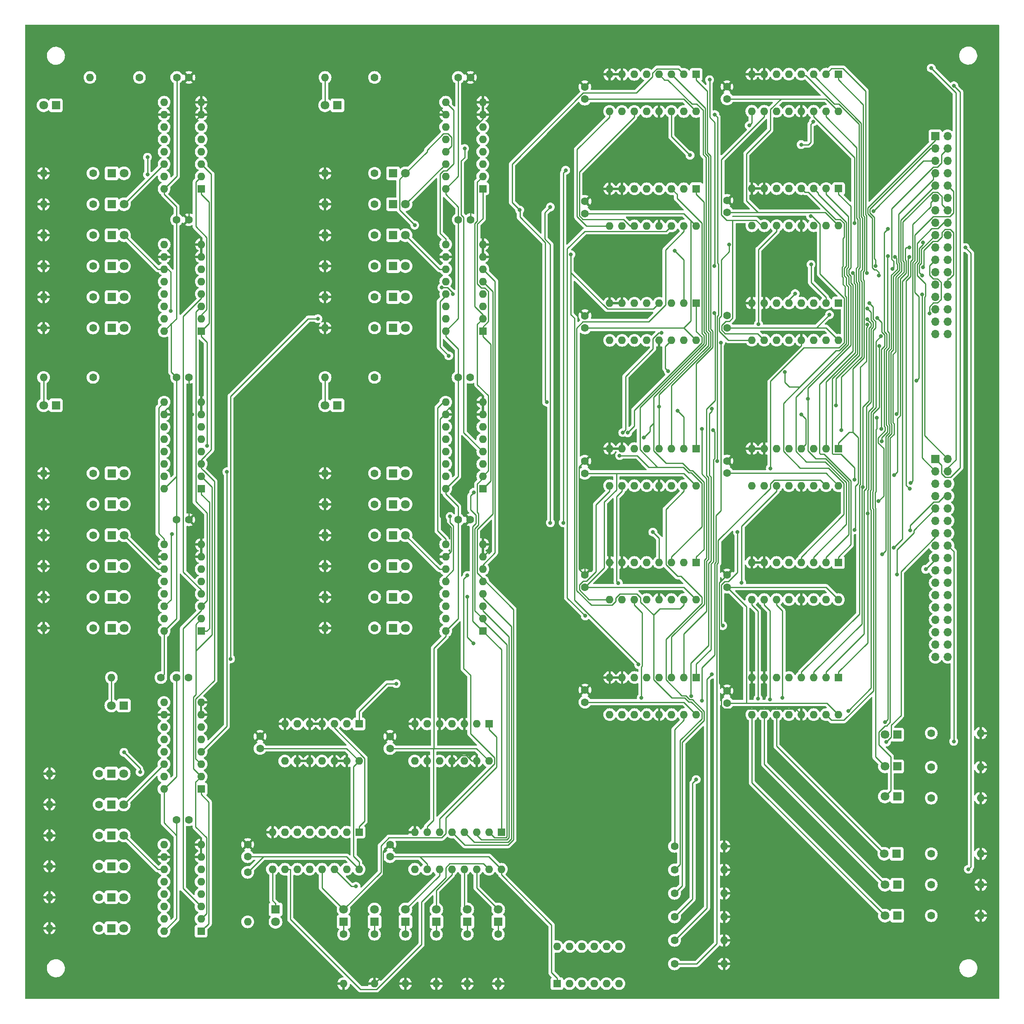
<source format=gbr>
%TF.GenerationSoftware,KiCad,Pcbnew,7.0.7*%
%TF.CreationDate,2023-10-17T23:07:55+09:00*%
%TF.ProjectId,data,64617461-2e6b-4696-9361-645f70636258,rev?*%
%TF.SameCoordinates,Original*%
%TF.FileFunction,Copper,L2,Bot*%
%TF.FilePolarity,Positive*%
%FSLAX46Y46*%
G04 Gerber Fmt 4.6, Leading zero omitted, Abs format (unit mm)*
G04 Created by KiCad (PCBNEW 7.0.7) date 2023-10-17 23:07:55*
%MOMM*%
%LPD*%
G01*
G04 APERTURE LIST*
%TA.AperFunction,ComponentPad*%
%ADD10R,1.800000X1.800000*%
%TD*%
%TA.AperFunction,ComponentPad*%
%ADD11C,1.800000*%
%TD*%
%TA.AperFunction,ComponentPad*%
%ADD12R,1.600000X1.600000*%
%TD*%
%TA.AperFunction,ComponentPad*%
%ADD13O,1.600000X1.600000*%
%TD*%
%TA.AperFunction,ComponentPad*%
%ADD14C,1.600000*%
%TD*%
%TA.AperFunction,ComponentPad*%
%ADD15R,1.700000X1.700000*%
%TD*%
%TA.AperFunction,ComponentPad*%
%ADD16O,1.700000X1.700000*%
%TD*%
%TA.AperFunction,ViaPad*%
%ADD17C,0.800000*%
%TD*%
%TA.AperFunction,Conductor*%
%ADD18C,0.250000*%
%TD*%
G04 APERTURE END LIST*
D10*
%TO.P,D28,1,K*%
%TO.N,Net-(D28-K)*%
X189235000Y-67310000D03*
D11*
%TO.P,D28,2,A*%
%TO.N,R02*%
X191775000Y-67310000D03*
%TD*%
D12*
%TO.P,U26,1*%
%TO.N,pc5*%
X266700000Y-161290000D03*
D13*
%TO.P,U26,2*%
%TO.N,Net-(U25-Pad2)*%
X264160000Y-161290000D03*
%TO.P,U26,3*%
%TO.N,GND*%
X261620000Y-161290000D03*
%TO.P,U26,4*%
%TO.N,unconnected-(U26-Pad4)*%
X259080000Y-161290000D03*
%TO.P,U26,5*%
%TO.N,GND*%
X256540000Y-161290000D03*
%TO.P,U26,6*%
%TO.N,unconnected-(U26-Pad6)*%
X254000000Y-161290000D03*
%TO.P,U26,7,GND*%
%TO.N,GND*%
X251460000Y-161290000D03*
%TO.P,U26,8*%
%TO.N,unconnected-(U26-Pad8)*%
X251460000Y-168910000D03*
%TO.P,U26,9*%
%TO.N,GND*%
X254000000Y-168910000D03*
%TO.P,U26,10*%
%TO.N,unconnected-(U26-Pad10)*%
X256540000Y-168910000D03*
%TO.P,U26,11*%
%TO.N,GND*%
X259080000Y-168910000D03*
%TO.P,U26,12*%
%TO.N,unconnected-(U26-Pad12)*%
X261620000Y-168910000D03*
%TO.P,U26,13*%
%TO.N,GND*%
X264160000Y-168910000D03*
%TO.P,U26,14,Vcc*%
%TO.N,+5V*%
X266700000Y-168910000D03*
%TD*%
D14*
%TO.P,C21,1*%
%TO.N,+5V*%
X315575000Y-32980000D03*
%TO.P,C21,2*%
%TO.N,GND*%
X315575000Y-30480000D03*
%TD*%
%TO.P,R5,1*%
%TO.N,Net-(D35-K)*%
X262255000Y-204475000D03*
D13*
%TO.P,R5,2*%
%TO.N,GND*%
X262255000Y-214635000D03*
%TD*%
D14*
%TO.P,R8,1*%
%TO.N,Net-(D2-K)*%
X186640000Y-177830000D03*
D13*
%TO.P,R8,2*%
%TO.N,GND*%
X176480000Y-177830000D03*
%TD*%
D12*
%TO.P,U1,1,~{CLR}*%
%TO.N,CLR*%
X207645000Y-80645000D03*
D13*
%TO.P,U1,2,CLK*%
%TO.N,CLK*%
X207645000Y-78105000D03*
%TO.P,U1,3,P0*%
%TO.N,Y0*%
X207645000Y-75565000D03*
%TO.P,U1,4,P1*%
%TO.N,Y1*%
X207645000Y-73025000D03*
%TO.P,U1,5,P2*%
%TO.N,Y2*%
X207645000Y-70485000D03*
%TO.P,U1,6,P3*%
%TO.N,Y3*%
X207645000Y-67945000D03*
%TO.P,U1,7,ENP*%
%TO.N,GND*%
X207645000Y-65405000D03*
%TO.P,U1,8,GND*%
X207645000Y-62865000D03*
%TO.P,U1,9,~{LOAD}*%
%TO.N,LD0*%
X200025000Y-62865000D03*
%TO.P,U1,10,ENT*%
%TO.N,GND*%
X200025000Y-65405000D03*
%TO.P,U1,11,Q3*%
%TO.N,R03*%
X200025000Y-67945000D03*
%TO.P,U1,12,Q2*%
%TO.N,R02*%
X200025000Y-70485000D03*
%TO.P,U1,13,Q1*%
%TO.N,R01*%
X200025000Y-73025000D03*
%TO.P,U1,14,Q0*%
%TO.N,R00*%
X200025000Y-75565000D03*
%TO.P,U1,15,CO*%
%TO.N,unconnected-(U1A-CO-Pad15)*%
X200025000Y-78105000D03*
%TO.P,U1,16,Vcc*%
%TO.N,+5V*%
X200025000Y-80645000D03*
%TD*%
D10*
%TO.P,D3,1,K*%
%TO.N,Net-(D3-K)*%
X189180000Y-184180000D03*
D11*
%TO.P,D3,2,A*%
%TO.N,Net-(D3-A)*%
X191720000Y-184180000D03*
%TD*%
D10*
%TO.P,D30,1,K*%
%TO.N,Net-(D30-K)*%
X189235000Y-80010000D03*
D11*
%TO.P,D30,2,A*%
%TO.N,R00*%
X191775000Y-80010000D03*
%TD*%
D14*
%TO.P,C4,1*%
%TO.N,+5V*%
X202575000Y-90170000D03*
%TO.P,C4,2*%
%TO.N,GND*%
X205075000Y-90170000D03*
%TD*%
%TO.P,R29,1*%
%TO.N,Net-(D23-K)*%
X185420000Y-135245000D03*
D13*
%TO.P,R29,2*%
%TO.N,GND*%
X175260000Y-135245000D03*
%TD*%
D14*
%TO.P,C12,1*%
%TO.N,+5V*%
X217170000Y-188555000D03*
%TO.P,C12,2*%
%TO.N,GND*%
X217170000Y-186055000D03*
%TD*%
%TO.P,C22,1*%
%TO.N,+5V*%
X286385000Y-133215000D03*
%TO.P,C22,2*%
%TO.N,GND*%
X286385000Y-130715000D03*
%TD*%
D10*
%TO.P,D2,1,K*%
%TO.N,Net-(D2-K)*%
X189180000Y-177830000D03*
D11*
%TO.P,D2,2,A*%
%TO.N,Net-(D2-A)*%
X191720000Y-177830000D03*
%TD*%
D12*
%TO.P,U8,1,~{CLR}*%
%TO.N,CLR*%
X265440000Y-113020000D03*
D13*
%TO.P,U8,2,CLK*%
%TO.N,CLK*%
X265440000Y-110480000D03*
%TO.P,U8,3,P0*%
%TO.N,Y4*%
X265440000Y-107940000D03*
%TO.P,U8,4,P1*%
%TO.N,Y5*%
X265440000Y-105400000D03*
%TO.P,U8,5,P2*%
%TO.N,unconnected-(U8A-P2-Pad5)*%
X265440000Y-102860000D03*
%TO.P,U8,6,P3*%
%TO.N,unconnected-(U8A-P3-Pad6)*%
X265440000Y-100320000D03*
%TO.P,U8,7,ENP*%
%TO.N,GND*%
X265440000Y-97780000D03*
%TO.P,U8,8,GND*%
X265440000Y-95240000D03*
%TO.P,U8,9,~{LOAD}*%
%TO.N,LD3*%
X257820000Y-95240000D03*
%TO.P,U8,10,ENT*%
%TO.N,GND*%
X257820000Y-97780000D03*
%TO.P,U8,11,Q3*%
%TO.N,unconnected-(U8A-Q3-Pad11)*%
X257820000Y-100320000D03*
%TO.P,U8,12,Q2*%
%TO.N,unconnected-(U8A-Q2-Pad12)*%
X257820000Y-102860000D03*
%TO.P,U8,13,Q1*%
%TO.N,R35*%
X257820000Y-105400000D03*
%TO.P,U8,14,Q0*%
%TO.N,R34*%
X257820000Y-107940000D03*
%TO.P,U8,15,CO*%
%TO.N,unconnected-(U8A-CO-Pad15)*%
X257820000Y-110480000D03*
%TO.P,U8,16,Vcc*%
%TO.N,+5V*%
X257820000Y-113020000D03*
%TD*%
D12*
%TO.P,U15,1,I3*%
%TO.N,R32*%
X338455000Y-74890000D03*
D13*
%TO.P,U15,2,I2*%
%TO.N,R22*%
X335915000Y-74890000D03*
%TO.P,U15,3,I1*%
%TO.N,R12*%
X333375000Y-74890000D03*
%TO.P,U15,4,I0*%
%TO.N,R02*%
X330835000Y-74890000D03*
%TO.P,U15,5,Y*%
%TO.N,A2*%
X328295000Y-74890000D03*
%TO.P,U15,6,~{Y}*%
%TO.N,unconnected-(U15A-~{Y}-Pad6)*%
X325755000Y-74890000D03*
%TO.P,U15,7,~{E}*%
%TO.N,GND*%
X323215000Y-74890000D03*
%TO.P,U15,8,GND*%
X320675000Y-74890000D03*
%TO.P,U15,9,S2*%
%TO.N,sela2*%
X320675000Y-82510000D03*
%TO.P,U15,10,S1*%
%TO.N,sela1*%
X323215000Y-82510000D03*
%TO.P,U15,11,S0*%
%TO.N,sela0*%
X325755000Y-82510000D03*
%TO.P,U15,12,I7*%
%TO.N,unconnected-(U15A-I7-Pad12)*%
X328295000Y-82510000D03*
%TO.P,U15,13,I6*%
%TO.N,GND*%
X330835000Y-82510000D03*
%TO.P,U15,14,I5*%
%TO.N,Im2*%
X333375000Y-82510000D03*
%TO.P,U15,15,I4*%
%TO.N,Ip2*%
X335915000Y-82510000D03*
%TO.P,U15,16,Vcc*%
%TO.N,+5V*%
X338455000Y-82510000D03*
%TD*%
%TO.P,U7,16,Vcc*%
%TO.N,+5V*%
X257820000Y-142230000D03*
%TO.P,U7,15,CO*%
%TO.N,unconnected-(U7A-CO-Pad15)*%
X257820000Y-139690000D03*
%TO.P,U7,14,Q0*%
%TO.N,R30*%
X257820000Y-137150000D03*
%TO.P,U7,13,Q1*%
%TO.N,R31*%
X257820000Y-134610000D03*
%TO.P,U7,12,Q2*%
%TO.N,R32*%
X257820000Y-132070000D03*
%TO.P,U7,11,Q3*%
%TO.N,R33*%
X257820000Y-129530000D03*
%TO.P,U7,10,ENT*%
%TO.N,GND*%
X257820000Y-126990000D03*
%TO.P,U7,9,~{LOAD}*%
%TO.N,LD3*%
X257820000Y-124450000D03*
%TO.P,U7,8,GND*%
%TO.N,GND*%
X265440000Y-124450000D03*
%TO.P,U7,7,ENP*%
X265440000Y-126990000D03*
%TO.P,U7,6,P3*%
%TO.N,Y3*%
X265440000Y-129530000D03*
%TO.P,U7,5,P2*%
%TO.N,Y2*%
X265440000Y-132070000D03*
%TO.P,U7,4,P1*%
%TO.N,Y1*%
X265440000Y-134610000D03*
%TO.P,U7,3,P0*%
%TO.N,Y0*%
X265440000Y-137150000D03*
%TO.P,U7,2,CLK*%
%TO.N,CLK*%
X265440000Y-139690000D03*
D12*
%TO.P,U7,1,~{CLR}*%
%TO.N,CLR*%
X265440000Y-142230000D03*
%TD*%
D14*
%TO.P,C14,1*%
%TO.N,+5V*%
X219710000Y-166350000D03*
%TO.P,C14,2*%
%TO.N,GND*%
X219710000Y-163850000D03*
%TD*%
D10*
%TO.P,D19,1,K*%
%TO.N,Net-(D19-K)*%
X189225000Y-109845000D03*
D11*
%TO.P,D19,2,A*%
%TO.N,R15*%
X191765000Y-109845000D03*
%TD*%
D12*
%TO.P,U17,1,I3*%
%TO.N,R34*%
X309265000Y-51435000D03*
D13*
%TO.P,U17,2,I2*%
%TO.N,R24*%
X306725000Y-51435000D03*
%TO.P,U17,3,I1*%
%TO.N,R14*%
X304185000Y-51435000D03*
%TO.P,U17,4,I0*%
%TO.N,R04*%
X301645000Y-51435000D03*
%TO.P,U17,5,Y*%
%TO.N,A4*%
X299105000Y-51435000D03*
%TO.P,U17,6,~{Y}*%
%TO.N,unconnected-(U17A-~{Y}-Pad6)*%
X296565000Y-51435000D03*
%TO.P,U17,7,~{E}*%
%TO.N,GND*%
X294025000Y-51435000D03*
%TO.P,U17,8,GND*%
X291485000Y-51435000D03*
%TO.P,U17,9,S2*%
%TO.N,sela2*%
X291485000Y-59055000D03*
%TO.P,U17,10,S1*%
%TO.N,sela1*%
X294025000Y-59055000D03*
%TO.P,U17,11,S0*%
%TO.N,sela0*%
X296565000Y-59055000D03*
%TO.P,U17,12,I7*%
%TO.N,unconnected-(U17A-I7-Pad12)*%
X299105000Y-59055000D03*
%TO.P,U17,13,I6*%
%TO.N,GND*%
X301645000Y-59055000D03*
%TO.P,U17,14,I5*%
%TO.N,Im4*%
X304185000Y-59055000D03*
%TO.P,U17,15,I4*%
%TO.N,Ip4*%
X306725000Y-59055000D03*
%TO.P,U17,16,Vcc*%
%TO.N,+5V*%
X309265000Y-59055000D03*
%TD*%
D14*
%TO.P,C5,1*%
%TO.N,+5V*%
X260400000Y-57775000D03*
%TO.P,C5,2*%
%TO.N,GND*%
X262900000Y-57775000D03*
%TD*%
%TO.P,R48,1*%
%TO.N,+5V*%
X217170000Y-191770000D03*
D13*
%TO.P,R48,2*%
%TO.N,Net-(D42-A)*%
X217170000Y-201930000D03*
%TD*%
D12*
%TO.P,U14,1,I3*%
%TO.N,R31*%
X338465000Y-51395000D03*
D13*
%TO.P,U14,2,I2*%
%TO.N,R21*%
X335925000Y-51395000D03*
%TO.P,U14,3,I1*%
%TO.N,R11*%
X333385000Y-51395000D03*
%TO.P,U14,4,I0*%
%TO.N,R01*%
X330845000Y-51395000D03*
%TO.P,U14,5,Y*%
%TO.N,A1*%
X328305000Y-51395000D03*
%TO.P,U14,6,~{Y}*%
%TO.N,unconnected-(U14A-~{Y}-Pad6)*%
X325765000Y-51395000D03*
%TO.P,U14,7,~{E}*%
%TO.N,GND*%
X323225000Y-51395000D03*
%TO.P,U14,8,GND*%
X320685000Y-51395000D03*
%TO.P,U14,9,S2*%
%TO.N,sela2*%
X320685000Y-59015000D03*
%TO.P,U14,10,S1*%
%TO.N,sela1*%
X323225000Y-59015000D03*
%TO.P,U14,11,S0*%
%TO.N,sela0*%
X325765000Y-59015000D03*
%TO.P,U14,12,I7*%
%TO.N,unconnected-(U14A-I7-Pad12)*%
X328305000Y-59015000D03*
%TO.P,U14,13,I6*%
%TO.N,GND*%
X330845000Y-59015000D03*
%TO.P,U14,14,I5*%
%TO.N,Im1*%
X333385000Y-59015000D03*
%TO.P,U14,15,I4*%
%TO.N,Ip1*%
X335925000Y-59015000D03*
%TO.P,U14,16,Vcc*%
%TO.N,+5V*%
X338465000Y-59015000D03*
%TD*%
D14*
%TO.P,C1,1*%
%TO.N,+5V*%
X202565000Y-57785000D03*
%TO.P,C1,2*%
%TO.N,GND*%
X205065000Y-57785000D03*
%TD*%
%TO.P,R10,1*%
%TO.N,Net-(D4-K)*%
X186640000Y-190530000D03*
D13*
%TO.P,R10,2*%
%TO.N,GND*%
X176480000Y-190530000D03*
%TD*%
D14*
%TO.P,C11,1*%
%TO.N,+5V*%
X246380000Y-188555000D03*
%TO.P,C11,2*%
%TO.N,GND*%
X246380000Y-186055000D03*
%TD*%
D10*
%TO.P,D27,1,K*%
%TO.N,Net-(D27-K)*%
X189235000Y-60960000D03*
D11*
%TO.P,D27,2,A*%
%TO.N,R03*%
X191775000Y-60960000D03*
%TD*%
D14*
%TO.P,R24,1*%
%TO.N,Net-(D18-K)*%
X243215000Y-80000000D03*
D13*
%TO.P,R24,2*%
%TO.N,GND*%
X233055000Y-80000000D03*
%TD*%
D10*
%TO.P,D4,1,K*%
%TO.N,Net-(D4-K)*%
X189180000Y-190530000D03*
D11*
%TO.P,D4,2,A*%
%TO.N,Net-(D4-A)*%
X191720000Y-190530000D03*
%TD*%
D14*
%TO.P,C26,1*%
%TO.N,+5V*%
X315575000Y-109815000D03*
%TO.P,C26,2*%
%TO.N,GND*%
X315575000Y-107315000D03*
%TD*%
%TO.P,R51,1*%
%TO.N,Net-(D45-K)*%
X357505000Y-163195000D03*
D13*
%TO.P,R51,2*%
%TO.N,GND*%
X367665000Y-163195000D03*
%TD*%
D10*
%TO.P,D16,1,K*%
%TO.N,Net-(D16-K)*%
X247035000Y-67310000D03*
D11*
%TO.P,D16,2,A*%
%TO.N,R22*%
X249575000Y-67310000D03*
%TD*%
D12*
%TO.P,U2,1,~{CLR}*%
%TO.N,CLR*%
X207635000Y-51445000D03*
D13*
%TO.P,U2,2,CLK*%
%TO.N,CLK*%
X207635000Y-48905000D03*
%TO.P,U2,3,P0*%
%TO.N,Y4*%
X207635000Y-46365000D03*
%TO.P,U2,4,P1*%
%TO.N,Y5*%
X207635000Y-43825000D03*
%TO.P,U2,5,P2*%
%TO.N,unconnected-(U2A-P2-Pad5)*%
X207635000Y-41285000D03*
%TO.P,U2,6,P3*%
%TO.N,unconnected-(U2A-P3-Pad6)*%
X207635000Y-38745000D03*
%TO.P,U2,7,ENP*%
%TO.N,GND*%
X207635000Y-36205000D03*
%TO.P,U2,8,GND*%
X207635000Y-33665000D03*
%TO.P,U2,9,~{LOAD}*%
%TO.N,LD0*%
X200015000Y-33665000D03*
%TO.P,U2,10,ENT*%
%TO.N,GND*%
X200015000Y-36205000D03*
%TO.P,U2,11,Q3*%
%TO.N,unconnected-(U2A-Q3-Pad11)*%
X200015000Y-38745000D03*
%TO.P,U2,12,Q2*%
%TO.N,unconnected-(U2A-Q2-Pad12)*%
X200015000Y-41285000D03*
%TO.P,U2,13,Q1*%
%TO.N,R05*%
X200015000Y-43825000D03*
%TO.P,U2,14,Q0*%
%TO.N,R04*%
X200015000Y-46365000D03*
%TO.P,U2,15,CO*%
%TO.N,unconnected-(U2A-CO-Pad15)*%
X200015000Y-48905000D03*
%TO.P,U2,16,Vcc*%
%TO.N,+5V*%
X200015000Y-51445000D03*
%TD*%
D14*
%TO.P,R32,1*%
%TO.N,Net-(D26-K)*%
X185420000Y-54610000D03*
D13*
%TO.P,R32,2*%
%TO.N,GND*%
X175260000Y-54610000D03*
%TD*%
D12*
%TO.P,U12,1,~{CLR}*%
%TO.N,Net-(U12A-~{CLR})*%
X240030000Y-183515000D03*
D13*
%TO.P,U12,2,CLK*%
%TO.N,CLK*%
X237490000Y-183515000D03*
%TO.P,U12,3,P0*%
%TO.N,Y4*%
X234950000Y-183515000D03*
%TO.P,U12,4,P1*%
%TO.N,Y5*%
X232410000Y-183515000D03*
%TO.P,U12,5,P2*%
%TO.N,unconnected-(U12A-P2-Pad5)*%
X229870000Y-183515000D03*
%TO.P,U12,6,P3*%
%TO.N,unconnected-(U12A-P3-Pad6)*%
X227330000Y-183515000D03*
%TO.P,U12,7,ENP*%
%TO.N,Net-(U11A-CO)*%
X224790000Y-183515000D03*
%TO.P,U12,8,GND*%
%TO.N,GND*%
X222250000Y-183515000D03*
%TO.P,U12,9,~{LOAD}*%
%TO.N,LDpc*%
X222250000Y-191135000D03*
%TO.P,U12,10,ENT*%
%TO.N,Net-(U11A-CO)*%
X224790000Y-191135000D03*
%TO.P,U12,11,Q3*%
%TO.N,unconnected-(U12A-Q3-Pad11)*%
X227330000Y-191135000D03*
%TO.P,U12,12,Q2*%
%TO.N,unconnected-(U12A-Q2-Pad12)*%
X229870000Y-191135000D03*
%TO.P,U12,13,Q1*%
%TO.N,pc5*%
X232410000Y-191135000D03*
%TO.P,U12,14,Q0*%
%TO.N,pc4*%
X234950000Y-191135000D03*
%TO.P,U12,15,CO*%
%TO.N,unconnected-(U12A-CO-Pad15)*%
X237490000Y-191135000D03*
%TO.P,U12,16,Vcc*%
%TO.N,+5V*%
X240030000Y-191135000D03*
%TD*%
D10*
%TO.P,D47,1,K*%
%TO.N,Net-(D47-K)*%
X350520000Y-194310000D03*
D11*
%TO.P,D47,2,A*%
%TO.N,selb1*%
X347980000Y-194310000D03*
%TD*%
D14*
%TO.P,R40,1*%
%TO.N,Ip2*%
X304800000Y-200914000D03*
D13*
%TO.P,R40,2*%
%TO.N,GND*%
X314960000Y-200914000D03*
%TD*%
D14*
%TO.P,R18,1*%
%TO.N,Net-(D12-K)*%
X243215000Y-141595000D03*
D13*
%TO.P,R18,2*%
%TO.N,GND*%
X233055000Y-141595000D03*
%TD*%
D10*
%TO.P,D25,1,K*%
%TO.N,Net-(D25-K)*%
X189235000Y-48260000D03*
D11*
%TO.P,D25,2,A*%
%TO.N,R05*%
X191775000Y-48260000D03*
%TD*%
D14*
%TO.P,R7,1*%
%TO.N,Net-(D1-K)*%
X186640000Y-171480000D03*
D13*
%TO.P,R7,2*%
%TO.N,GND*%
X176480000Y-171480000D03*
%TD*%
D12*
%TO.P,U24,1,I3*%
%TO.N,R35*%
X309275000Y-151765000D03*
D13*
%TO.P,U24,2,I2*%
%TO.N,R25*%
X306735000Y-151765000D03*
%TO.P,U24,3,I1*%
%TO.N,R15*%
X304195000Y-151765000D03*
%TO.P,U24,4,I0*%
%TO.N,R05*%
X301655000Y-151765000D03*
%TO.P,U24,5,Y*%
%TO.N,B5*%
X299115000Y-151765000D03*
%TO.P,U24,6,~{Y}*%
%TO.N,unconnected-(U24A-~{Y}-Pad6)*%
X296575000Y-151765000D03*
%TO.P,U24,7,~{E}*%
%TO.N,GND*%
X294035000Y-151765000D03*
%TO.P,U24,8,GND*%
X291495000Y-151765000D03*
%TO.P,U24,9,S2*%
%TO.N,selb2*%
X291495000Y-159385000D03*
%TO.P,U24,10,S1*%
%TO.N,selb1*%
X294035000Y-159385000D03*
%TO.P,U24,11,S0*%
%TO.N,selb0*%
X296575000Y-159385000D03*
%TO.P,U24,12,I7*%
%TO.N,unconnected-(U24A-I7-Pad12)*%
X299115000Y-159385000D03*
%TO.P,U24,13,I6*%
%TO.N,GND*%
X301655000Y-159385000D03*
%TO.P,U24,14,I5*%
%TO.N,Im5*%
X304195000Y-159385000D03*
%TO.P,U24,15,I4*%
%TO.N,Ip5*%
X306735000Y-159385000D03*
%TO.P,U24,16,Vcc*%
%TO.N,+5V*%
X309275000Y-159385000D03*
%TD*%
D14*
%TO.P,R19,1*%
%TO.N,Net-(D13-K)*%
X243215000Y-48250000D03*
D13*
%TO.P,R19,2*%
%TO.N,GND*%
X233055000Y-48250000D03*
%TD*%
D10*
%TO.P,D15,1,K*%
%TO.N,Net-(D15-K)*%
X247035000Y-60960000D03*
D11*
%TO.P,D15,2,A*%
%TO.N,R23*%
X249575000Y-60960000D03*
%TD*%
D14*
%TO.P,C2,1*%
%TO.N,+5V*%
X202605000Y-28575000D03*
%TO.P,C2,2*%
%TO.N,GND*%
X205105000Y-28575000D03*
%TD*%
%TO.P,C9,1*%
%TO.N,+5V*%
X202565000Y-180995000D03*
%TO.P,C9,2*%
%TO.N,GND*%
X205065000Y-180995000D03*
%TD*%
D10*
%TO.P,D31,1,K*%
%TO.N,Net-(D31-K)*%
X236855000Y-201935000D03*
D11*
%TO.P,D31,2,A*%
%TO.N,pc5*%
X236855000Y-199395000D03*
%TD*%
D14*
%TO.P,R31,1*%
%TO.N,Net-(D25-K)*%
X185420000Y-48260000D03*
D13*
%TO.P,R31,2*%
%TO.N,GND*%
X175260000Y-48260000D03*
%TD*%
D10*
%TO.P,D45,1,K*%
%TO.N,Net-(D45-K)*%
X350520000Y-163500000D03*
D11*
%TO.P,D45,2,A*%
%TO.N,sela0*%
X347980000Y-163500000D03*
%TD*%
D14*
%TO.P,C15,1*%
%TO.N,+5V*%
X286405000Y-156835000D03*
%TO.P,C15,2*%
%TO.N,GND*%
X286405000Y-154335000D03*
%TD*%
D12*
%TO.P,U23,1,I3*%
%TO.N,R34*%
X309255000Y-128145000D03*
D13*
%TO.P,U23,2,I2*%
%TO.N,R24*%
X306715000Y-128145000D03*
%TO.P,U23,3,I1*%
%TO.N,R14*%
X304175000Y-128145000D03*
%TO.P,U23,4,I0*%
%TO.N,R04*%
X301635000Y-128145000D03*
%TO.P,U23,5,Y*%
%TO.N,B4*%
X299095000Y-128145000D03*
%TO.P,U23,6,~{Y}*%
%TO.N,unconnected-(U23A-~{Y}-Pad6)*%
X296555000Y-128145000D03*
%TO.P,U23,7,~{E}*%
%TO.N,GND*%
X294015000Y-128145000D03*
%TO.P,U23,8,GND*%
X291475000Y-128145000D03*
%TO.P,U23,9,S2*%
%TO.N,selb2*%
X291475000Y-135765000D03*
%TO.P,U23,10,S1*%
%TO.N,selb1*%
X294015000Y-135765000D03*
%TO.P,U23,11,S0*%
%TO.N,selb0*%
X296555000Y-135765000D03*
%TO.P,U23,12,I7*%
%TO.N,unconnected-(U23A-I7-Pad12)*%
X299095000Y-135765000D03*
%TO.P,U23,13,I6*%
%TO.N,GND*%
X301635000Y-135765000D03*
%TO.P,U23,14,I5*%
%TO.N,Im4*%
X304175000Y-135765000D03*
%TO.P,U23,15,I4*%
%TO.N,Ip4*%
X306715000Y-135765000D03*
%TO.P,U23,16,Vcc*%
%TO.N,+5V*%
X309255000Y-135765000D03*
%TD*%
D14*
%TO.P,R41,1*%
%TO.N,Ip1*%
X304800000Y-205740000D03*
D13*
%TO.P,R41,2*%
%TO.N,GND*%
X314960000Y-205740000D03*
%TD*%
D10*
%TO.P,D24,1,K*%
%TO.N,Net-(D24-K)*%
X189230000Y-141595000D03*
D11*
%TO.P,D24,2,A*%
%TO.N,R10*%
X191770000Y-141595000D03*
%TD*%
D10*
%TO.P,D13,1,K*%
%TO.N,Net-(D13-K)*%
X247035000Y-48260000D03*
D11*
%TO.P,D13,2,A*%
%TO.N,R25*%
X249575000Y-48260000D03*
%TD*%
D14*
%TO.P,R3,1*%
%TO.N,Net-(D33-K)*%
X249555000Y-204475000D03*
D13*
%TO.P,R3,2*%
%TO.N,GND*%
X249555000Y-214635000D03*
%TD*%
D14*
%TO.P,R45,1*%
%TO.N,+5V*%
X243220000Y-28575000D03*
D13*
%TO.P,R45,2*%
%TO.N,Net-(D39-A)*%
X233060000Y-28575000D03*
%TD*%
D14*
%TO.P,C6,1*%
%TO.N,+5V*%
X260390000Y-28575000D03*
%TO.P,C6,2*%
%TO.N,GND*%
X262890000Y-28575000D03*
%TD*%
%TO.P,R28,1*%
%TO.N,Net-(D22-K)*%
X185420000Y-128895000D03*
D13*
%TO.P,R28,2*%
%TO.N,GND*%
X175260000Y-128895000D03*
%TD*%
D14*
%TO.P,R21,1*%
%TO.N,Net-(D15-K)*%
X243215000Y-60950000D03*
D13*
%TO.P,R21,2*%
%TO.N,GND*%
X233055000Y-60950000D03*
%TD*%
D12*
%TO.P,U19,1,I3*%
%TO.N,R30*%
X338445000Y-104775000D03*
D13*
%TO.P,U19,2,I2*%
%TO.N,R20*%
X335905000Y-104775000D03*
%TO.P,U19,3,I1*%
%TO.N,R10*%
X333365000Y-104775000D03*
%TO.P,U19,4,I0*%
%TO.N,R00*%
X330825000Y-104775000D03*
%TO.P,U19,5,Y*%
%TO.N,B0*%
X328285000Y-104775000D03*
%TO.P,U19,6,~{Y}*%
%TO.N,unconnected-(U19A-~{Y}-Pad6)*%
X325745000Y-104775000D03*
%TO.P,U19,7,~{E}*%
%TO.N,GND*%
X323205000Y-104775000D03*
%TO.P,U19,8,GND*%
X320665000Y-104775000D03*
%TO.P,U19,9,S2*%
%TO.N,selb2*%
X320665000Y-112395000D03*
%TO.P,U19,10,S1*%
%TO.N,selb1*%
X323205000Y-112395000D03*
%TO.P,U19,11,S0*%
%TO.N,selb0*%
X325745000Y-112395000D03*
%TO.P,U19,12,I7*%
%TO.N,unconnected-(U19A-I7-Pad12)*%
X328285000Y-112395000D03*
%TO.P,U19,13,I6*%
%TO.N,GND*%
X330825000Y-112395000D03*
%TO.P,U19,14,I5*%
%TO.N,Im0*%
X333365000Y-112395000D03*
%TO.P,U19,15,I4*%
%TO.N,Ip0*%
X335905000Y-112395000D03*
%TO.P,U19,16,Vcc*%
%TO.N,+5V*%
X338445000Y-112395000D03*
%TD*%
D10*
%TO.P,D20,1,K*%
%TO.N,Net-(D20-K)*%
X189225000Y-116195000D03*
D11*
%TO.P,D20,2,A*%
%TO.N,R14*%
X191765000Y-116195000D03*
%TD*%
D14*
%TO.P,R22,1*%
%TO.N,Net-(D16-K)*%
X243215000Y-67300000D03*
D13*
%TO.P,R22,2*%
%TO.N,GND*%
X233055000Y-67300000D03*
%TD*%
D10*
%TO.P,D5,1,K*%
%TO.N,Net-(D5-K)*%
X189180000Y-196880000D03*
D11*
%TO.P,D5,2,A*%
%TO.N,Net-(D5-A)*%
X191720000Y-196880000D03*
%TD*%
D15*
%TO.P,J2,1,Pin_1*%
%TO.N,A0*%
X358368600Y-106908600D03*
D16*
%TO.P,J2,2,Pin_2*%
%TO.N,A1*%
X360908600Y-106908600D03*
%TO.P,J2,3,Pin_3*%
%TO.N,A2*%
X358368600Y-109448600D03*
%TO.P,J2,4,Pin_4*%
%TO.N,A3*%
X360908600Y-109448600D03*
%TO.P,J2,5,Pin_5*%
%TO.N,A4*%
X358368600Y-111988600D03*
%TO.P,J2,6,Pin_6*%
%TO.N,A5*%
X360908600Y-111988600D03*
%TO.P,J2,7,Pin_7*%
%TO.N,B0*%
X358368600Y-114528600D03*
%TO.P,J2,8,Pin_8*%
%TO.N,B1*%
X360908600Y-114528600D03*
%TO.P,J2,9,Pin_9*%
%TO.N,B2*%
X358368600Y-117068600D03*
%TO.P,J2,10,Pin_10*%
%TO.N,B3*%
X360908600Y-117068600D03*
%TO.P,J2,11,Pin_11*%
%TO.N,B4*%
X358368600Y-119608600D03*
%TO.P,J2,12,Pin_12*%
%TO.N,B5*%
X360908600Y-119608600D03*
%TO.P,J2,13,Pin_13*%
%TO.N,pc0*%
X358368600Y-122148600D03*
%TO.P,J2,14,Pin_14*%
%TO.N,pc1*%
X360908600Y-122148600D03*
%TO.P,J2,15,Pin_15*%
%TO.N,pc2*%
X358368600Y-124688600D03*
%TO.P,J2,16,Pin_16*%
%TO.N,pc3*%
X360908600Y-124688600D03*
%TO.P,J2,17,Pin_17*%
%TO.N,pc4*%
X358368600Y-127228600D03*
%TO.P,J2,18,Pin_18*%
%TO.N,pc5*%
X360908600Y-127228600D03*
%TO.P,J2,19,Pin_19*%
%TO.N,unconnected-(J2-Pin_19-Pad19)*%
X358368600Y-129768600D03*
%TO.P,J2,20,Pin_20*%
%TO.N,unconnected-(J2-Pin_20-Pad20)*%
X360908600Y-129768600D03*
%TO.P,J2,21,Pin_21*%
%TO.N,unconnected-(J2-Pin_21-Pad21)*%
X358368600Y-132308600D03*
%TO.P,J2,22,Pin_22*%
%TO.N,unconnected-(J2-Pin_22-Pad22)*%
X360908600Y-132308600D03*
%TO.P,J2,23,Pin_23*%
%TO.N,unconnected-(J2-Pin_23-Pad23)*%
X358368600Y-134848600D03*
%TO.P,J2,24,Pin_24*%
%TO.N,unconnected-(J2-Pin_24-Pad24)*%
X360908600Y-134848600D03*
%TO.P,J2,25,Pin_25*%
%TO.N,unconnected-(J2-Pin_25-Pad25)*%
X358368600Y-137388600D03*
%TO.P,J2,26,Pin_26*%
%TO.N,unconnected-(J2-Pin_26-Pad26)*%
X360908600Y-137388600D03*
%TO.P,J2,27,Pin_27*%
%TO.N,unconnected-(J2-Pin_27-Pad27)*%
X358368600Y-139928600D03*
%TO.P,J2,28,Pin_28*%
%TO.N,unconnected-(J2-Pin_28-Pad28)*%
X360908600Y-139928600D03*
%TO.P,J2,29,Pin_29*%
%TO.N,unconnected-(J2-Pin_29-Pad29)*%
X358368600Y-142468600D03*
%TO.P,J2,30,Pin_30*%
%TO.N,unconnected-(J2-Pin_30-Pad30)*%
X360908600Y-142468600D03*
%TO.P,J2,31,Pin_31*%
%TO.N,unconnected-(J2-Pin_31-Pad31)*%
X358368600Y-145008600D03*
%TO.P,J2,32,Pin_32*%
%TO.N,unconnected-(J2-Pin_32-Pad32)*%
X360908600Y-145008600D03*
%TO.P,J2,33,Pin_33*%
%TO.N,unconnected-(J2-Pin_33-Pad33)*%
X358368600Y-147548600D03*
%TO.P,J2,34,Pin_34*%
%TO.N,unconnected-(J2-Pin_34-Pad34)*%
X360908600Y-147548600D03*
%TD*%
D10*
%TO.P,D23,1,K*%
%TO.N,Net-(D23-K)*%
X189230000Y-135245000D03*
D11*
%TO.P,D23,2,A*%
%TO.N,R11*%
X191770000Y-135245000D03*
%TD*%
D14*
%TO.P,R44,1*%
%TO.N,+5V*%
X185420000Y-90160000D03*
D13*
%TO.P,R44,2*%
%TO.N,Net-(D38-A)*%
X175260000Y-90160000D03*
%TD*%
D12*
%TO.P,U25,1*%
%TO.N,CLR*%
X240030000Y-161300000D03*
D13*
%TO.P,U25,2*%
%TO.N,Net-(U25-Pad2)*%
X237490000Y-161300000D03*
%TO.P,U25,3*%
%TO.N,Net-(U12A-~{CLR})*%
X234950000Y-161300000D03*
%TO.P,U25,4*%
%TO.N,GND*%
X232410000Y-161300000D03*
%TO.P,U25,5*%
X229870000Y-161300000D03*
%TO.P,U25,6*%
%TO.N,unconnected-(U25-Pad6)*%
X227330000Y-161300000D03*
%TO.P,U25,7,GND*%
%TO.N,GND*%
X224790000Y-161300000D03*
%TO.P,U25,8*%
%TO.N,unconnected-(U25-Pad8)*%
X224790000Y-168920000D03*
%TO.P,U25,9*%
%TO.N,GND*%
X227330000Y-168920000D03*
%TO.P,U25,10*%
X229870000Y-168920000D03*
%TO.P,U25,11*%
%TO.N,unconnected-(U25-Pad11)*%
X232410000Y-168920000D03*
%TO.P,U25,12*%
%TO.N,GND*%
X234950000Y-168920000D03*
%TO.P,U25,13*%
X237490000Y-168920000D03*
%TO.P,U25,14,Vcc*%
%TO.N,+5V*%
X240030000Y-168920000D03*
%TD*%
D12*
%TO.P,U11,1,~{CLR}*%
%TO.N,CLR*%
X269240000Y-183515000D03*
D13*
%TO.P,U11,2,CLK*%
%TO.N,CLK*%
X266700000Y-183515000D03*
%TO.P,U11,3,P0*%
%TO.N,Y0*%
X264160000Y-183515000D03*
%TO.P,U11,4,P1*%
%TO.N,Y1*%
X261620000Y-183515000D03*
%TO.P,U11,5,P2*%
%TO.N,Y2*%
X259080000Y-183515000D03*
%TO.P,U11,6,P3*%
%TO.N,Y3*%
X256540000Y-183515000D03*
%TO.P,U11,7,ENP*%
%TO.N,+5V*%
X254000000Y-183515000D03*
%TO.P,U11,8,GND*%
%TO.N,GND*%
X251460000Y-183515000D03*
%TO.P,U11,9,~{LOAD}*%
%TO.N,LDpc*%
X251460000Y-191135000D03*
%TO.P,U11,10,ENT*%
%TO.N,+5V*%
X254000000Y-191135000D03*
%TO.P,U11,11,Q3*%
%TO.N,pc3*%
X256540000Y-191135000D03*
%TO.P,U11,12,Q2*%
%TO.N,pc2*%
X259080000Y-191135000D03*
%TO.P,U11,13,Q1*%
%TO.N,pc1*%
X261620000Y-191135000D03*
%TO.P,U11,14,Q0*%
%TO.N,pc0*%
X264160000Y-191135000D03*
%TO.P,U11,15,CO*%
%TO.N,Net-(U11A-CO)*%
X266700000Y-191135000D03*
%TO.P,U11,16,Vcc*%
%TO.N,+5V*%
X269240000Y-191135000D03*
%TD*%
D12*
%TO.P,U9,1,~{CLR}*%
%TO.N,CLR*%
X207595000Y-203865000D03*
D13*
%TO.P,U9,2,CLK*%
%TO.N,CLK*%
X207595000Y-201325000D03*
%TO.P,U9,3,P0*%
%TO.N,Y0*%
X207595000Y-198785000D03*
%TO.P,U9,4,P1*%
%TO.N,Y1*%
X207595000Y-196245000D03*
%TO.P,U9,5,P2*%
%TO.N,Y2*%
X207595000Y-193705000D03*
%TO.P,U9,6,P3*%
%TO.N,Y3*%
X207595000Y-191165000D03*
%TO.P,U9,7,ENP*%
%TO.N,GND*%
X207595000Y-188625000D03*
%TO.P,U9,8,GND*%
X207595000Y-186085000D03*
%TO.P,U9,9,~{LOAD}*%
%TO.N,LDo*%
X199975000Y-186085000D03*
%TO.P,U9,10,ENT*%
%TO.N,GND*%
X199975000Y-188625000D03*
%TO.P,U9,11,Q3*%
%TO.N,Net-(D3-A)*%
X199975000Y-191165000D03*
%TO.P,U9,12,Q2*%
%TO.N,Net-(D4-A)*%
X199975000Y-193705000D03*
%TO.P,U9,13,Q1*%
%TO.N,Net-(D5-A)*%
X199975000Y-196245000D03*
%TO.P,U9,14,Q0*%
%TO.N,Net-(D6-A)*%
X199975000Y-198785000D03*
%TO.P,U9,15,CO*%
%TO.N,unconnected-(U9A-CO-Pad15)*%
X199975000Y-201325000D03*
%TO.P,U9,16,Vcc*%
%TO.N,+5V*%
X199975000Y-203865000D03*
%TD*%
D14*
%TO.P,C19,1*%
%TO.N,+5V*%
X315595000Y-79970000D03*
%TO.P,C19,2*%
%TO.N,GND*%
X315595000Y-77470000D03*
%TD*%
D10*
%TO.P,D38,1,K*%
%TO.N,LD1*%
X177800000Y-95875000D03*
D11*
%TO.P,D38,2,A*%
%TO.N,Net-(D38-A)*%
X175260000Y-95875000D03*
%TD*%
D14*
%TO.P,C25,1*%
%TO.N,+5V*%
X315575000Y-133225000D03*
%TO.P,C25,2*%
%TO.N,GND*%
X315575000Y-130725000D03*
%TD*%
D10*
%TO.P,D39,1,K*%
%TO.N,LD2*%
X235600000Y-34290000D03*
D11*
%TO.P,D39,2,A*%
%TO.N,Net-(D39-A)*%
X233060000Y-34290000D03*
%TD*%
D12*
%TO.P,U10,1,~{CLR}*%
%TO.N,CLR*%
X207595000Y-174655000D03*
D13*
%TO.P,U10,2,CLK*%
%TO.N,CLK*%
X207595000Y-172115000D03*
%TO.P,U10,3,P0*%
%TO.N,Y4*%
X207595000Y-169575000D03*
%TO.P,U10,4,P1*%
%TO.N,Y5*%
X207595000Y-167035000D03*
%TO.P,U10,5,P2*%
%TO.N,unconnected-(U10A-P2-Pad5)*%
X207595000Y-164495000D03*
%TO.P,U10,6,P3*%
%TO.N,unconnected-(U10A-P3-Pad6)*%
X207595000Y-161955000D03*
%TO.P,U10,7,ENP*%
%TO.N,GND*%
X207595000Y-159415000D03*
%TO.P,U10,8,GND*%
X207595000Y-156875000D03*
%TO.P,U10,9,~{LOAD}*%
%TO.N,LDo*%
X199975000Y-156875000D03*
%TO.P,U10,10,ENT*%
%TO.N,GND*%
X199975000Y-159415000D03*
%TO.P,U10,11,Q3*%
%TO.N,unconnected-(U10A-Q3-Pad11)*%
X199975000Y-161955000D03*
%TO.P,U10,12,Q2*%
%TO.N,unconnected-(U10A-Q2-Pad12)*%
X199975000Y-164495000D03*
%TO.P,U10,13,Q1*%
%TO.N,Net-(D1-A)*%
X199975000Y-167035000D03*
%TO.P,U10,14,Q0*%
%TO.N,Net-(D2-A)*%
X199975000Y-169575000D03*
%TO.P,U10,15,CO*%
%TO.N,unconnected-(U10A-CO-Pad15)*%
X199975000Y-172115000D03*
%TO.P,U10,16,Vcc*%
%TO.N,+5V*%
X199975000Y-174655000D03*
%TD*%
D14*
%TO.P,C24,1*%
%TO.N,+5V*%
X315585000Y-157010000D03*
%TO.P,C24,2*%
%TO.N,GND*%
X315585000Y-154510000D03*
%TD*%
D12*
%TO.P,U18,1,I3*%
%TO.N,R35*%
X309265000Y-74930000D03*
D13*
%TO.P,U18,2,I2*%
%TO.N,R25*%
X306725000Y-74930000D03*
%TO.P,U18,3,I1*%
%TO.N,R15*%
X304185000Y-74930000D03*
%TO.P,U18,4,I0*%
%TO.N,R05*%
X301645000Y-74930000D03*
%TO.P,U18,5,Y*%
%TO.N,A5*%
X299105000Y-74930000D03*
%TO.P,U18,6,~{Y}*%
%TO.N,unconnected-(U18A-~{Y}-Pad6)*%
X296565000Y-74930000D03*
%TO.P,U18,7,~{E}*%
%TO.N,GND*%
X294025000Y-74930000D03*
%TO.P,U18,8,GND*%
X291485000Y-74930000D03*
%TO.P,U18,9,S2*%
%TO.N,sela2*%
X291485000Y-82550000D03*
%TO.P,U18,10,S1*%
%TO.N,sela1*%
X294025000Y-82550000D03*
%TO.P,U18,11,S0*%
%TO.N,sela0*%
X296565000Y-82550000D03*
%TO.P,U18,12,I7*%
%TO.N,unconnected-(U18A-I7-Pad12)*%
X299105000Y-82550000D03*
%TO.P,U18,13,I6*%
%TO.N,GND*%
X301645000Y-82550000D03*
%TO.P,U18,14,I5*%
%TO.N,Im5*%
X304185000Y-82550000D03*
%TO.P,U18,15,I4*%
%TO.N,Ip5*%
X306725000Y-82550000D03*
%TO.P,U18,16,Vcc*%
%TO.N,+5V*%
X309265000Y-82550000D03*
%TD*%
D14*
%TO.P,R33,1*%
%TO.N,Net-(D27-K)*%
X185420000Y-60960000D03*
D13*
%TO.P,R33,2*%
%TO.N,GND*%
X175260000Y-60960000D03*
%TD*%
D14*
%TO.P,R38,1*%
%TO.N,Ip4*%
X304800000Y-191262000D03*
D13*
%TO.P,R38,2*%
%TO.N,GND*%
X314960000Y-191262000D03*
%TD*%
D10*
%TO.P,D11,1,K*%
%TO.N,Net-(D11-K)*%
X247020000Y-135245000D03*
D11*
%TO.P,D11,2,A*%
%TO.N,R31*%
X249560000Y-135245000D03*
%TD*%
D14*
%TO.P,R11,1*%
%TO.N,Net-(D5-K)*%
X186640000Y-196880000D03*
D13*
%TO.P,R11,2*%
%TO.N,GND*%
X176480000Y-196880000D03*
%TD*%
D14*
%TO.P,C10,1*%
%TO.N,+5V*%
X202525000Y-151785000D03*
%TO.P,C10,2*%
%TO.N,GND*%
X205025000Y-151785000D03*
%TD*%
%TO.P,R36,1*%
%TO.N,Net-(D30-K)*%
X185420000Y-80010000D03*
D13*
%TO.P,R36,2*%
%TO.N,GND*%
X175260000Y-80010000D03*
%TD*%
D14*
%TO.P,R47,1*%
%TO.N,+5V*%
X199340000Y-151795000D03*
D13*
%TO.P,R47,2*%
%TO.N,Net-(D41-A)*%
X189180000Y-151795000D03*
%TD*%
D10*
%TO.P,D33,1,K*%
%TO.N,Net-(D33-K)*%
X249555000Y-201935000D03*
D11*
%TO.P,D33,2,A*%
%TO.N,pc3*%
X249555000Y-199395000D03*
%TD*%
D12*
%TO.P,U20,1,I3*%
%TO.N,R31*%
X338445000Y-128155000D03*
D13*
%TO.P,U20,2,I2*%
%TO.N,R21*%
X335905000Y-128155000D03*
%TO.P,U20,3,I1*%
%TO.N,R11*%
X333365000Y-128155000D03*
%TO.P,U20,4,I0*%
%TO.N,R01*%
X330825000Y-128155000D03*
%TO.P,U20,5,Y*%
%TO.N,B1*%
X328285000Y-128155000D03*
%TO.P,U20,6,~{Y}*%
%TO.N,unconnected-(U20A-~{Y}-Pad6)*%
X325745000Y-128155000D03*
%TO.P,U20,7,~{E}*%
%TO.N,GND*%
X323205000Y-128155000D03*
%TO.P,U20,8,GND*%
X320665000Y-128155000D03*
%TO.P,U20,9,S2*%
%TO.N,selb2*%
X320665000Y-135775000D03*
%TO.P,U20,10,S1*%
%TO.N,selb1*%
X323205000Y-135775000D03*
%TO.P,U20,11,S0*%
%TO.N,selb0*%
X325745000Y-135775000D03*
%TO.P,U20,12,I7*%
%TO.N,unconnected-(U20A-I7-Pad12)*%
X328285000Y-135775000D03*
%TO.P,U20,13,I6*%
%TO.N,GND*%
X330825000Y-135775000D03*
%TO.P,U20,14,I5*%
%TO.N,Im1*%
X333365000Y-135775000D03*
%TO.P,U20,15,I4*%
%TO.N,Ip1*%
X335905000Y-135775000D03*
%TO.P,U20,16,Vcc*%
%TO.N,+5V*%
X338445000Y-135775000D03*
%TD*%
D15*
%TO.P,J1,1,Pin_1*%
%TO.N,Y0*%
X358317800Y-40640000D03*
D16*
%TO.P,J1,2,Pin_2*%
%TO.N,Y1*%
X360857800Y-40640000D03*
%TO.P,J1,3,Pin_3*%
%TO.N,Y2*%
X358317800Y-43180000D03*
%TO.P,J1,4,Pin_4*%
%TO.N,Y3*%
X360857800Y-43180000D03*
%TO.P,J1,5,Pin_5*%
%TO.N,Y4*%
X358317800Y-45720000D03*
%TO.P,J1,6,Pin_6*%
%TO.N,Y5*%
X360857800Y-45720000D03*
%TO.P,J1,7,Pin_7*%
%TO.N,sela0*%
X358317800Y-48260000D03*
%TO.P,J1,8,Pin_8*%
%TO.N,sela1*%
X360857800Y-48260000D03*
%TO.P,J1,9,Pin_9*%
%TO.N,sela2*%
X358317800Y-50800000D03*
%TO.P,J1,10,Pin_10*%
%TO.N,selb0*%
X360857800Y-50800000D03*
%TO.P,J1,11,Pin_11*%
%TO.N,selb1*%
X358317800Y-53340000D03*
%TO.P,J1,12,Pin_12*%
%TO.N,selb2*%
X360857800Y-53340000D03*
%TO.P,J1,13,Pin_13*%
%TO.N,LD0*%
X358317800Y-55880000D03*
%TO.P,J1,14,Pin_14*%
%TO.N,LD1*%
X360857800Y-55880000D03*
%TO.P,J1,15,Pin_15*%
%TO.N,LD2*%
X358317800Y-58420000D03*
%TO.P,J1,16,Pin_16*%
%TO.N,LD3*%
X360857800Y-58420000D03*
%TO.P,J1,17,Pin_17*%
%TO.N,LDo*%
X358317800Y-60960000D03*
%TO.P,J1,18,Pin_18*%
%TO.N,LDpc*%
X360857800Y-60960000D03*
%TO.P,J1,19,Pin_19*%
%TO.N,Im0*%
X358317800Y-63500000D03*
%TO.P,J1,20,Pin_20*%
%TO.N,Im1*%
X360857800Y-63500000D03*
%TO.P,J1,21,Pin_21*%
%TO.N,Im2*%
X358317800Y-66040000D03*
%TO.P,J1,22,Pin_22*%
%TO.N,Im3*%
X360857800Y-66040000D03*
%TO.P,J1,23,Pin_23*%
%TO.N,Im4*%
X358317800Y-68580000D03*
%TO.P,J1,24,Pin_24*%
%TO.N,Im5*%
X360857800Y-68580000D03*
%TO.P,J1,25,Pin_25*%
%TO.N,CLR*%
X358317800Y-71120000D03*
%TO.P,J1,26,Pin_26*%
%TO.N,CLK*%
X360857800Y-71120000D03*
%TO.P,J1,27,Pin_27*%
%TO.N,+5V*%
X358317800Y-73660000D03*
%TO.P,J1,28,Pin_28*%
%TO.N,GND*%
X360857800Y-73660000D03*
%TO.P,J1,29,Pin_29*%
%TO.N,unconnected-(J1-Pin_29-Pad29)*%
X358317800Y-76200000D03*
%TO.P,J1,30,Pin_30*%
%TO.N,unconnected-(J1-Pin_30-Pad30)*%
X360857800Y-76200000D03*
%TO.P,J1,31,Pin_31*%
%TO.N,unconnected-(J1-Pin_31-Pad31)*%
X358317800Y-78740000D03*
%TO.P,J1,32,Pin_32*%
%TO.N,unconnected-(J1-Pin_32-Pad32)*%
X360857800Y-78740000D03*
%TO.P,J1,33,Pin_33*%
%TO.N,unconnected-(J1-Pin_33-Pad33)*%
X358317800Y-81280000D03*
%TO.P,J1,34,Pin_34*%
%TO.N,unconnected-(J1-Pin_34-Pad34)*%
X360857800Y-81280000D03*
%TD*%
D10*
%TO.P,D40,1,K*%
%TO.N,LD3*%
X235600000Y-95875000D03*
D11*
%TO.P,D40,2,A*%
%TO.N,Net-(D40-A)*%
X233060000Y-95875000D03*
%TD*%
D10*
%TO.P,D46,1,K*%
%TO.N,Net-(D46-K)*%
X350520000Y-200660000D03*
D11*
%TO.P,D46,2,A*%
%TO.N,selb2*%
X347980000Y-200660000D03*
%TD*%
D14*
%TO.P,C23,1*%
%TO.N,+5V*%
X286385000Y-109845000D03*
%TO.P,C23,2*%
%TO.N,GND*%
X286385000Y-107345000D03*
%TD*%
%TO.P,R34,1*%
%TO.N,Net-(D28-K)*%
X185420000Y-67310000D03*
D13*
%TO.P,R34,2*%
%TO.N,GND*%
X175260000Y-67310000D03*
%TD*%
D10*
%TO.P,D17,1,K*%
%TO.N,Net-(D17-K)*%
X247035000Y-73660000D03*
D11*
%TO.P,D17,2,A*%
%TO.N,R21*%
X249575000Y-73660000D03*
%TD*%
D12*
%TO.P,U6,1,~{CLR}*%
%TO.N,CLR*%
X265430000Y-51435000D03*
D13*
%TO.P,U6,2,CLK*%
%TO.N,CLK*%
X265430000Y-48895000D03*
%TO.P,U6,3,P0*%
%TO.N,Y4*%
X265430000Y-46355000D03*
%TO.P,U6,4,P1*%
%TO.N,Y5*%
X265430000Y-43815000D03*
%TO.P,U6,5,P2*%
%TO.N,unconnected-(U6A-P2-Pad5)*%
X265430000Y-41275000D03*
%TO.P,U6,6,P3*%
%TO.N,unconnected-(U6A-P3-Pad6)*%
X265430000Y-38735000D03*
%TO.P,U6,7,ENP*%
%TO.N,GND*%
X265430000Y-36195000D03*
%TO.P,U6,8,GND*%
X265430000Y-33655000D03*
%TO.P,U6,9,~{LOAD}*%
%TO.N,LD2*%
X257810000Y-33655000D03*
%TO.P,U6,10,ENT*%
%TO.N,GND*%
X257810000Y-36195000D03*
%TO.P,U6,11,Q3*%
%TO.N,unconnected-(U6A-Q3-Pad11)*%
X257810000Y-38735000D03*
%TO.P,U6,12,Q2*%
%TO.N,unconnected-(U6A-Q2-Pad12)*%
X257810000Y-41275000D03*
%TO.P,U6,13,Q1*%
%TO.N,R25*%
X257810000Y-43815000D03*
%TO.P,U6,14,Q0*%
%TO.N,R24*%
X257810000Y-46355000D03*
%TO.P,U6,15,CO*%
%TO.N,unconnected-(U6A-CO-Pad15)*%
X257810000Y-48895000D03*
%TO.P,U6,16,Vcc*%
%TO.N,+5V*%
X257810000Y-51435000D03*
%TD*%
D10*
%TO.P,D36,1,K*%
%TO.N,Net-(D36-K)*%
X268605000Y-201935000D03*
D11*
%TO.P,D36,2,A*%
%TO.N,pc0*%
X268605000Y-199395000D03*
%TD*%
D14*
%TO.P,R50,1*%
%TO.N,Net-(D44-K)*%
X357505000Y-170180000D03*
D13*
%TO.P,R50,2*%
%TO.N,GND*%
X367665000Y-170180000D03*
%TD*%
D14*
%TO.P,R13,1*%
%TO.N,Net-(D7-K)*%
X243215000Y-109845000D03*
D13*
%TO.P,R13,2*%
%TO.N,GND*%
X233055000Y-109845000D03*
%TD*%
D10*
%TO.P,D29,1,K*%
%TO.N,Net-(D29-K)*%
X189235000Y-73660000D03*
D11*
%TO.P,D29,2,A*%
%TO.N,R01*%
X191775000Y-73660000D03*
%TD*%
D14*
%TO.P,R20,1*%
%TO.N,Net-(D14-K)*%
X243215000Y-54600000D03*
D13*
%TO.P,R20,2*%
%TO.N,GND*%
X233055000Y-54600000D03*
%TD*%
D10*
%TO.P,D37,1,K*%
%TO.N,LD0*%
X177800000Y-34290000D03*
D11*
%TO.P,D37,2,A*%
%TO.N,Net-(D37-A)*%
X175260000Y-34290000D03*
%TD*%
D14*
%TO.P,R12,1*%
%TO.N,Net-(D6-K)*%
X186640000Y-203230000D03*
D13*
%TO.P,R12,2*%
%TO.N,GND*%
X176480000Y-203230000D03*
%TD*%
D14*
%TO.P,C7,1*%
%TO.N,+5V*%
X260350000Y-119380000D03*
%TO.P,C7,2*%
%TO.N,GND*%
X262850000Y-119380000D03*
%TD*%
D10*
%TO.P,D35,1,K*%
%TO.N,Net-(D35-K)*%
X262255000Y-201935000D03*
D11*
%TO.P,D35,2,A*%
%TO.N,pc1*%
X262255000Y-199395000D03*
%TD*%
D14*
%TO.P,C13,1*%
%TO.N,+5V*%
X246375000Y-166360000D03*
%TO.P,C13,2*%
%TO.N,GND*%
X246375000Y-163860000D03*
%TD*%
%TO.P,R39,1*%
%TO.N,Ip3*%
X304800000Y-196088000D03*
D13*
%TO.P,R39,2*%
%TO.N,GND*%
X314960000Y-196088000D03*
%TD*%
D14*
%TO.P,R9,1*%
%TO.N,Net-(D3-K)*%
X186640000Y-184180000D03*
D13*
%TO.P,R9,2*%
%TO.N,GND*%
X176480000Y-184180000D03*
%TD*%
D12*
%TO.P,SW1,1*%
%TO.N,+5V*%
X280670000Y-214620000D03*
D13*
%TO.P,SW1,2*%
X283210000Y-214620000D03*
%TO.P,SW1,3*%
X285750000Y-214620000D03*
%TO.P,SW1,4*%
X288290000Y-214620000D03*
%TO.P,SW1,5*%
X290830000Y-214620000D03*
%TO.P,SW1,6*%
X293370000Y-214620000D03*
%TO.P,SW1,7*%
%TO.N,Ip0*%
X293370000Y-207000000D03*
%TO.P,SW1,8*%
%TO.N,Ip1*%
X290830000Y-207000000D03*
%TO.P,SW1,9*%
%TO.N,Ip2*%
X288290000Y-207000000D03*
%TO.P,SW1,10*%
%TO.N,Ip3*%
X285750000Y-207000000D03*
%TO.P,SW1,11*%
%TO.N,Ip4*%
X283210000Y-207000000D03*
%TO.P,SW1,12*%
%TO.N,Ip5*%
X280670000Y-207000000D03*
%TD*%
D10*
%TO.P,D22,1,K*%
%TO.N,Net-(D22-K)*%
X189230000Y-128895000D03*
D11*
%TO.P,D22,2,A*%
%TO.N,R12*%
X191770000Y-128895000D03*
%TD*%
D14*
%TO.P,R46,1*%
%TO.N,+5V*%
X243215000Y-90160000D03*
D13*
%TO.P,R46,2*%
%TO.N,Net-(D40-A)*%
X233055000Y-90160000D03*
%TD*%
D14*
%TO.P,R16,1*%
%TO.N,Net-(D10-K)*%
X243215000Y-128895000D03*
D13*
%TO.P,R16,2*%
%TO.N,GND*%
X233055000Y-128895000D03*
%TD*%
D14*
%TO.P,R27,1*%
%TO.N,Net-(D21-K)*%
X185420000Y-122545000D03*
D13*
%TO.P,R27,2*%
%TO.N,GND*%
X175260000Y-122545000D03*
%TD*%
D14*
%TO.P,R26,1*%
%TO.N,Net-(D20-K)*%
X185420000Y-116195000D03*
D13*
%TO.P,R26,2*%
%TO.N,GND*%
X175260000Y-116195000D03*
%TD*%
D14*
%TO.P,R1,1*%
%TO.N,Net-(D31-K)*%
X236855000Y-204475000D03*
D13*
%TO.P,R1,2*%
%TO.N,GND*%
X236855000Y-214635000D03*
%TD*%
D10*
%TO.P,D44,1,K*%
%TO.N,Net-(D44-K)*%
X350520000Y-170015000D03*
D11*
%TO.P,D44,2,A*%
%TO.N,sela1*%
X347980000Y-170015000D03*
%TD*%
D10*
%TO.P,D32,1,K*%
%TO.N,Net-(D32-K)*%
X243205000Y-201935000D03*
D11*
%TO.P,D32,2,A*%
%TO.N,pc4*%
X243205000Y-199395000D03*
%TD*%
D10*
%TO.P,D43,1,K*%
%TO.N,Net-(D43-K)*%
X350520000Y-176200000D03*
D11*
%TO.P,D43,2,A*%
%TO.N,sela2*%
X347980000Y-176200000D03*
%TD*%
D12*
%TO.P,U4,1,~{CLR}*%
%TO.N,CLR*%
X207635000Y-113030000D03*
D13*
%TO.P,U4,2,CLK*%
%TO.N,CLK*%
X207635000Y-110490000D03*
%TO.P,U4,3,P0*%
%TO.N,Y4*%
X207635000Y-107950000D03*
%TO.P,U4,4,P1*%
%TO.N,Y5*%
X207635000Y-105410000D03*
%TO.P,U4,5,P2*%
%TO.N,unconnected-(U4A-P2-Pad5)*%
X207635000Y-102870000D03*
%TO.P,U4,6,P3*%
%TO.N,unconnected-(U4A-P3-Pad6)*%
X207635000Y-100330000D03*
%TO.P,U4,7,ENP*%
%TO.N,GND*%
X207635000Y-97790000D03*
%TO.P,U4,8,GND*%
X207635000Y-95250000D03*
%TO.P,U4,9,~{LOAD}*%
%TO.N,LD1*%
X200015000Y-95250000D03*
%TO.P,U4,10,ENT*%
%TO.N,GND*%
X200015000Y-97790000D03*
%TO.P,U4,11,Q3*%
%TO.N,unconnected-(U4A-Q3-Pad11)*%
X200015000Y-100330000D03*
%TO.P,U4,12,Q2*%
%TO.N,unconnected-(U4A-Q2-Pad12)*%
X200015000Y-102870000D03*
%TO.P,U4,13,Q1*%
%TO.N,R15*%
X200015000Y-105410000D03*
%TO.P,U4,14,Q0*%
%TO.N,R14*%
X200015000Y-107950000D03*
%TO.P,U4,15,CO*%
%TO.N,unconnected-(U4A-CO-Pad15)*%
X200015000Y-110490000D03*
%TO.P,U4,16,Vcc*%
%TO.N,+5V*%
X200015000Y-113030000D03*
%TD*%
D10*
%TO.P,D21,1,K*%
%TO.N,Net-(D21-K)*%
X189225000Y-122545000D03*
D11*
%TO.P,D21,2,A*%
%TO.N,R13*%
X191765000Y-122545000D03*
%TD*%
D14*
%TO.P,R49,1*%
%TO.N,Net-(D43-K)*%
X357505000Y-176530000D03*
D13*
%TO.P,R49,2*%
%TO.N,GND*%
X367665000Y-176530000D03*
%TD*%
D10*
%TO.P,D8,1,K*%
%TO.N,Net-(D8-K)*%
X247020000Y-116195000D03*
D11*
%TO.P,D8,2,A*%
%TO.N,R34*%
X249560000Y-116195000D03*
%TD*%
D14*
%TO.P,R35,1*%
%TO.N,Net-(D29-K)*%
X185420000Y-73660000D03*
D13*
%TO.P,R35,2*%
%TO.N,GND*%
X175260000Y-73660000D03*
%TD*%
D10*
%TO.P,D10,1,K*%
%TO.N,Net-(D10-K)*%
X247020000Y-128895000D03*
D11*
%TO.P,D10,2,A*%
%TO.N,R32*%
X249560000Y-128895000D03*
%TD*%
D10*
%TO.P,D34,1,K*%
%TO.N,Net-(D34-K)*%
X255905000Y-201935000D03*
D11*
%TO.P,D34,2,A*%
%TO.N,pc2*%
X255905000Y-199395000D03*
%TD*%
D14*
%TO.P,R23,1*%
%TO.N,Net-(D17-K)*%
X243215000Y-73650000D03*
D13*
%TO.P,R23,2*%
%TO.N,GND*%
X233055000Y-73650000D03*
%TD*%
D14*
%TO.P,R2,1*%
%TO.N,Net-(D32-K)*%
X243205000Y-204475000D03*
D13*
%TO.P,R2,2*%
%TO.N,GND*%
X243205000Y-214635000D03*
%TD*%
D14*
%TO.P,C17,1*%
%TO.N,+5V*%
X286405000Y-56515000D03*
%TO.P,C17,2*%
%TO.N,GND*%
X286405000Y-54015000D03*
%TD*%
D10*
%TO.P,D6,1,K*%
%TO.N,Net-(D6-K)*%
X189180000Y-203230000D03*
D11*
%TO.P,D6,2,A*%
%TO.N,Net-(D6-A)*%
X191720000Y-203230000D03*
%TD*%
D10*
%TO.P,D26,1,K*%
%TO.N,Net-(D26-K)*%
X189235000Y-54610000D03*
D11*
%TO.P,D26,2,A*%
%TO.N,R04*%
X191775000Y-54610000D03*
%TD*%
D12*
%TO.P,U22,1,I3*%
%TO.N,R33*%
X309255000Y-104775000D03*
D13*
%TO.P,U22,2,I2*%
%TO.N,R23*%
X306715000Y-104775000D03*
%TO.P,U22,3,I1*%
%TO.N,R13*%
X304175000Y-104775000D03*
%TO.P,U22,4,I0*%
%TO.N,R03*%
X301635000Y-104775000D03*
%TO.P,U22,5,Y*%
%TO.N,B3*%
X299095000Y-104775000D03*
%TO.P,U22,6,~{Y}*%
%TO.N,unconnected-(U22A-~{Y}-Pad6)*%
X296555000Y-104775000D03*
%TO.P,U22,7,~{E}*%
%TO.N,GND*%
X294015000Y-104775000D03*
%TO.P,U22,8,GND*%
X291475000Y-104775000D03*
%TO.P,U22,9,S2*%
%TO.N,selb2*%
X291475000Y-112395000D03*
%TO.P,U22,10,S1*%
%TO.N,selb1*%
X294015000Y-112395000D03*
%TO.P,U22,11,S0*%
%TO.N,selb0*%
X296555000Y-112395000D03*
%TO.P,U22,12,I7*%
%TO.N,unconnected-(U22A-I7-Pad12)*%
X299095000Y-112395000D03*
%TO.P,U22,13,I6*%
%TO.N,GND*%
X301635000Y-112395000D03*
%TO.P,U22,14,I5*%
%TO.N,Im3*%
X304175000Y-112395000D03*
%TO.P,U22,15,I4*%
%TO.N,Ip3*%
X306715000Y-112395000D03*
%TO.P,U22,16,Vcc*%
%TO.N,+5V*%
X309255000Y-112395000D03*
%TD*%
D14*
%TO.P,R4,1*%
%TO.N,Net-(D34-K)*%
X255905000Y-204475000D03*
D13*
%TO.P,R4,2*%
%TO.N,GND*%
X255905000Y-214635000D03*
%TD*%
D14*
%TO.P,C8,1*%
%TO.N,+5V*%
X260360000Y-90160000D03*
%TO.P,C8,2*%
%TO.N,GND*%
X262860000Y-90160000D03*
%TD*%
%TO.P,R14,1*%
%TO.N,Net-(D8-K)*%
X243215000Y-116195000D03*
D13*
%TO.P,R14,2*%
%TO.N,GND*%
X233055000Y-116195000D03*
%TD*%
D14*
%TO.P,R54,1*%
%TO.N,Net-(D48-K)*%
X357505000Y-187960000D03*
D13*
%TO.P,R54,2*%
%TO.N,GND*%
X367665000Y-187960000D03*
%TD*%
D14*
%TO.P,R52,1*%
%TO.N,Net-(D46-K)*%
X357505000Y-200660000D03*
D13*
%TO.P,R52,2*%
%TO.N,GND*%
X367665000Y-200660000D03*
%TD*%
D14*
%TO.P,R6,1*%
%TO.N,Net-(D36-K)*%
X268605000Y-204475000D03*
D13*
%TO.P,R6,2*%
%TO.N,GND*%
X268605000Y-214635000D03*
%TD*%
D12*
%TO.P,U5,1,~{CLR}*%
%TO.N,CLR*%
X265440000Y-80635000D03*
D13*
%TO.P,U5,2,CLK*%
%TO.N,CLK*%
X265440000Y-78095000D03*
%TO.P,U5,3,P0*%
%TO.N,Y0*%
X265440000Y-75555000D03*
%TO.P,U5,4,P1*%
%TO.N,Y1*%
X265440000Y-73015000D03*
%TO.P,U5,5,P2*%
%TO.N,Y2*%
X265440000Y-70475000D03*
%TO.P,U5,6,P3*%
%TO.N,Y3*%
X265440000Y-67935000D03*
%TO.P,U5,7,ENP*%
%TO.N,GND*%
X265440000Y-65395000D03*
%TO.P,U5,8,GND*%
X265440000Y-62855000D03*
%TO.P,U5,9,~{LOAD}*%
%TO.N,LD2*%
X257820000Y-62855000D03*
%TO.P,U5,10,ENT*%
%TO.N,GND*%
X257820000Y-65395000D03*
%TO.P,U5,11,Q3*%
%TO.N,R23*%
X257820000Y-67935000D03*
%TO.P,U5,12,Q2*%
%TO.N,R22*%
X257820000Y-70475000D03*
%TO.P,U5,13,Q1*%
%TO.N,R21*%
X257820000Y-73015000D03*
%TO.P,U5,14,Q0*%
%TO.N,R20*%
X257820000Y-75555000D03*
%TO.P,U5,15,CO*%
%TO.N,unconnected-(U5A-CO-Pad15)*%
X257820000Y-78095000D03*
%TO.P,U5,16,Vcc*%
%TO.N,+5V*%
X257820000Y-80635000D03*
%TD*%
D14*
%TO.P,R53,1*%
%TO.N,Net-(D47-K)*%
X357505000Y-194310000D03*
D13*
%TO.P,R53,2*%
%TO.N,GND*%
X367665000Y-194310000D03*
%TD*%
D10*
%TO.P,D41,1,K*%
%TO.N,LDo*%
X191725000Y-157510000D03*
D11*
%TO.P,D41,2,A*%
%TO.N,Net-(D41-A)*%
X189185000Y-157510000D03*
%TD*%
D14*
%TO.P,R42,1*%
%TO.N,Ip0*%
X304800000Y-210566000D03*
D13*
%TO.P,R42,2*%
%TO.N,GND*%
X314960000Y-210566000D03*
%TD*%
D14*
%TO.P,R17,1*%
%TO.N,Net-(D11-K)*%
X243215000Y-135245000D03*
D13*
%TO.P,R17,2*%
%TO.N,GND*%
X233055000Y-135245000D03*
%TD*%
D12*
%TO.P,U3,1,~{CLR}*%
%TO.N,CLR*%
X207635000Y-142240000D03*
D13*
%TO.P,U3,2,CLK*%
%TO.N,CLK*%
X207635000Y-139700000D03*
%TO.P,U3,3,P0*%
%TO.N,Y0*%
X207635000Y-137160000D03*
%TO.P,U3,4,P1*%
%TO.N,Y1*%
X207635000Y-134620000D03*
%TO.P,U3,5,P2*%
%TO.N,Y2*%
X207635000Y-132080000D03*
%TO.P,U3,6,P3*%
%TO.N,Y3*%
X207635000Y-129540000D03*
%TO.P,U3,7,ENP*%
%TO.N,GND*%
X207635000Y-127000000D03*
%TO.P,U3,8,GND*%
X207635000Y-124460000D03*
%TO.P,U3,9,~{LOAD}*%
%TO.N,LD1*%
X200015000Y-124460000D03*
%TO.P,U3,10,ENT*%
%TO.N,GND*%
X200015000Y-127000000D03*
%TO.P,U3,11,Q3*%
%TO.N,R13*%
X200015000Y-129540000D03*
%TO.P,U3,12,Q2*%
%TO.N,R12*%
X200015000Y-132080000D03*
%TO.P,U3,13,Q1*%
%TO.N,R11*%
X200015000Y-134620000D03*
%TO.P,U3,14,Q0*%
%TO.N,R10*%
X200015000Y-137160000D03*
%TO.P,U3,15,CO*%
%TO.N,unconnected-(U3A-CO-Pad15)*%
X200015000Y-139700000D03*
%TO.P,U3,16,Vcc*%
%TO.N,+5V*%
X200015000Y-142240000D03*
%TD*%
D12*
%TO.P,U13,1,I3*%
%TO.N,R30*%
X338435000Y-27900000D03*
D13*
%TO.P,U13,2,I2*%
%TO.N,R20*%
X335895000Y-27900000D03*
%TO.P,U13,3,I1*%
%TO.N,R10*%
X333355000Y-27900000D03*
%TO.P,U13,4,I0*%
%TO.N,R00*%
X330815000Y-27900000D03*
%TO.P,U13,5,Y*%
%TO.N,A0*%
X328275000Y-27900000D03*
%TO.P,U13,6,~{Y}*%
%TO.N,unconnected-(U13A-~{Y}-Pad6)*%
X325735000Y-27900000D03*
%TO.P,U13,7,~{E}*%
%TO.N,GND*%
X323195000Y-27900000D03*
%TO.P,U13,8,GND*%
X320655000Y-27900000D03*
%TO.P,U13,9,S2*%
%TO.N,sela2*%
X320655000Y-35520000D03*
%TO.P,U13,10,S1*%
%TO.N,sela1*%
X323195000Y-35520000D03*
%TO.P,U13,11,S0*%
%TO.N,sela0*%
X325735000Y-35520000D03*
%TO.P,U13,12,I7*%
%TO.N,unconnected-(U13A-I7-Pad12)*%
X328275000Y-35520000D03*
%TO.P,U13,13,I6*%
%TO.N,GND*%
X330815000Y-35520000D03*
%TO.P,U13,14,I5*%
%TO.N,Im0*%
X333355000Y-35520000D03*
%TO.P,U13,15,I4*%
%TO.N,Ip0*%
X335895000Y-35520000D03*
%TO.P,U13,16,Vcc*%
%TO.N,+5V*%
X338435000Y-35520000D03*
%TD*%
D14*
%TO.P,C20,1*%
%TO.N,+5V*%
X315575000Y-56310000D03*
%TO.P,C20,2*%
%TO.N,GND*%
X315575000Y-53810000D03*
%TD*%
D10*
%TO.P,D18,1,K*%
%TO.N,Net-(D18-K)*%
X247035000Y-80010000D03*
D11*
%TO.P,D18,2,A*%
%TO.N,R20*%
X249575000Y-80010000D03*
%TD*%
D14*
%TO.P,R30,1*%
%TO.N,Net-(D24-K)*%
X185420000Y-141595000D03*
D13*
%TO.P,R30,2*%
%TO.N,GND*%
X175260000Y-141595000D03*
%TD*%
D14*
%TO.P,C18,1*%
%TO.N,+5V*%
X286385000Y-33020000D03*
%TO.P,C18,2*%
%TO.N,GND*%
X286385000Y-30520000D03*
%TD*%
%TO.P,R15,1*%
%TO.N,Net-(D9-K)*%
X243215000Y-122545000D03*
D13*
%TO.P,R15,2*%
%TO.N,GND*%
X233055000Y-122545000D03*
%TD*%
D10*
%TO.P,D14,1,K*%
%TO.N,Net-(D14-K)*%
X247035000Y-54610000D03*
D11*
%TO.P,D14,2,A*%
%TO.N,R24*%
X249575000Y-54610000D03*
%TD*%
D14*
%TO.P,R25,1*%
%TO.N,Net-(D19-K)*%
X185420000Y-109845000D03*
D13*
%TO.P,R25,2*%
%TO.N,GND*%
X175260000Y-109845000D03*
%TD*%
D12*
%TO.P,U21,1,I3*%
%TO.N,R32*%
X338455000Y-151765000D03*
D13*
%TO.P,U21,2,I2*%
%TO.N,R22*%
X335915000Y-151765000D03*
%TO.P,U21,3,I1*%
%TO.N,R12*%
X333375000Y-151765000D03*
%TO.P,U21,4,I0*%
%TO.N,R02*%
X330835000Y-151765000D03*
%TO.P,U21,5,Y*%
%TO.N,B2*%
X328295000Y-151765000D03*
%TO.P,U21,6,~{Y}*%
%TO.N,unconnected-(U21A-~{Y}-Pad6)*%
X325755000Y-151765000D03*
%TO.P,U21,7,~{E}*%
%TO.N,GND*%
X323215000Y-151765000D03*
%TO.P,U21,8,GND*%
X320675000Y-151765000D03*
%TO.P,U21,9,S2*%
%TO.N,selb2*%
X320675000Y-159385000D03*
%TO.P,U21,10,S1*%
%TO.N,selb1*%
X323215000Y-159385000D03*
%TO.P,U21,11,S0*%
%TO.N,selb0*%
X325755000Y-159385000D03*
%TO.P,U21,12,I7*%
%TO.N,unconnected-(U21A-I7-Pad12)*%
X328295000Y-159385000D03*
%TO.P,U21,13,I6*%
%TO.N,GND*%
X330835000Y-159385000D03*
%TO.P,U21,14,I5*%
%TO.N,Im2*%
X333375000Y-159385000D03*
%TO.P,U21,15,I4*%
%TO.N,Ip2*%
X335915000Y-159385000D03*
%TO.P,U21,16,Vcc*%
%TO.N,+5V*%
X338455000Y-159385000D03*
%TD*%
D10*
%TO.P,D7,1,K*%
%TO.N,Net-(D7-K)*%
X247020000Y-109845000D03*
D11*
%TO.P,D7,2,A*%
%TO.N,R35*%
X249560000Y-109845000D03*
%TD*%
D10*
%TO.P,D1,1,K*%
%TO.N,Net-(D1-K)*%
X189180000Y-171480000D03*
D11*
%TO.P,D1,2,A*%
%TO.N,Net-(D1-A)*%
X191720000Y-171480000D03*
%TD*%
D14*
%TO.P,R43,1*%
%TO.N,+5V*%
X194945000Y-28575000D03*
D13*
%TO.P,R43,2*%
%TO.N,Net-(D37-A)*%
X184785000Y-28575000D03*
%TD*%
D12*
%TO.P,U16,1,I3*%
%TO.N,R33*%
X309245000Y-27940000D03*
D13*
%TO.P,U16,2,I2*%
%TO.N,R23*%
X306705000Y-27940000D03*
%TO.P,U16,3,I1*%
%TO.N,R13*%
X304165000Y-27940000D03*
%TO.P,U16,4,I0*%
%TO.N,R03*%
X301625000Y-27940000D03*
%TO.P,U16,5,Y*%
%TO.N,A3*%
X299085000Y-27940000D03*
%TO.P,U16,6,~{Y}*%
%TO.N,unconnected-(U16A-~{Y}-Pad6)*%
X296545000Y-27940000D03*
%TO.P,U16,7,~{E}*%
%TO.N,GND*%
X294005000Y-27940000D03*
%TO.P,U16,8,GND*%
X291465000Y-27940000D03*
%TO.P,U16,9,S2*%
%TO.N,sela2*%
X291465000Y-35560000D03*
%TO.P,U16,10,S1*%
%TO.N,sela1*%
X294005000Y-35560000D03*
%TO.P,U16,11,S0*%
%TO.N,sela0*%
X296545000Y-35560000D03*
%TO.P,U16,12,I7*%
%TO.N,unconnected-(U16A-I7-Pad12)*%
X299085000Y-35560000D03*
%TO.P,U16,13,I6*%
%TO.N,GND*%
X301625000Y-35560000D03*
%TO.P,U16,14,I5*%
%TO.N,Im3*%
X304165000Y-35560000D03*
%TO.P,U16,15,I4*%
%TO.N,Ip3*%
X306705000Y-35560000D03*
%TO.P,U16,16,Vcc*%
%TO.N,+5V*%
X309245000Y-35560000D03*
%TD*%
D10*
%TO.P,D9,1,K*%
%TO.N,Net-(D9-K)*%
X247020000Y-122545000D03*
D11*
%TO.P,D9,2,A*%
%TO.N,R33*%
X249560000Y-122545000D03*
%TD*%
D10*
%TO.P,D42,1,K*%
%TO.N,LDpc*%
X222885000Y-199385000D03*
D11*
%TO.P,D42,2,A*%
%TO.N,Net-(D42-A)*%
X222885000Y-201925000D03*
%TD*%
D10*
%TO.P,D12,1,K*%
%TO.N,Net-(D12-K)*%
X247020000Y-141595000D03*
D11*
%TO.P,D12,2,A*%
%TO.N,R30*%
X249560000Y-141595000D03*
%TD*%
D10*
%TO.P,D48,1,K*%
%TO.N,Net-(D48-K)*%
X350405000Y-187960000D03*
D11*
%TO.P,D48,2,A*%
%TO.N,selb0*%
X347865000Y-187960000D03*
%TD*%
D14*
%TO.P,C16,1*%
%TO.N,+5V*%
X286405000Y-80010000D03*
%TO.P,C16,2*%
%TO.N,GND*%
X286405000Y-77510000D03*
%TD*%
%TO.P,C3,1*%
%TO.N,+5V*%
X202595000Y-119380000D03*
%TO.P,C3,2*%
%TO.N,GND*%
X205095000Y-119380000D03*
%TD*%
%TO.P,R37,1*%
%TO.N,Ip5*%
X304800000Y-186436000D03*
D13*
%TO.P,R37,2*%
%TO.N,GND*%
X314960000Y-186436000D03*
%TD*%
D17*
%TO.N,GND*%
X205740000Y-97790000D03*
%TO.N,+5V*%
X336600800Y-77284200D03*
%TO.N,R35*%
X312681100Y-100965000D03*
X295179600Y-101531500D03*
%TO.N,R34*%
X298458200Y-102539700D03*
%TO.N,R32*%
X258720700Y-118724800D03*
X344805000Y-74930000D03*
X344423300Y-118061400D03*
%TO.N,R31*%
X263525000Y-144780000D03*
X262258700Y-135172900D03*
%TO.N,R30*%
X341716500Y-121438600D03*
%TO.N,R25*%
X251460000Y-58911600D03*
X304800000Y-64135000D03*
X312947000Y-76953500D03*
%TO.N,R24*%
X279301300Y-120015000D03*
X279301300Y-55189200D03*
%TO.N,R23*%
X278576800Y-95250000D03*
X273005250Y-55790500D03*
X305435000Y-97033500D03*
%TO.N,R22*%
X344410200Y-76021800D03*
X332833200Y-66969600D03*
%TO.N,R21*%
X258445000Y-85725000D03*
X332202300Y-94567300D03*
%TO.N,R20*%
X344275918Y-68760469D03*
X341385200Y-68702700D03*
%TO.N,R15*%
X294166700Y-101486200D03*
X302092300Y-81042100D03*
X310381900Y-100749200D03*
%TO.N,R14*%
X293530200Y-106210500D03*
%TO.N,R12*%
X343471900Y-112633500D03*
X344410200Y-78173300D03*
%TO.N,R10*%
X339014500Y-100965000D03*
X201642500Y-122330700D03*
%TO.N,R05*%
X283506800Y-64928800D03*
X297412800Y-149121200D03*
%TO.N,R04*%
X300355000Y-121920000D03*
X281957500Y-120015000D03*
X282463200Y-47628000D03*
%TO.N,R03*%
X301635000Y-96186700D03*
X201344500Y-76516800D03*
%TO.N,R02*%
X344410200Y-79334300D03*
%TO.N,R01*%
X327410500Y-89034300D03*
%TO.N,R00*%
X337936500Y-95885000D03*
X330825000Y-97758000D03*
%TO.N,pc4*%
X239395000Y-194637500D03*
X356363800Y-129556200D03*
%TO.N,pc3*%
X362110500Y-164885700D03*
%TO.N,pc0*%
X348271700Y-165034900D03*
%TO.N,LD0*%
X196596000Y-48514000D03*
X196596000Y-44958000D03*
%TO.N,LD1*%
X350390500Y-97705100D03*
%TO.N,LD3*%
X354419600Y-90869500D03*
%TO.N,LDo*%
X213650200Y-147955000D03*
X195072000Y-171196000D03*
X355596200Y-69203800D03*
X191770000Y-167132000D03*
X231581300Y-78105000D03*
%TO.N,LDpc*%
X365125000Y-191135000D03*
X364490000Y-63500000D03*
%TO.N,sela2*%
X315997400Y-62865000D03*
X320151300Y-38451300D03*
%TO.N,sela1*%
X346317100Y-98456700D03*
%TO.N,sela0*%
X347980000Y-160958100D03*
X322025100Y-79242200D03*
%TO.N,selb2*%
X321945000Y-156137400D03*
X346678300Y-115570000D03*
X348613400Y-59690000D03*
%TO.N,selb1*%
X293270100Y-132431900D03*
X353061925Y-113035774D03*
X324389800Y-156246100D03*
%TO.N,selb0*%
X353243200Y-111829900D03*
X297984600Y-155945000D03*
X318573500Y-132309500D03*
X326942100Y-155978500D03*
%TO.N,Y0*%
X346710000Y-69215000D03*
%TO.N,Y1*%
X312006800Y-29065400D03*
X259240900Y-73015000D03*
X312947000Y-67297800D03*
X257037700Y-71727300D03*
%TO.N,Y2*%
X346075000Y-67310000D03*
%TO.N,Y3*%
X262255000Y-130810000D03*
X349561928Y-67897773D03*
%TO.N,Y4*%
X345645400Y-55992000D03*
%TO.N,Y5*%
X261710600Y-43170300D03*
X330793600Y-42364000D03*
X212886000Y-109534100D03*
X333318959Y-37635459D03*
%TO.N,Im0*%
X349885000Y-110210300D03*
X341710400Y-58447600D03*
X352970600Y-63500000D03*
%TO.N,Im1*%
X349798000Y-125154600D03*
X352970600Y-65459614D03*
%TO.N,Im2*%
X340438758Y-158634844D03*
X347207100Y-81710000D03*
X357134318Y-77036916D03*
%TO.N,Im3*%
X324475000Y-108828000D03*
X307975000Y-44549000D03*
X332740000Y-57062700D03*
%TO.N,Im4*%
X286482700Y-139119500D03*
%TO.N,Im5*%
X308186400Y-155565800D03*
X303512600Y-88889600D03*
X312465899Y-96565899D03*
%TO.N,CLR*%
X208790500Y-104192900D03*
X263588600Y-113742100D03*
X247650000Y-153035000D03*
%TO.N,CLK*%
X355777800Y-67563400D03*
%TO.N,A0*%
X362144799Y-30285201D03*
%TO.N,A1*%
X355800949Y-62430949D03*
%TO.N,A2*%
X355600700Y-73142400D03*
X329565000Y-72959600D03*
%TO.N,A3*%
X357505000Y-26670000D03*
%TO.N,A4*%
X347311100Y-103299800D03*
X348610900Y-65302500D03*
%TO.N,A5*%
X346395000Y-77952800D03*
X347282800Y-100740700D03*
%TO.N,B1*%
X353177200Y-121560000D03*
%TO.N,B2*%
X350436700Y-130600100D03*
%TO.N,B5*%
X317721100Y-121920000D03*
X314708000Y-141139600D03*
%TO.N,Ip5*%
X310401900Y-156539600D03*
X314286100Y-83038700D03*
%TO.N,Ip3*%
X313055000Y-36195000D03*
X313557700Y-107315000D03*
%TO.N,Ip2*%
X309245000Y-172720000D03*
X346848900Y-83760500D03*
%TO.N,Ip1*%
X350064800Y-65405000D03*
X312420000Y-151130000D03*
X347405300Y-126436500D03*
%TO.N,Ip0*%
X341759800Y-111131000D03*
%TD*%
D18*
%TO.N,GND*%
X200015000Y-97165000D02*
X200015000Y-97790000D01*
X200015000Y-97165000D02*
X200660000Y-96520000D01*
X256540000Y-34925000D02*
X257810000Y-36195000D01*
X286385000Y-128905000D02*
X286385000Y-130715000D01*
X265440000Y-126990000D02*
X266382500Y-126047500D01*
X257820000Y-97145000D02*
X257820000Y-97780000D01*
X257820000Y-97145000D02*
X258445000Y-96520000D01*
%TO.N,+5V*%
X315575000Y-109815000D02*
X335865000Y-109815000D01*
X257820000Y-143356900D02*
X255413100Y-145763800D01*
X321955000Y-56310000D02*
X319560000Y-53915000D01*
X202565000Y-184198500D02*
X202565000Y-201275000D01*
X200015000Y-151120000D02*
X199340000Y-151795000D01*
X240030000Y-191135000D02*
X240030000Y-189611000D01*
X255270000Y-181118100D02*
X254000000Y-182388100D01*
X290348100Y-129251900D02*
X286385000Y-133215000D01*
X202565000Y-184198500D02*
X199975000Y-181608500D01*
X202565000Y-57785000D02*
X202565000Y-55121900D01*
X308140000Y-75476000D02*
X308140000Y-78595000D01*
X202605000Y-28575000D02*
X202605000Y-48855000D01*
X220737100Y-188555000D02*
X220385000Y-188555000D01*
X202605000Y-48855000D02*
X200015000Y-51445000D01*
X286405000Y-56515000D02*
X306725000Y-56515000D01*
X260390000Y-48855000D02*
X257810000Y-51435000D01*
X260350000Y-139700000D02*
X257820000Y-142230000D01*
X319566500Y-157010000D02*
X319539600Y-156983100D01*
X260350000Y-119380000D02*
X260350000Y-139700000D01*
X279543100Y-202565000D02*
X269240000Y-192261900D01*
X280670000Y-214620000D02*
X280670000Y-213493100D01*
X201481500Y-79188500D02*
X200025000Y-80645000D01*
X254000000Y-183515000D02*
X254000000Y-182388100D01*
X254000000Y-190079000D02*
X254000000Y-191135000D01*
X219710000Y-166350000D02*
X237460000Y-166350000D01*
X269240000Y-191135000D02*
X269240000Y-192261900D01*
X315575000Y-32980000D02*
X324465000Y-32980000D01*
X333916600Y-79970000D02*
X336600800Y-77285800D01*
X260390000Y-28575000D02*
X260390000Y-48855000D01*
X335760000Y-56310000D02*
X338465000Y-59015000D01*
X315575000Y-56310000D02*
X321955000Y-56310000D01*
X238905000Y-188486000D02*
X238905000Y-170045000D01*
X255270000Y-166360000D02*
X255270000Y-181118100D01*
X260400000Y-55151900D02*
X257810000Y-52561900D01*
X319566500Y-157010000D02*
X336080000Y-157010000D01*
X202565000Y-201275000D02*
X199975000Y-203865000D01*
X315585000Y-157010000D02*
X319566500Y-157010000D01*
X308140000Y-78595000D02*
X306725000Y-80010000D01*
X257820000Y-113020000D02*
X257820000Y-114146900D01*
X257820000Y-142230000D02*
X257820000Y-143356900D01*
X286385000Y-109845000D02*
X292857200Y-109845000D01*
X280670000Y-213493100D02*
X279543100Y-212366200D01*
X202565000Y-180995000D02*
X202565000Y-184198500D01*
X292857200Y-113249700D02*
X290348100Y-115758800D01*
X292857200Y-109845000D02*
X306705000Y-109845000D01*
X252476000Y-188555000D02*
X254000000Y-190079000D01*
X257820000Y-80635000D02*
X257820000Y-81761900D01*
X319560000Y-53915000D02*
X319560000Y-44231100D01*
X201750100Y-111294900D02*
X200015000Y-113030000D01*
X315595000Y-79970000D02*
X333916600Y-79970000D01*
X202565000Y-55121900D02*
X200015000Y-52571900D01*
X335895000Y-32980000D02*
X338435000Y-35520000D01*
X306705000Y-109845000D02*
X309255000Y-112395000D01*
X324465000Y-39326100D02*
X324465000Y-35159000D01*
X201481500Y-89076500D02*
X202575000Y-90170000D01*
X319539600Y-137189600D02*
X315575000Y-133225000D01*
X286405000Y-156835000D02*
X306725000Y-156835000D01*
X324465000Y-35159000D02*
X326644000Y-32980000D01*
X292857200Y-109845000D02*
X292857200Y-113249700D01*
X202565000Y-78105000D02*
X201481500Y-79188500D01*
X246380000Y-188555000D02*
X254000000Y-188555000D01*
X260360000Y-90160000D02*
X260360000Y-84301900D01*
X202525000Y-151785000D02*
X202525000Y-172105000D01*
X286405000Y-80010000D02*
X306725000Y-80010000D01*
X202595000Y-119380000D02*
X202595000Y-139660000D01*
X306705000Y-133215000D02*
X309255000Y-135765000D01*
X237450000Y-188555000D02*
X238760000Y-189865000D01*
X217170000Y-188555000D02*
X220737100Y-188555000D01*
X202595000Y-139660000D02*
X200015000Y-142240000D01*
X260360000Y-84301900D02*
X257820000Y-81761900D01*
X260400000Y-78055000D02*
X257820000Y-80635000D01*
X286385000Y-133215000D02*
X306705000Y-133215000D01*
X201481500Y-79188500D02*
X201481500Y-89076500D01*
X220737100Y-188555000D02*
X237450000Y-188555000D01*
X319560000Y-44231100D02*
X324465000Y-39326100D01*
X335915000Y-79970000D02*
X338455000Y-82510000D01*
X255270000Y-166360000D02*
X255414600Y-166360000D01*
X200015000Y-142240000D02*
X200015000Y-151120000D01*
X315575000Y-133225000D02*
X335895000Y-133225000D01*
X202575000Y-90170000D02*
X202575000Y-110470000D01*
X238905000Y-170045000D02*
X240030000Y-168920000D01*
X308161900Y-57951800D02*
X308138100Y-57975600D01*
X240030000Y-189611000D02*
X238905000Y-188486000D01*
X306725000Y-80010000D02*
X309265000Y-82550000D01*
X255413100Y-145763800D02*
X255413100Y-166358500D01*
X324465000Y-32980000D02*
X335895000Y-32980000D01*
X255414600Y-166360000D02*
X264150000Y-166360000D01*
X199975000Y-181608500D02*
X199975000Y-174655000D01*
X260350000Y-119380000D02*
X260350000Y-116676900D01*
X246375000Y-166360000D02*
X255270000Y-166360000D01*
X257810000Y-51435000D02*
X257810000Y-52561900D01*
X260400000Y-57775000D02*
X260400000Y-78055000D01*
X290348100Y-115758800D02*
X290348100Y-129251900D01*
X202575000Y-110470000D02*
X201750100Y-111294900D01*
X306705000Y-33020000D02*
X309245000Y-35560000D01*
X306725000Y-56515000D02*
X308161900Y-57951800D01*
X202565000Y-57785000D02*
X202565000Y-78105000D01*
X202595000Y-110490000D02*
X202595000Y-119380000D01*
X264150000Y-166360000D02*
X266700000Y-168910000D01*
X333916600Y-79970000D02*
X335915000Y-79970000D01*
X308138100Y-75474100D02*
X308140000Y-75476000D01*
X200015000Y-51445000D02*
X200015000Y-52571900D01*
X286385000Y-33020000D02*
X306705000Y-33020000D01*
X260400000Y-57775000D02*
X260400000Y-55151900D01*
X266660000Y-188555000D02*
X269240000Y-191135000D01*
X336080000Y-157010000D02*
X338455000Y-159385000D01*
X202575000Y-110470000D02*
X202595000Y-110490000D01*
X254000000Y-188555000D02*
X266660000Y-188555000D01*
X255413100Y-166358500D02*
X255414600Y-166360000D01*
X220385000Y-188555000D02*
X217170000Y-191770000D01*
X308138100Y-57975600D02*
X308138100Y-75474100D01*
X335895000Y-133225000D02*
X338445000Y-135775000D01*
X238760000Y-189865000D02*
X240030000Y-191135000D01*
X202525000Y-172105000D02*
X199975000Y-174655000D01*
X308161900Y-57951800D02*
X309265000Y-59055000D01*
X319539600Y-156983100D02*
X319539600Y-137189600D01*
X260350000Y-116676900D02*
X257820000Y-114146900D01*
X260360000Y-90160000D02*
X260360000Y-110480000D01*
X336600800Y-77285800D02*
X336600800Y-77284200D01*
X279543100Y-212366200D02*
X279543100Y-202565000D01*
X335865000Y-109815000D02*
X338445000Y-112395000D01*
X260360000Y-110480000D02*
X257820000Y-113020000D01*
X306725000Y-156835000D02*
X309275000Y-159385000D01*
X237460000Y-166350000D02*
X240030000Y-168920000D01*
X321955000Y-56310000D02*
X335760000Y-56310000D01*
%TO.N,GND*%
X257566000Y-97780000D02*
X256638100Y-98707900D01*
X207595000Y-186085000D02*
X207595000Y-188625000D01*
X301625000Y-35560000D02*
X301625000Y-36686900D01*
X207635000Y-95250000D02*
X207635000Y-97790000D01*
X323205000Y-91266900D02*
X330835000Y-83636900D01*
X176480000Y-190530000D02*
X176480000Y-184180000D01*
X233055000Y-67300000D02*
X233055000Y-73650000D01*
X314397800Y-155697200D02*
X315585000Y-154510000D01*
X294015000Y-121141900D02*
X301635000Y-113521900D01*
X175260000Y-109845000D02*
X175260000Y-116195000D01*
X330825000Y-112395000D02*
X330825000Y-113521900D01*
X323215000Y-67771900D02*
X330845000Y-60141900D01*
X222250000Y-182388100D02*
X227330000Y-177308100D01*
X259842000Y-168910000D02*
X260994900Y-167757100D01*
X313955300Y-132344700D02*
X313955300Y-152880300D01*
X367665000Y-176530000D02*
X367665000Y-170180000D01*
X207635000Y-124460000D02*
X207635000Y-127000000D01*
X207635000Y-36205000D02*
X205065000Y-38775000D01*
X265440000Y-62855000D02*
X265440000Y-65395000D01*
X330845000Y-59015000D02*
X330845000Y-60141900D01*
X233055000Y-122545000D02*
X233055000Y-116195000D01*
X254000000Y-168910000D02*
X254000000Y-179848100D01*
X245005400Y-187429600D02*
X246380000Y-186055000D01*
X323205000Y-128155000D02*
X323205000Y-121141900D01*
X262058091Y-167757100D02*
X263210991Y-168910000D01*
X259080000Y-168910000D02*
X259842000Y-168910000D01*
X314397800Y-157676100D02*
X314397800Y-155697200D01*
X233055000Y-128895000D02*
X233055000Y-135245000D01*
X330835000Y-82510000D02*
X330835000Y-83636900D01*
X323205000Y-121141900D02*
X330825000Y-113521900D01*
X367665000Y-194310000D02*
X367665000Y-187960000D01*
X265430000Y-36195000D02*
X265430000Y-37088400D01*
X233055000Y-67300000D02*
X233055000Y-60950000D01*
X265430000Y-37088400D02*
X262900000Y-39618400D01*
X330835000Y-159385000D02*
X329708100Y-158258100D01*
X222250000Y-183515000D02*
X222250000Y-182388100D01*
X256638100Y-98707900D02*
X256638100Y-118666100D01*
X233055000Y-60950000D02*
X233055000Y-54600000D01*
X205065000Y-38775000D02*
X205065000Y-57785000D01*
X301635000Y-112395000D02*
X301635000Y-113521900D01*
X232410000Y-143366900D02*
X232410000Y-161300000D01*
X314960000Y-210566000D02*
X314960000Y-158238300D01*
X258955800Y-120983800D02*
X258955800Y-125854200D01*
X315575000Y-130725000D02*
X313955300Y-132344700D01*
X263210991Y-168910000D02*
X264160000Y-168910000D01*
X313955300Y-152880300D02*
X315585000Y-154510000D01*
X233055000Y-116195000D02*
X233055000Y-109845000D01*
X245005300Y-212834700D02*
X245005300Y-187429600D01*
X175260000Y-60960000D02*
X175260000Y-54610000D01*
X175260000Y-48260000D02*
X175260000Y-54610000D01*
X262900000Y-39618400D02*
X262900000Y-57775000D01*
X254000000Y-179848100D02*
X251460000Y-182388100D01*
X175260000Y-128895000D02*
X175260000Y-135245000D01*
X243205000Y-214635000D02*
X245005300Y-212834700D01*
X176480000Y-171480000D02*
X176480000Y-177830000D01*
X294015000Y-128145000D02*
X294015000Y-121141900D01*
X286385000Y-130715000D02*
X285202100Y-129532100D01*
X265430000Y-33655000D02*
X265430000Y-36195000D01*
X330815000Y-35520000D02*
X330815000Y-36646900D01*
X176480000Y-196880000D02*
X176480000Y-190530000D01*
X233055000Y-122545000D02*
X233055000Y-128895000D01*
X285202100Y-129532100D02*
X285202100Y-108527900D01*
X256638100Y-118666100D02*
X258955800Y-120983800D01*
X175260000Y-73660000D02*
X175260000Y-67310000D01*
X245005300Y-187429600D02*
X245005400Y-187429600D01*
X329708100Y-158238300D02*
X314960000Y-158238300D01*
X294025000Y-44286900D02*
X294025000Y-51435000D01*
X257820000Y-97780000D02*
X257566000Y-97780000D01*
X227330000Y-177308100D02*
X227330000Y-168920000D01*
X323225000Y-51395000D02*
X323225000Y-44236900D01*
X233055000Y-142721900D02*
X232410000Y-143366900D01*
X207595000Y-156875000D02*
X207595000Y-159415000D01*
X323215000Y-74890000D02*
X323215000Y-67771900D01*
X301625000Y-36686900D02*
X294025000Y-44286900D01*
X367665000Y-187960000D02*
X367665000Y-176530000D01*
X265440000Y-124450000D02*
X265440000Y-126990000D01*
X176480000Y-203230000D02*
X176480000Y-196880000D01*
X329708100Y-158258100D02*
X329708100Y-158238300D01*
X233055000Y-141595000D02*
X233055000Y-142721900D01*
X323225000Y-44236900D02*
X330815000Y-36646900D01*
X323205000Y-104775000D02*
X323205000Y-91266900D01*
X260994900Y-167757100D02*
X262058091Y-167757100D01*
X233055000Y-73650000D02*
X233055000Y-80000000D01*
X367665000Y-200660000D02*
X367665000Y-194310000D01*
X233055000Y-54600000D02*
X233055000Y-48250000D01*
X175260000Y-73660000D02*
X175260000Y-80010000D01*
X176480000Y-184180000D02*
X176480000Y-177830000D01*
X314960000Y-158238300D02*
X314397800Y-157676100D01*
X251460000Y-183515000D02*
X251460000Y-182388100D01*
X175260000Y-122545000D02*
X175260000Y-128895000D01*
X233055000Y-135245000D02*
X233055000Y-141595000D01*
X265440000Y-95240000D02*
X265440000Y-97780000D01*
X205075000Y-119360000D02*
X205075000Y-90170000D01*
X205095000Y-119380000D02*
X205075000Y-119360000D01*
X175260000Y-141595000D02*
X175260000Y-135245000D01*
X285202100Y-108527900D02*
X286385000Y-107345000D01*
X207645000Y-62865000D02*
X207645000Y-65405000D01*
X207635000Y-33665000D02*
X207635000Y-36205000D01*
X258955800Y-125854200D02*
X257820000Y-126990000D01*
X367665000Y-170180000D02*
X367665000Y-163195000D01*
X175260000Y-67310000D02*
X175260000Y-60960000D01*
X175260000Y-116195000D02*
X175260000Y-122545000D01*
%TO.N,Net-(D2-A)*%
X199975000Y-169575000D02*
X191720000Y-177830000D01*
%TO.N,Net-(D3-A)*%
X198705000Y-191165000D02*
X199975000Y-191165000D01*
X191720000Y-184180000D02*
X198705000Y-191165000D01*
%TO.N,R35*%
X312832700Y-127906700D02*
X312248000Y-128491400D01*
X312681100Y-100965000D02*
X313055000Y-101338900D01*
X313055000Y-101338900D02*
X313055000Y-106792395D01*
X312248000Y-146055800D02*
X309275000Y-149028800D01*
X310392900Y-83039700D02*
X296545000Y-96887600D01*
X296545000Y-100166100D02*
X295179600Y-101531500D01*
X313055000Y-106792395D02*
X312832700Y-107014695D01*
X310392900Y-81873500D02*
X310392900Y-83039700D01*
X309275000Y-149028800D02*
X309275000Y-151765000D01*
X296545000Y-96887600D02*
X296545000Y-100166100D01*
X312248000Y-128491400D02*
X312248000Y-146055800D01*
X312832700Y-107014695D02*
X312832700Y-127906700D01*
X309265000Y-74930000D02*
X309265000Y-80745600D01*
X309265000Y-80745600D02*
X310392900Y-81873500D01*
%TO.N,R34*%
X309265000Y-51435000D02*
X309265000Y-52561900D01*
X303053400Y-107787100D02*
X306467900Y-107787100D01*
X300483900Y-105217600D02*
X303053400Y-107787100D01*
X311298200Y-83412700D02*
X300483900Y-94227000D01*
X300483900Y-94227000D02*
X300483900Y-102539700D01*
X299720000Y-101277900D02*
X298458200Y-102539700D01*
X310846300Y-80823400D02*
X311298200Y-81275300D01*
X310846300Y-54143200D02*
X310846300Y-80823400D01*
X310841100Y-111646300D02*
X310841100Y-125432000D01*
X309255000Y-128145000D02*
X309255000Y-127018100D01*
X300483900Y-102539700D02*
X300483900Y-105217600D01*
X311298200Y-81275300D02*
X311298200Y-83412700D01*
X308450100Y-109255300D02*
X310841100Y-111646300D01*
X299720000Y-100331900D02*
X299720000Y-101277900D01*
X309265000Y-52561900D02*
X310846300Y-54143200D01*
X300483900Y-99568000D02*
X299720000Y-100331900D01*
X307936000Y-109255300D02*
X308450100Y-109255300D01*
X306467900Y-107787100D02*
X306467900Y-107787200D01*
X306467900Y-107787200D02*
X307936000Y-109255300D01*
X310841100Y-125432000D02*
X309255000Y-127018100D01*
%TO.N,R33*%
X312653900Y-80711500D02*
X312222500Y-80280100D01*
X309255000Y-104775000D02*
X309255000Y-87375400D01*
X249560000Y-122545000D02*
X256545000Y-129530000D01*
X311554900Y-31376800D02*
X309245000Y-29066900D01*
X256545000Y-129530000D02*
X257820000Y-129530000D01*
X312653900Y-83976500D02*
X312653900Y-80711500D01*
X311554900Y-43995200D02*
X311554900Y-31376800D01*
X312222500Y-80280100D02*
X312222500Y-44662800D01*
X309255000Y-87375400D02*
X312653900Y-83976500D01*
X309245000Y-27940000D02*
X309245000Y-29066900D01*
X312222500Y-44662800D02*
X311554900Y-43995200D01*
%TO.N,R32*%
X257820000Y-131308000D02*
X259407700Y-129720300D01*
X345590500Y-96256300D02*
X345590500Y-80460200D01*
X345590500Y-75715500D02*
X344805000Y-74930000D01*
X259407700Y-120639300D02*
X258720700Y-119952300D01*
X344423300Y-118061400D02*
X344423300Y-144669800D01*
X258720700Y-119952300D02*
X258720700Y-118724800D01*
X344423300Y-144669800D02*
X338455000Y-150638100D01*
X346040900Y-80009800D02*
X346040900Y-78658800D01*
X338455000Y-150638100D02*
X338455000Y-151765000D01*
X344650700Y-113121800D02*
X344650700Y-97196100D01*
X259407700Y-129720300D02*
X259407700Y-120639300D01*
X346040900Y-78658800D02*
X345590500Y-78208400D01*
X345590500Y-78208400D02*
X345590500Y-75715500D01*
X344423300Y-118061400D02*
X344423300Y-113349200D01*
X345590500Y-80460200D02*
X346040900Y-80009800D01*
X257820000Y-132070000D02*
X257820000Y-131308000D01*
X344650700Y-97196100D02*
X345590500Y-96256300D01*
X344423300Y-113349200D02*
X344650700Y-113121800D01*
%TO.N,R31*%
X340951800Y-67673600D02*
X340951800Y-55008700D01*
X262258700Y-143513700D02*
X263525000Y-144780000D01*
X338445000Y-128155000D02*
X338445000Y-127028100D01*
X341423700Y-84729400D02*
X341423700Y-71220300D01*
X334754000Y-105900000D02*
X334518000Y-105664000D01*
X338445000Y-127028100D02*
X340992000Y-124481100D01*
X340973300Y-70769900D02*
X340973300Y-69318700D01*
X334518000Y-91635100D02*
X341423700Y-84729400D01*
X262258700Y-135172900D02*
X262258700Y-143513700D01*
X340992000Y-124481100D02*
X340992000Y-111377200D01*
X340568700Y-68914100D02*
X340568700Y-68056700D01*
X335514800Y-105900000D02*
X334754000Y-105900000D01*
X338465000Y-52521900D02*
X338465000Y-51395000D01*
X340951800Y-55008700D02*
X338465000Y-52521900D01*
X340568700Y-68056700D02*
X340951800Y-67673600D01*
X334518000Y-105664000D02*
X334518000Y-91635100D01*
X341423700Y-71220300D02*
X340973300Y-70769900D01*
X340973300Y-69318700D02*
X340568700Y-68914100D01*
X340992000Y-111377200D02*
X335514800Y-105900000D01*
%TO.N,R30*%
X341383300Y-101452200D02*
X340640900Y-101452200D01*
X341383300Y-88370100D02*
X343683200Y-86070200D01*
X342484300Y-102553200D02*
X341383300Y-101452200D01*
X338435000Y-27900000D02*
X338435000Y-29026900D01*
X343562700Y-56933800D02*
X343562700Y-34154600D01*
X343683200Y-70284300D02*
X343500800Y-70101900D01*
X341935400Y-121219700D02*
X341935400Y-112503000D01*
X343562700Y-34154600D02*
X338435000Y-29026900D01*
X338445000Y-104775000D02*
X338445000Y-103648100D01*
X343500800Y-68510000D02*
X343793100Y-68217700D01*
X343500800Y-70101900D02*
X343500800Y-68510000D01*
X343793100Y-68217700D02*
X343793100Y-57164200D01*
X342484300Y-111954100D02*
X342484300Y-102553200D01*
X341716500Y-121438600D02*
X341935400Y-121219700D01*
X340640900Y-101452200D02*
X338445000Y-103648100D01*
X341935400Y-112503000D02*
X342484300Y-111954100D01*
X343683200Y-86070200D02*
X343683200Y-70284300D01*
X341383300Y-101452200D02*
X341383300Y-88370100D01*
X343793100Y-57164200D02*
X343562700Y-56933800D01*
%TO.N,R25*%
X254020000Y-43815000D02*
X249575000Y-48260000D01*
X258987400Y-40858700D02*
X258276800Y-40148100D01*
X312947000Y-76953500D02*
X313105800Y-77112300D01*
X311362300Y-96644900D02*
X311362300Y-110328100D01*
X258987400Y-42637600D02*
X258987400Y-40858700D01*
X306735000Y-142793500D02*
X306735000Y-151765000D01*
X313105800Y-94901400D02*
X311362300Y-96644900D01*
X311344200Y-138184300D02*
X306735000Y-142793500D01*
X251460000Y-58911600D02*
X248318800Y-55770400D01*
X306725000Y-66060000D02*
X304800000Y-64135000D01*
X257343200Y-40148100D02*
X254020100Y-43471200D01*
X248318800Y-49516200D02*
X249575000Y-48260000D01*
X257810000Y-43815000D02*
X258987400Y-42637600D01*
X311796100Y-127438300D02*
X311344200Y-127890200D01*
X306725000Y-74930000D02*
X306725000Y-66060000D01*
X254020100Y-43815000D02*
X254020000Y-43815000D01*
X258276800Y-40148100D02*
X257343200Y-40148100D01*
X313105800Y-77112300D02*
X313105800Y-94901400D01*
X311796100Y-110761900D02*
X311796100Y-127438300D01*
X254020100Y-43471200D02*
X254020100Y-43815000D01*
X311362300Y-110328100D02*
X311796100Y-110761900D01*
X248318800Y-55770400D02*
X248318800Y-49516200D01*
X311344200Y-127890200D02*
X311344200Y-138184300D01*
%TO.N,R24*%
X279301300Y-120015000D02*
X279301300Y-62868904D01*
X279301300Y-62868904D02*
X278130000Y-61697604D01*
X278130000Y-56360500D02*
X279301300Y-55189200D01*
X249575000Y-54590000D02*
X249575000Y-54610000D01*
X257810000Y-46355000D02*
X249575000Y-54590000D01*
X278130000Y-61697604D02*
X278130000Y-56360500D01*
%TO.N,R23*%
X300292800Y-28399100D02*
X300292800Y-27669800D01*
X306715000Y-98313500D02*
X305435000Y-97033500D01*
X286034200Y-31770000D02*
X296921900Y-31770000D01*
X278257400Y-94930600D02*
X278576800Y-95250000D01*
X271450300Y-54235550D02*
X271450300Y-46353900D01*
X300292800Y-27669800D02*
X301171800Y-26790800D01*
X278257400Y-62461400D02*
X278257400Y-94930600D01*
X271450300Y-46353900D02*
X286034200Y-31770000D01*
X256550000Y-67935000D02*
X257820000Y-67935000D01*
X249575000Y-60960000D02*
X256550000Y-67935000D01*
X273005250Y-55790500D02*
X273050000Y-55835250D01*
X305555800Y-26790800D02*
X306705000Y-27940000D01*
X273050000Y-57254000D02*
X278257400Y-62461400D01*
X296921900Y-31770000D02*
X300292800Y-28399100D01*
X273005250Y-55790500D02*
X271450300Y-54235550D01*
X273050000Y-55835250D02*
X273050000Y-57254000D01*
X301171800Y-26790800D02*
X305555800Y-26790800D01*
X306715000Y-104775000D02*
X306715000Y-98313500D01*
%TO.N,R22*%
X335915000Y-74890000D02*
X335915000Y-73763100D01*
X335915000Y-150638100D02*
X343696400Y-142856700D01*
X345138600Y-78395600D02*
X345138600Y-76750200D01*
X345138600Y-76750200D02*
X344410200Y-76021800D01*
X345138600Y-95195000D02*
X345138600Y-80273000D01*
X335915000Y-151765000D02*
X335915000Y-150638100D01*
X344198800Y-96134800D02*
X345138600Y-95195000D01*
X343696400Y-142856700D02*
X343696400Y-113437000D01*
X343696400Y-113437000D02*
X344198800Y-112934600D01*
X345589000Y-78846000D02*
X345138600Y-78395600D01*
X332833200Y-70681300D02*
X335915000Y-73763100D01*
X345589000Y-79822600D02*
X345589000Y-78846000D01*
X345138600Y-80273000D02*
X345589000Y-79822600D01*
X332833200Y-66969600D02*
X332833200Y-70681300D01*
X344198800Y-112934600D02*
X344198800Y-96134800D01*
%TO.N,R21*%
X340971800Y-83583600D02*
X340971800Y-71407500D01*
X340538600Y-122394500D02*
X335905000Y-127028100D01*
X332202300Y-105238600D02*
X333811200Y-106847500D01*
X256618200Y-74597800D02*
X257820000Y-73396000D01*
X340499900Y-57096800D02*
X335925000Y-52521900D01*
X335822500Y-106847500D02*
X340538600Y-111563600D01*
X332202300Y-92353100D02*
X340971800Y-83583600D01*
X340521400Y-69505900D02*
X340116800Y-69101300D01*
X333811200Y-106847500D02*
X335822500Y-106847500D01*
X340116800Y-69101300D02*
X340116800Y-67869500D01*
X340116800Y-67869500D02*
X340499900Y-67486400D01*
X340499900Y-67486400D02*
X340499900Y-57096800D01*
X335925000Y-51395000D02*
X335925000Y-52521900D01*
X332202300Y-94567300D02*
X332202300Y-92353100D01*
X256618200Y-83898200D02*
X256618200Y-74597800D01*
X340521400Y-70957100D02*
X340521400Y-69505900D01*
X340538600Y-111563600D02*
X340538600Y-122394500D01*
X335905000Y-128155000D02*
X335905000Y-127028100D01*
X332202300Y-94567300D02*
X332202300Y-105238600D01*
X257820000Y-73396000D02*
X257820000Y-73015000D01*
X340971800Y-71407500D02*
X340521400Y-70957100D01*
X258445000Y-85725000D02*
X256618200Y-83898200D01*
%TO.N,R20*%
X341665300Y-70822800D02*
X341665300Y-68982800D01*
X344245000Y-68729551D02*
X344245000Y-56977000D01*
X344014600Y-31375500D02*
X339414100Y-26775000D01*
X341875600Y-85103700D02*
X341875600Y-71033100D01*
X339414100Y-26775000D02*
X337020000Y-26775000D01*
X341665300Y-68982800D02*
X341385200Y-68702700D01*
X344245000Y-56977000D02*
X344014600Y-56746600D01*
X341875600Y-71033100D02*
X341665300Y-70822800D01*
X335905000Y-91074300D02*
X341875600Y-85103700D01*
X335905000Y-104775000D02*
X335905000Y-91074300D01*
X344014600Y-56746600D02*
X344014600Y-31375500D01*
X337020000Y-26775000D02*
X335895000Y-27900000D01*
X344275918Y-68760469D02*
X344245000Y-68729551D01*
%TO.N,R15*%
X310892300Y-127703000D02*
X311344200Y-127251100D01*
X301550900Y-81042100D02*
X300375000Y-82218000D01*
X294729600Y-100923300D02*
X294166700Y-101486200D01*
X300375000Y-82218000D02*
X300375000Y-84311900D01*
X311344200Y-127251100D02*
X311344200Y-110949100D01*
X294729600Y-89957300D02*
X294729600Y-100923300D01*
X300375000Y-84311900D02*
X294729600Y-89957300D01*
X302092300Y-81042100D02*
X301550900Y-81042100D01*
X311344200Y-110949100D02*
X310381900Y-109986800D01*
X304195000Y-143420600D02*
X310892300Y-136723300D01*
X310892300Y-136723300D02*
X310892300Y-127703000D01*
X310381900Y-109986800D02*
X310381900Y-100749200D01*
X304195000Y-151765000D02*
X304195000Y-143420600D01*
%TO.N,R14*%
X299509200Y-108578200D02*
X301301800Y-108578200D01*
X307748800Y-109707200D02*
X308187200Y-109707200D01*
X306619800Y-108578200D02*
X307748800Y-109707200D01*
X304185000Y-51435000D02*
X305308000Y-52558000D01*
X304175000Y-128145000D02*
X304175000Y-127018100D01*
X310846300Y-83225500D02*
X297698200Y-96373600D01*
X310846300Y-81575000D02*
X310846300Y-83225500D01*
X310383600Y-111903600D02*
X310383600Y-120809500D01*
X293530200Y-106210500D02*
X297141500Y-106210500D01*
X301301800Y-108578200D02*
X306619800Y-108578200D01*
X310391900Y-58487100D02*
X310391900Y-81120600D01*
X305308000Y-53403200D02*
X310391900Y-58487100D01*
X308187200Y-109707200D02*
X310383600Y-111903600D01*
X310383600Y-120809500D02*
X304175000Y-127018100D01*
X297141500Y-106210500D02*
X299509200Y-108578200D01*
X310391900Y-81120600D02*
X310846300Y-81575000D01*
X297698200Y-104974600D02*
X301301800Y-108578200D01*
X297698200Y-96373600D02*
X297698200Y-104974600D01*
X305308000Y-52558000D02*
X305308000Y-53403200D01*
%TO.N,R13*%
X311751600Y-80448300D02*
X312202000Y-80898700D01*
X311103000Y-34878000D02*
X311103000Y-44182400D01*
X312202000Y-83787100D02*
X304175000Y-91814100D01*
X198760000Y-129540000D02*
X200015000Y-129540000D01*
X311751600Y-44831000D02*
X311751600Y-80448300D01*
X312202000Y-80898700D02*
X312202000Y-83787100D01*
X311103000Y-44182400D02*
X311751600Y-44831000D01*
X304165000Y-27940000D02*
X311103000Y-34878000D01*
X191765000Y-122545000D02*
X198760000Y-129540000D01*
X304175000Y-91814100D02*
X304175000Y-104775000D01*
%TO.N,R12*%
X333375000Y-150638100D02*
X333375000Y-151765000D01*
X344410300Y-78306400D02*
X344410200Y-78306400D01*
X344686700Y-95007800D02*
X344686700Y-80085800D01*
X344686700Y-80085800D02*
X345137100Y-79635400D01*
X343244500Y-112860900D02*
X343244500Y-140768600D01*
X344410200Y-78306400D02*
X344410200Y-78173300D01*
X343244500Y-140768600D02*
X333375000Y-150638100D01*
X345137100Y-79635400D02*
X345137100Y-79033200D01*
X343471900Y-112633500D02*
X343471900Y-96222600D01*
X345137100Y-79033200D02*
X344410300Y-78306400D01*
X343471900Y-112633500D02*
X343244500Y-112860900D01*
X343471900Y-96222600D02*
X344686700Y-95007800D01*
%TO.N,R11*%
X335777700Y-107483900D02*
X340075400Y-111781600D01*
X329684500Y-94231800D02*
X329684500Y-105284700D01*
X333365000Y-127028100D02*
X333365000Y-128155000D01*
X340048000Y-67299200D02*
X339664900Y-67682300D01*
X340048000Y-58312300D02*
X340048000Y-67299200D01*
X340519900Y-83396400D02*
X329684500Y-94231800D01*
X340519900Y-71594700D02*
X340519900Y-83396400D01*
X339664900Y-69288500D02*
X340068000Y-69691600D01*
X340075400Y-111781600D02*
X340075400Y-120317700D01*
X340068000Y-69691600D02*
X340068000Y-71142800D01*
X333385000Y-51395000D02*
X334257600Y-52267600D01*
X334257600Y-52267600D02*
X334257600Y-52521900D01*
X340075400Y-120317700D02*
X333365000Y-127028100D01*
X329684500Y-105284700D02*
X331883700Y-107483900D01*
X340068000Y-71142800D02*
X340519900Y-71594700D01*
X339664900Y-67682300D02*
X339664900Y-69288500D01*
X331883700Y-107483900D02*
X335777700Y-107483900D01*
X334257600Y-52521900D02*
X340048000Y-58312300D01*
%TO.N,R10*%
X343033200Y-70273400D02*
X343033200Y-68338500D01*
X343033200Y-68338500D02*
X343341200Y-68030500D01*
X343231300Y-70471500D02*
X343033200Y-70273400D01*
X201422000Y-135753000D02*
X201422000Y-122551200D01*
X339014500Y-100965000D02*
X339014500Y-90099700D01*
X343341200Y-57351400D02*
X343110800Y-57121000D01*
X201422000Y-122551200D02*
X201642500Y-122330700D01*
X343110800Y-57121000D02*
X343110800Y-37960600D01*
X343341200Y-68030500D02*
X343341200Y-57351400D01*
X200015000Y-137160000D02*
X201422000Y-135753000D01*
X343110800Y-37960600D02*
X333355000Y-28204800D01*
X339014500Y-90099700D02*
X343231300Y-85882900D01*
X343231300Y-85882900D02*
X343231300Y-70471500D01*
X333355000Y-28204800D02*
X333355000Y-27900000D01*
%TO.N,R05*%
X297412800Y-149021600D02*
X284257600Y-135866400D01*
X300468200Y-76106800D02*
X290998300Y-76106800D01*
X283506800Y-64928800D02*
X283506800Y-68615300D01*
X290998300Y-76106800D02*
X283506800Y-68615300D01*
X283506800Y-77250500D02*
X283506800Y-68615300D01*
X284257600Y-135866400D02*
X284257600Y-78001300D01*
X284257600Y-78001300D02*
X283506800Y-77250500D01*
X297412800Y-149121200D02*
X297412800Y-149021600D01*
X301645000Y-74930000D02*
X300468200Y-76106800D01*
%TO.N,R04*%
X281957500Y-48133700D02*
X282463200Y-47628000D01*
X301635000Y-128145000D02*
X301635000Y-123200000D01*
X301635000Y-123200000D02*
X300355000Y-121920000D01*
X198888100Y-47491900D02*
X198893100Y-47491900D01*
X198893100Y-47491900D02*
X191775000Y-54610000D01*
X281957500Y-120015000D02*
X281957500Y-48133700D01*
X200015000Y-46365000D02*
X198888100Y-47491900D01*
%TO.N,R03*%
X310651100Y-35329900D02*
X309349900Y-34028700D01*
X200787000Y-67945000D02*
X201344500Y-68502500D01*
X308350096Y-34028700D02*
X303388296Y-29066900D01*
X301635000Y-93715000D02*
X311750100Y-83599900D01*
X311298200Y-80636200D02*
X311298200Y-45016700D01*
X301635000Y-96186700D02*
X301635000Y-93715000D01*
X311298200Y-45016700D02*
X310651100Y-44369600D01*
X309349900Y-34028700D02*
X308350096Y-34028700D01*
X200025000Y-67945000D02*
X200787000Y-67945000D01*
X198760000Y-67945000D02*
X200025000Y-67945000D01*
X311750100Y-83599900D02*
X311750100Y-81088100D01*
X201344500Y-68502500D02*
X201344500Y-76516800D01*
X303388296Y-29066900D02*
X302751900Y-29066900D01*
X302751900Y-29066900D02*
X301625000Y-27940000D01*
X301635000Y-104775000D02*
X301635000Y-96186700D01*
X191775000Y-60960000D02*
X198760000Y-67945000D01*
X311750100Y-81088100D02*
X311298200Y-80636200D01*
X310651100Y-44369600D02*
X310651100Y-35329900D01*
%TO.N,R02*%
X330835000Y-151765000D02*
X330835000Y-150638100D01*
X342972300Y-88059200D02*
X344170000Y-86861500D01*
X342745000Y-112332500D02*
X342972300Y-112105200D01*
X344170000Y-79966104D02*
X344410200Y-79725904D01*
X330835000Y-150638100D02*
X342745000Y-138728100D01*
X344170000Y-86861500D02*
X344170000Y-79966104D01*
X344410200Y-79725904D02*
X344410200Y-79334300D01*
X342745000Y-138728100D02*
X342745000Y-112332500D01*
X342972300Y-112105200D02*
X342972300Y-88059200D01*
%TO.N,R01*%
X330589200Y-108751200D02*
X336405900Y-108751200D01*
X339573200Y-118279900D02*
X330825000Y-127028100D01*
X339789400Y-73407300D02*
X340068000Y-73685900D01*
X327146100Y-105308100D02*
X330589200Y-108751200D01*
X340068000Y-83209200D02*
X338597100Y-84680100D01*
X339337500Y-61638600D02*
X339337500Y-67370600D01*
X327410500Y-91190500D02*
X327410500Y-89034300D01*
X338803300Y-57706700D02*
X339596100Y-58499500D01*
X330825000Y-128155000D02*
X330825000Y-127028100D01*
X339573200Y-111918500D02*
X339573200Y-118279900D01*
X339596100Y-61380000D02*
X339337500Y-61638600D01*
X331572100Y-52122100D02*
X332232000Y-52122100D01*
X327146100Y-95492000D02*
X327146100Y-105308100D01*
X339596100Y-58499500D02*
X339596100Y-61380000D01*
X336405900Y-108751200D02*
X339573200Y-111918500D01*
X339337500Y-67370600D02*
X339211400Y-67496700D01*
X337958000Y-84680100D02*
X330507200Y-92130900D01*
X339789400Y-71503400D02*
X339789400Y-73407300D01*
X328350900Y-92130900D02*
X327410500Y-91190500D01*
X338597100Y-84680100D02*
X337958000Y-84680100D01*
X340068000Y-73685900D02*
X340068000Y-83209200D01*
X339211400Y-67496700D02*
X339211400Y-69474100D01*
X330507200Y-92130900D02*
X328350900Y-92130900D01*
X330507200Y-92130900D02*
X327146100Y-95492000D01*
X339337500Y-71051500D02*
X339789400Y-71503400D01*
X337816600Y-57706700D02*
X338803300Y-57706700D01*
X339211400Y-69474100D02*
X339337500Y-69600200D01*
X339337500Y-69600200D02*
X339337500Y-71051500D01*
X330845000Y-51395000D02*
X331572100Y-52122100D01*
X332232000Y-52122100D02*
X337816600Y-57706700D01*
%TO.N,R00*%
X331752300Y-98685300D02*
X330825000Y-97758000D01*
X342658900Y-38147800D02*
X338499800Y-33988700D01*
X342658900Y-57308200D02*
X342658900Y-38147800D01*
X342779400Y-70658700D02*
X342580600Y-70459900D01*
X342889300Y-57538600D02*
X342658900Y-57308200D01*
X331109000Y-28194000D02*
X330815000Y-27900000D01*
X342779400Y-85588700D02*
X342779400Y-70658700D01*
X330825000Y-104775000D02*
X331752300Y-103847700D01*
X338499800Y-33988700D02*
X337563600Y-33988700D01*
X337563600Y-33988700D02*
X331768900Y-28194000D01*
X342580600Y-70459900D02*
X342580600Y-67927000D01*
X337936500Y-95885000D02*
X337936500Y-90431600D01*
X337936500Y-90431600D02*
X342779400Y-85588700D01*
X342889300Y-67618300D02*
X342889300Y-57538600D01*
X331752300Y-103847700D02*
X331752300Y-98685300D01*
X331768900Y-28194000D02*
X331109000Y-28194000D01*
X342580600Y-67927000D02*
X342889300Y-67618300D01*
%TO.N,Net-(D31-K)*%
X236855000Y-201935000D02*
X236855000Y-204475000D01*
%TO.N,pc5*%
X236855000Y-199395000D02*
X244520100Y-191729900D01*
X268278800Y-163995700D02*
X266700000Y-162416900D01*
X266700000Y-161290000D02*
X266700000Y-162416900D01*
X244520100Y-191729900D02*
X244520100Y-186298300D01*
X244520100Y-186298300D02*
X246161500Y-184656900D01*
X246161500Y-184656900D02*
X257023000Y-184656900D01*
X232410000Y-194950000D02*
X232410000Y-191135000D01*
X257023000Y-184656900D02*
X257859500Y-183820400D01*
X257859500Y-180558100D02*
X268278800Y-170138800D01*
X236855000Y-199395000D02*
X232410000Y-194950000D01*
X257859500Y-183820400D02*
X257859500Y-180558100D01*
X268278800Y-170138800D02*
X268278800Y-163995700D01*
%TO.N,Net-(D32-K)*%
X243205000Y-201935000D02*
X243205000Y-204475000D01*
%TO.N,pc4*%
X358368600Y-127228600D02*
X358368600Y-127551400D01*
X238452500Y-194637500D02*
X239395000Y-194637500D01*
X358368600Y-127551400D02*
X356363800Y-129556200D01*
X234950000Y-191135000D02*
X238452500Y-194637500D01*
%TO.N,Net-(D33-K)*%
X249555000Y-201935000D02*
X249555000Y-204475000D01*
%TO.N,pc3*%
X362110500Y-125890500D02*
X362110500Y-164885700D01*
X360908600Y-124688600D02*
X362110500Y-125890500D01*
X249555000Y-199395000D02*
X256540000Y-192410000D01*
X256540000Y-192410000D02*
X256540000Y-191135000D01*
%TO.N,Net-(D34-K)*%
X255905000Y-201935000D02*
X255905000Y-204475000D01*
%TO.N,pc2*%
X255905000Y-199395000D02*
X255905000Y-195436900D01*
X255905000Y-195436900D02*
X259080000Y-192261900D01*
X259080000Y-191135000D02*
X259080000Y-192261900D01*
%TO.N,Net-(D35-K)*%
X262255000Y-201935000D02*
X262255000Y-204475000D01*
%TO.N,pc1*%
X261620000Y-198760000D02*
X261620000Y-191135000D01*
X262255000Y-199395000D02*
X261620000Y-198760000D01*
%TO.N,Net-(D36-K)*%
X268605000Y-201935000D02*
X268605000Y-204475000D01*
%TO.N,pc0*%
X351294800Y-130031500D02*
X351294800Y-159551700D01*
X358368600Y-122957700D02*
X351294800Y-130031500D01*
X268605000Y-199395000D02*
X264160000Y-194950000D01*
X349291900Y-161554600D02*
X349291900Y-164014700D01*
X264160000Y-194950000D02*
X264160000Y-191135000D01*
X351294800Y-159551700D02*
X349291900Y-161554600D01*
X358368600Y-122148600D02*
X358368600Y-122957700D01*
X349291900Y-164014700D02*
X348271700Y-165034900D01*
%TO.N,LD0*%
X196596000Y-44958000D02*
X196596000Y-48514000D01*
%TO.N,LD1*%
X351695600Y-66229500D02*
X351887500Y-66421400D01*
X350645400Y-97450200D02*
X350390500Y-97705100D01*
X351887500Y-66421400D02*
X351887500Y-68537600D01*
X351695600Y-58265400D02*
X351695600Y-66229500D01*
X359680900Y-53002200D02*
X358801100Y-52122400D01*
X200015000Y-95250000D02*
X198881300Y-96383700D01*
X357838600Y-52122400D02*
X351695600Y-58265400D01*
X358801100Y-52122400D02*
X357838600Y-52122400D01*
X351887500Y-68537600D02*
X350645400Y-69779700D01*
X350645400Y-69779700D02*
X350645400Y-97450200D01*
X198881300Y-122199400D02*
X200015000Y-123333100D01*
X360857800Y-55880000D02*
X359680900Y-54703100D01*
X198881300Y-96383700D02*
X198881300Y-122199400D01*
X200015000Y-123333100D02*
X200015000Y-124460000D01*
X359680900Y-54703100D02*
X359680900Y-53002200D01*
%TO.N,Net-(D38-A)*%
X175260000Y-95875000D02*
X175260000Y-90160000D01*
%TO.N,LD2*%
X257293000Y-47768100D02*
X256660300Y-48400800D01*
X257810000Y-33655000D02*
X259452200Y-35297200D01*
X257820000Y-61728100D02*
X257820000Y-62855000D01*
X259452200Y-35297200D02*
X259452200Y-46333400D01*
X258017500Y-47768100D02*
X257293000Y-47768100D01*
X256660300Y-60568400D02*
X257820000Y-61728100D01*
X259452200Y-46333400D02*
X258017500Y-47768100D01*
X256660300Y-48400800D02*
X256660300Y-60568400D01*
%TO.N,Net-(D39-A)*%
X233060000Y-34290000D02*
X233060000Y-28575000D01*
%TO.N,LD3*%
X354419600Y-90869500D02*
X354965000Y-90324100D01*
X354965000Y-90324100D02*
X354965000Y-73532005D01*
X360048800Y-58420000D02*
X360857800Y-58420000D01*
X358871900Y-59596900D02*
X360048800Y-58420000D01*
X354598900Y-62608400D02*
X357610400Y-59596900D01*
X257312000Y-95240000D02*
X256160300Y-96391700D01*
X354148900Y-72715905D02*
X354148900Y-66773300D01*
X257820000Y-123323100D02*
X257820000Y-124450000D01*
X257820000Y-95240000D02*
X257312000Y-95240000D01*
X256160300Y-96391700D02*
X256160300Y-121663400D01*
X354148900Y-66773300D02*
X354598900Y-66323300D01*
X256160300Y-121663400D02*
X257820000Y-123323100D01*
X357610400Y-59596900D02*
X358871900Y-59596900D01*
X354598900Y-66323300D02*
X354598900Y-62608400D01*
X354965000Y-73532005D02*
X354148900Y-72715905D01*
%TO.N,Net-(D40-A)*%
X233060000Y-91291900D02*
X233055000Y-91286900D01*
X233060000Y-95875000D02*
X233060000Y-91291900D01*
X233055000Y-90160000D02*
X233055000Y-91286900D01*
%TO.N,LDo*%
X191770000Y-167132000D02*
X195072000Y-170434000D01*
X355050800Y-67149600D02*
X355050800Y-68658400D01*
X213650200Y-94057100D02*
X229602300Y-78105000D01*
X358317800Y-60960000D02*
X358317800Y-61044200D01*
X213650200Y-147955000D02*
X213650200Y-94057100D01*
X355502700Y-63859300D02*
X355502700Y-66697700D01*
X229602300Y-78105000D02*
X231581300Y-78105000D01*
X355502700Y-66697700D02*
X355050800Y-67149600D01*
X355050800Y-68658400D02*
X355596200Y-69203800D01*
X358317800Y-61044200D02*
X355502700Y-63859300D01*
X195072000Y-170434000D02*
X195072000Y-171196000D01*
%TO.N,Net-(D41-A)*%
X189185000Y-157510000D02*
X189185000Y-152926900D01*
X189185000Y-152926900D02*
X189180000Y-152921900D01*
X189180000Y-151795000D02*
X189180000Y-152921900D01*
%TO.N,LDpc*%
X365662300Y-190597700D02*
X365125000Y-191135000D01*
X222885000Y-198158100D02*
X222250000Y-197523100D01*
X222250000Y-197523100D02*
X222250000Y-191135000D01*
X222885000Y-199385000D02*
X222885000Y-198158100D01*
X364490000Y-63500000D02*
X365662300Y-64672300D01*
X365662300Y-64672300D02*
X365662300Y-190597700D01*
%TO.N,sela2*%
X315843000Y-82510000D02*
X320675000Y-82510000D01*
X291465000Y-35560000D02*
X291465000Y-36686900D01*
X284801900Y-43350000D02*
X284801900Y-57168400D01*
X350193500Y-69592500D02*
X350193500Y-84866500D01*
X349071000Y-102634900D02*
X349071000Y-160961000D01*
X284801900Y-57168400D02*
X286688500Y-59055000D01*
X351435600Y-68350400D02*
X350193500Y-69592500D01*
X346721500Y-162958900D02*
X346721500Y-165550300D01*
X314381900Y-65983100D02*
X314381900Y-77564700D01*
X349206900Y-174973100D02*
X347980000Y-176200000D01*
X314009600Y-77937000D02*
X314009600Y-80676600D01*
X358317800Y-50800000D02*
X351243700Y-57874100D01*
X320655000Y-37947600D02*
X320151300Y-38451300D01*
X351435600Y-66608600D02*
X351435600Y-68350400D01*
X349852300Y-99627800D02*
X349852300Y-101853600D01*
X315997400Y-64367600D02*
X314381900Y-65983100D01*
X351243700Y-57874100D02*
X351243700Y-66416700D01*
X291465000Y-36686900D02*
X284801900Y-43350000D01*
X349206900Y-168035700D02*
X349206900Y-174973100D01*
X314381900Y-77564700D02*
X314009600Y-77937000D01*
X286688500Y-59055000D02*
X291485000Y-59055000D01*
X347997800Y-161682600D02*
X346721500Y-162958900D01*
X348349400Y-161682600D02*
X347997800Y-161682600D01*
X320655000Y-35520000D02*
X320655000Y-37947600D01*
X349852300Y-101853600D02*
X349071000Y-102634900D01*
X315997400Y-62865000D02*
X315997400Y-64367600D01*
X350193500Y-84866500D02*
X349663500Y-85396500D01*
X349663500Y-85396500D02*
X349663500Y-99439000D01*
X314009600Y-80676600D02*
X315843000Y-82510000D01*
X351243700Y-66416700D02*
X351435600Y-66608600D01*
X346721500Y-165550300D02*
X349206900Y-168035700D01*
X349663500Y-99439000D02*
X349852300Y-99627800D01*
X349071000Y-160961000D02*
X348349400Y-161682600D01*
%TO.N,sela1*%
X316061800Y-78596900D02*
X316721900Y-77936800D01*
X346054000Y-116974800D02*
X345951400Y-116872200D01*
X314468100Y-79490300D02*
X315361500Y-78596900D01*
X346110300Y-100887895D02*
X346317100Y-100681095D01*
X323225000Y-59015000D02*
X322667000Y-59015000D01*
X345951400Y-116872200D02*
X345951400Y-113738400D01*
X323195000Y-35520000D02*
X323195000Y-36646900D01*
X322667000Y-59015000D02*
X321524600Y-57872600D01*
X315538700Y-57872600D02*
X314426600Y-56760500D01*
X346317100Y-100681095D02*
X346317100Y-98456700D01*
X345951400Y-113738400D02*
X346110300Y-113579500D01*
X347980000Y-170015000D02*
X346054000Y-168089000D01*
X314426600Y-45415300D02*
X323195000Y-36646900D01*
X321524600Y-57872600D02*
X316721900Y-57872600D01*
X315172200Y-81143400D02*
X314468100Y-80439300D01*
X314468100Y-80439300D02*
X314468100Y-79490300D01*
X314426600Y-56760500D02*
X314426600Y-45415300D01*
X316721900Y-77936800D02*
X316721900Y-57872600D01*
X323215000Y-82510000D02*
X321848400Y-81143400D01*
X346054000Y-168089000D02*
X346054000Y-116974800D01*
X316721900Y-57872600D02*
X315538700Y-57872600D01*
X346110300Y-113579500D02*
X346110300Y-100887895D01*
X315361500Y-78596900D02*
X316061800Y-78596900D01*
X321848400Y-81143400D02*
X315172200Y-81143400D01*
%TO.N,sela0*%
X349211600Y-84984300D02*
X349741600Y-84454300D01*
X349211600Y-99626200D02*
X349211600Y-84984300D01*
X325765000Y-60141900D02*
X322025100Y-63881800D01*
X349741600Y-84454300D02*
X349741600Y-69405300D01*
X349400400Y-99815000D02*
X349211600Y-99626200D01*
X285963100Y-57687700D02*
X285253800Y-56978400D01*
X350791800Y-66603900D02*
X350791800Y-56597100D01*
X347980000Y-160958100D02*
X348619100Y-160319000D01*
X348619100Y-160319000D02*
X348619100Y-102447700D01*
X349741600Y-69405300D02*
X350983700Y-68163200D01*
X348619100Y-102447700D02*
X349400400Y-101666400D01*
X285253800Y-47978100D02*
X296545000Y-36686900D01*
X357886000Y-49502900D02*
X357886000Y-48691800D01*
X357886000Y-48691800D02*
X358317800Y-48260000D01*
X325765000Y-59015000D02*
X325765000Y-60141900D01*
X350983700Y-66795800D02*
X350791800Y-66603900D01*
X294304300Y-57687700D02*
X285963100Y-57687700D01*
X350983700Y-68163200D02*
X350983700Y-66795800D01*
X295671600Y-59055000D02*
X294304300Y-57687700D01*
X322025100Y-63881800D02*
X322025100Y-79242200D01*
X296545000Y-36686900D02*
X296545000Y-35560000D01*
X349400400Y-101666400D02*
X349400400Y-99815000D01*
X296565000Y-59055000D02*
X295671600Y-59055000D01*
X285253800Y-56978400D02*
X285253800Y-47978100D01*
X350791800Y-56597100D02*
X357886000Y-49502900D01*
%TO.N,selb2*%
X285253900Y-133779700D02*
X285253900Y-132713000D01*
X320665000Y-136901900D02*
X321945000Y-138181900D01*
X348385900Y-81221700D02*
X347884000Y-80719800D01*
X348037700Y-100369600D02*
X347827900Y-100159800D01*
X291475000Y-135765000D02*
X287239200Y-135765000D01*
X286001900Y-131965000D02*
X286744200Y-131965000D01*
X287239200Y-135765000D02*
X285253900Y-133779700D01*
X288664600Y-116332300D02*
X291475000Y-113521900D01*
X346678300Y-115570000D02*
X347717200Y-114531100D01*
X347980000Y-200660000D02*
X320675000Y-173355000D01*
X286744200Y-131965000D02*
X288664600Y-130044600D01*
X347827900Y-84448900D02*
X348385900Y-83890900D01*
X321945000Y-138181900D02*
X321945000Y-156137400D01*
X346586100Y-102566104D02*
X348037700Y-101114504D01*
X347717200Y-104731205D02*
X346586100Y-103600105D01*
X348037700Y-101114504D02*
X348037700Y-100369600D01*
X347717200Y-114531100D02*
X347717200Y-104731205D01*
X348385900Y-83890900D02*
X348385900Y-81221700D01*
X288664600Y-130044600D02*
X288664600Y-116332300D01*
X320675000Y-173355000D02*
X320675000Y-159385000D01*
X320665000Y-135775000D02*
X320665000Y-136901900D01*
X291475000Y-112395000D02*
X291475000Y-113521900D01*
X346586100Y-103600105D02*
X346586100Y-102566104D01*
X347884000Y-80719800D02*
X347884000Y-60419400D01*
X347827900Y-100159800D02*
X347827900Y-84448900D01*
X347884000Y-60419400D02*
X348613400Y-59690000D01*
X285253900Y-132713000D02*
X286001900Y-131965000D01*
%TO.N,selb1*%
X323205000Y-135775000D02*
X323205000Y-136901900D01*
X324389800Y-138086700D02*
X324389800Y-156246100D01*
X352330700Y-70341400D02*
X353243200Y-69428900D01*
X353061925Y-113035774D02*
X352330700Y-112304549D01*
X353695100Y-65948900D02*
X353695100Y-58771800D01*
X357378000Y-54279800D02*
X358317800Y-53340000D01*
X292887600Y-114649300D02*
X292887600Y-132049400D01*
X323215000Y-169545000D02*
X323215000Y-159385000D01*
X292887600Y-132049400D02*
X293270100Y-132431900D01*
X352330700Y-112304549D02*
X352330700Y-70341400D01*
X323205000Y-136901900D02*
X324389800Y-138086700D01*
X294015000Y-113521900D02*
X292887600Y-114649300D01*
X294015000Y-112395000D02*
X294015000Y-113521900D01*
X357378000Y-55088900D02*
X357378000Y-54279800D01*
X353243200Y-66400800D02*
X353695100Y-65948900D01*
X347980000Y-194310000D02*
X323215000Y-169545000D01*
X353695100Y-58771800D02*
X357378000Y-55088900D01*
X353243200Y-69428900D02*
X353243200Y-66400800D01*
%TO.N,selb0*%
X318573500Y-120693400D02*
X325745000Y-113521900D01*
X353695100Y-66588000D02*
X353695100Y-111378000D01*
X325755000Y-165850000D02*
X325755000Y-159385000D01*
X326942100Y-138099000D02*
X326942100Y-155978500D01*
X298139700Y-138476600D02*
X296555000Y-136891900D01*
X362052600Y-56372800D02*
X361275400Y-57150000D01*
X353695100Y-111378000D02*
X353243200Y-111829900D01*
X296555000Y-135765000D02*
X296555000Y-136891900D01*
X360857800Y-50800000D02*
X362052600Y-51994800D01*
X325745000Y-135775000D02*
X325745000Y-136901900D01*
X298139700Y-149425500D02*
X298139700Y-138476600D01*
X362052600Y-51994800D02*
X362052600Y-56372800D01*
X297984600Y-149580600D02*
X298139700Y-149425500D01*
X354147000Y-66136100D02*
X353695100Y-66588000D01*
X325745000Y-136901900D02*
X326942100Y-138099000D01*
X347865000Y-187960000D02*
X325755000Y-165850000D01*
X325745000Y-112395000D02*
X325745000Y-113521900D01*
X354147000Y-60908300D02*
X354147000Y-66136100D01*
X361275400Y-57150000D02*
X357905300Y-57150000D01*
X357905300Y-57150000D02*
X354147000Y-60908300D01*
X318573500Y-132309500D02*
X318573500Y-120693400D01*
X297984600Y-155945000D02*
X297984600Y-149580600D01*
%TO.N,Y0*%
X270407300Y-185093800D02*
X270823300Y-184677800D01*
X203890600Y-195080600D02*
X203890600Y-141749600D01*
X206500600Y-115673200D02*
X206500600Y-76709400D01*
X270823300Y-184677800D02*
X270823300Y-143426700D01*
X264160000Y-184150000D02*
X265103800Y-185093800D01*
X344466500Y-55357800D02*
X358317800Y-41506500D01*
X208819600Y-135975400D02*
X208819600Y-117992200D01*
X358317800Y-41506500D02*
X358317800Y-40640000D01*
X208819600Y-117992200D02*
X206500600Y-115673200D01*
X265440000Y-138043400D02*
X265440000Y-137150000D01*
X207635000Y-138005200D02*
X207635000Y-137160000D01*
X346165000Y-68035000D02*
X345774695Y-68035000D01*
X207635000Y-137160000D02*
X208819600Y-135975400D01*
X265103800Y-185093800D02*
X270407300Y-185093800D01*
X346710000Y-69215000D02*
X346710000Y-68580000D01*
X345350000Y-57442900D02*
X344466500Y-56559400D01*
X345774695Y-68035000D02*
X345350000Y-67610305D01*
X270823300Y-143426700D02*
X265440000Y-138043400D01*
X344466500Y-56559400D02*
X344466500Y-55357800D01*
X345350000Y-67610305D02*
X345350000Y-57442900D01*
X346710000Y-68580000D02*
X346165000Y-68035000D01*
X206500600Y-76709400D02*
X207645000Y-75565000D01*
X264160000Y-183515000D02*
X264160000Y-184150000D01*
X207595000Y-198785000D02*
X203890600Y-195080600D01*
X203890600Y-141749600D02*
X207635000Y-138005200D01*
%TO.N,Y1*%
X265440000Y-135455100D02*
X265440000Y-134610000D01*
X257037700Y-71727300D02*
X258175700Y-71727300D01*
X207645000Y-73918400D02*
X207645000Y-73025000D01*
X207635000Y-133774800D02*
X203948100Y-130087900D01*
X261620000Y-183515000D02*
X263650700Y-185545700D01*
X263650700Y-185545700D02*
X270594500Y-185545700D01*
X313065500Y-67179300D02*
X313065500Y-37817100D01*
X312947000Y-67297800D02*
X313065500Y-67179300D01*
X258175700Y-71727300D02*
X259240900Y-72792500D01*
X271275200Y-141290300D02*
X265440000Y-135455100D01*
X207635000Y-134620000D02*
X207635000Y-133774800D01*
X270594500Y-185545700D02*
X271275200Y-184865000D01*
X259240900Y-72792500D02*
X259240900Y-73015000D01*
X312006800Y-36758400D02*
X312006800Y-29065400D01*
X203948100Y-130087900D02*
X203948100Y-77615300D01*
X313065500Y-37817100D02*
X312006800Y-36758400D01*
X203948100Y-77615300D02*
X207645000Y-73918400D01*
X271275200Y-184865000D02*
X271275200Y-141290300D01*
%TO.N,Y2*%
X264250400Y-121386000D02*
X267496000Y-118140400D01*
X346075000Y-66040000D02*
X345833900Y-65798900D01*
X271727100Y-137793600D02*
X265440000Y-131506500D01*
X357344200Y-43180000D02*
X358317800Y-43180000D01*
X344918400Y-55605800D02*
X357344200Y-43180000D01*
X265440000Y-132070000D02*
X265440000Y-131506500D01*
X346075000Y-67310000D02*
X346075000Y-66040000D01*
X345833900Y-65798900D02*
X345833900Y-57287700D01*
X265440000Y-131506500D02*
X264250400Y-130316900D01*
X267496000Y-118140400D02*
X267496000Y-72531000D01*
X344918400Y-56372200D02*
X344918400Y-55605800D01*
X270597300Y-186182000D02*
X271727100Y-185052200D01*
X259080000Y-183515000D02*
X261747000Y-186182000D01*
X271727100Y-185052200D02*
X271727100Y-137793600D01*
X264250400Y-130316900D02*
X264250400Y-121386000D01*
X267496000Y-72531000D02*
X265440000Y-70475000D01*
X345833900Y-57287700D02*
X344918400Y-56372200D01*
X261747000Y-186182000D02*
X270597300Y-186182000D01*
%TO.N,Y3*%
X349796000Y-66344200D02*
X349337900Y-65886100D01*
X359587800Y-46150300D02*
X359587800Y-44450000D01*
X267826900Y-169461700D02*
X256540000Y-180748600D01*
X262890000Y-163298100D02*
X267826900Y-168235000D01*
X262255000Y-130810000D02*
X261524700Y-131540300D01*
X358748100Y-46990000D02*
X359587800Y-46150300D01*
X349561928Y-67897773D02*
X349796000Y-67663701D01*
X261524700Y-149946100D02*
X262890000Y-151311400D01*
X359587800Y-44450000D02*
X360857800Y-43180000D01*
X349337900Y-55548700D02*
X357896600Y-46990000D01*
X267947900Y-126128700D02*
X267947900Y-70442900D01*
X262890000Y-151311400D02*
X262890000Y-163298100D01*
X349796000Y-67663701D02*
X349796000Y-66344200D01*
X357896600Y-46990000D02*
X358748100Y-46990000D01*
X267947900Y-70442900D02*
X265440000Y-67935000D01*
X261524700Y-131540300D02*
X261524700Y-149946100D01*
X349337900Y-65886100D02*
X349337900Y-55548700D01*
X265440000Y-128636600D02*
X267947900Y-126128700D01*
X267826900Y-168235000D02*
X267826900Y-169461700D01*
X256540000Y-180748600D02*
X256540000Y-183515000D01*
X265440000Y-129530000D02*
X265440000Y-128636600D01*
%TO.N,Y4*%
X208280000Y-106426000D02*
X208280000Y-106411600D01*
X210316900Y-111525300D02*
X208026000Y-109234400D01*
X209693600Y-104998000D02*
X209693600Y-48423600D01*
X207635000Y-107950000D02*
X207635000Y-107071000D01*
X207595000Y-169575000D02*
X206464000Y-168444000D01*
X206464000Y-156200000D02*
X210316900Y-152347100D01*
X208026000Y-109220000D02*
X207635000Y-108829000D01*
X209693600Y-48423600D02*
X207635000Y-46365000D01*
X208280000Y-106411600D02*
X209693600Y-104998000D01*
X355917400Y-45720000D02*
X345645400Y-55992000D01*
X210316900Y-152347100D02*
X210316900Y-111525300D01*
X358317800Y-45720000D02*
X355917400Y-45720000D01*
X207635000Y-107071000D02*
X208280000Y-106426000D01*
X206464000Y-168444000D02*
X206464000Y-156200000D01*
X208026000Y-109234400D02*
X208026000Y-109220000D01*
X207635000Y-108829000D02*
X207635000Y-107950000D01*
%TO.N,Y5*%
X261710600Y-44994400D02*
X260985000Y-45720000D01*
X333318959Y-37635459D02*
X332740000Y-38214418D01*
X332740000Y-41910000D02*
X332286000Y-42364000D01*
X207595000Y-167035000D02*
X212886000Y-161744000D01*
X332740000Y-38214418D02*
X332740000Y-41910000D01*
X212886000Y-161744000D02*
X212886000Y-109534100D01*
X332286000Y-42364000D02*
X330793600Y-42364000D01*
X261525000Y-101485000D02*
X265440000Y-105400000D01*
X261710600Y-43170300D02*
X261710600Y-44994400D01*
X260985000Y-56769009D02*
X261525000Y-57309009D01*
X260985000Y-45720000D02*
X260985000Y-56769009D01*
X261525000Y-57309009D02*
X261525000Y-101485000D01*
%TO.N,Im0*%
X350567200Y-98556300D02*
X350567200Y-109528100D01*
X352337500Y-68740300D02*
X351117400Y-69960400D01*
X351117400Y-98006200D02*
X350567300Y-98556300D01*
X333355000Y-36646900D02*
X341710400Y-45002300D01*
X352145600Y-63734700D02*
X352145600Y-66043104D01*
X350567200Y-109528100D02*
X349885000Y-110210300D01*
X333355000Y-35520000D02*
X333355000Y-36646900D01*
X352970600Y-63500000D02*
X352380300Y-63500000D01*
X352145600Y-66043104D02*
X352337500Y-66235004D01*
X351117400Y-69960400D02*
X351117400Y-98006200D01*
X350567300Y-98556300D02*
X350567200Y-98556300D01*
X341710400Y-45002300D02*
X341710400Y-58447600D01*
X352337500Y-66235004D02*
X352337500Y-68740300D01*
X352380300Y-63500000D02*
X352145600Y-63734700D01*
%TO.N,Im1*%
X351569300Y-70463600D02*
X351569300Y-123383300D01*
X352970600Y-65459614D02*
X352793200Y-65637014D01*
X352793200Y-65637014D02*
X352793200Y-69239700D01*
X351569300Y-123383300D02*
X349798000Y-125154600D01*
X352793200Y-69239700D02*
X351569300Y-70463600D01*
%TO.N,Im2*%
X359494700Y-74147500D02*
X359494700Y-70632500D01*
X357134318Y-77036916D02*
X357134318Y-75654582D01*
X358805300Y-74836900D02*
X359494700Y-74147500D01*
X346122000Y-96363900D02*
X346122000Y-82795100D01*
X346122000Y-82795100D02*
X347207100Y-81710000D01*
X340438758Y-158634844D02*
X340438758Y-158631442D01*
X345150200Y-153920000D02*
X345150200Y-117349200D01*
X357952000Y-74836900D02*
X358805300Y-74836900D01*
X357951900Y-69943100D02*
X357142800Y-69134000D01*
X345006700Y-117205700D02*
X345006700Y-113404900D01*
X345102600Y-113309000D02*
X345102600Y-97383300D01*
X345150200Y-117349200D02*
X345006700Y-117205700D01*
X357134318Y-75654582D02*
X357952000Y-74836900D01*
X357142800Y-69134000D02*
X357142800Y-67215000D01*
X358805300Y-69943100D02*
X357951900Y-69943100D01*
X345102600Y-97383300D02*
X346122000Y-96363900D01*
X345006700Y-113404900D02*
X345102600Y-113309000D01*
X357142800Y-67215000D02*
X358317800Y-66040000D01*
X359494700Y-70632500D02*
X358805300Y-69943100D01*
X340438758Y-158631442D02*
X345150200Y-153920000D01*
%TO.N,Im3*%
X324475000Y-90941600D02*
X324475000Y-108828000D01*
X334655000Y-58687500D02*
X334655000Y-68912000D01*
X334655000Y-68912000D02*
X339616100Y-73873100D01*
X333030200Y-57062700D02*
X334655000Y-58687500D01*
X332740000Y-57062700D02*
X333030200Y-57062700D01*
X339616100Y-73873100D02*
X339616100Y-83022000D01*
X331347700Y-84068900D02*
X324475000Y-90941600D01*
X339616100Y-83022000D02*
X338569200Y-84068900D01*
X304165000Y-35560000D02*
X304165000Y-40739000D01*
X304165000Y-40739000D02*
X307975000Y-44549000D01*
X338569200Y-84068900D02*
X331347700Y-84068900D01*
%TO.N,Im4*%
X286482700Y-139119500D02*
X282776000Y-135412800D01*
X286338900Y-60181900D02*
X303058100Y-60181900D01*
X282776000Y-135412800D02*
X282776000Y-63744800D01*
X303058100Y-60181900D02*
X304185000Y-59055000D01*
X282776000Y-63744800D02*
X286338900Y-60181900D01*
%TO.N,Im5*%
X312465899Y-96565899D02*
X312465899Y-97109101D01*
X311956600Y-110283300D02*
X312248000Y-110574700D01*
X311796100Y-128302400D02*
X311796100Y-145204600D01*
X312248000Y-110574700D02*
X312248000Y-127850500D01*
X308148100Y-148852600D02*
X308148100Y-155527500D01*
X312248000Y-127850500D02*
X311796100Y-128302400D01*
X311956600Y-97618400D02*
X311956600Y-110283300D01*
X302895000Y-83840000D02*
X302895000Y-88272000D01*
X302895000Y-88272000D02*
X303512600Y-88889600D01*
X304185000Y-82550000D02*
X302895000Y-83840000D01*
X312465899Y-97109101D02*
X311956600Y-97618400D01*
X308148100Y-155527500D02*
X308186400Y-155565800D01*
X311796100Y-145204600D02*
X308148100Y-148852600D01*
%TO.N,CLR*%
X269240000Y-146075700D02*
X269240000Y-182388100D01*
X209223800Y-54160700D02*
X207635000Y-52571900D01*
X263348500Y-140184200D02*
X265440000Y-142275700D01*
X265834500Y-71745000D02*
X265103700Y-71745000D01*
X209327200Y-141674700D02*
X209327200Y-115849100D01*
X265440000Y-81761900D02*
X267044100Y-83366000D01*
X265103700Y-71745000D02*
X264303100Y-70944400D01*
X207635000Y-52571900D02*
X207635000Y-51445000D01*
X207645000Y-81771900D02*
X208790500Y-82917400D01*
X267044100Y-83366000D02*
X267044100Y-111415900D01*
X207645000Y-80645000D02*
X209223800Y-79066200D01*
X262912300Y-114418400D02*
X262912300Y-117304200D01*
X209327200Y-115849100D02*
X207635000Y-114156900D01*
X207635000Y-113030000D02*
X207635000Y-114156900D01*
X208790500Y-82917400D02*
X208790500Y-104192900D01*
X207595000Y-175781900D02*
X207595000Y-174655000D01*
X263348500Y-120784700D02*
X263348500Y-140184200D01*
X264303100Y-58686500D02*
X265430000Y-57559600D01*
X207595000Y-203865000D02*
X208514000Y-202946000D01*
X265440000Y-80635000D02*
X265440000Y-79789900D01*
X264031700Y-118423600D02*
X264031700Y-120101500D01*
X247650000Y-153035000D02*
X245745000Y-153035000D01*
X209173800Y-177360700D02*
X207595000Y-175781900D01*
X263588600Y-113742100D02*
X262912300Y-114418400D01*
X264303100Y-70944400D02*
X264303100Y-58686500D01*
X209173800Y-202306200D02*
X209173800Y-177360700D01*
X262912300Y-117304200D02*
X264031700Y-118423600D01*
X240030000Y-158750000D02*
X240030000Y-161300000D01*
X245745000Y-153035000D02*
X240030000Y-158750000D01*
X264031700Y-120101500D02*
X263348500Y-120784700D01*
X266566900Y-78663000D02*
X266566900Y-72477400D01*
X265440000Y-142275700D02*
X269240000Y-146075700D01*
X265430000Y-57559600D02*
X265430000Y-51435000D01*
X269240000Y-183515000D02*
X269240000Y-182388100D01*
X208761900Y-142240000D02*
X209327200Y-141674700D01*
X267044100Y-111415900D02*
X265440000Y-113020000D01*
X207645000Y-80645000D02*
X207645000Y-81771900D01*
X265440000Y-79789900D02*
X266566900Y-78663000D01*
X208534000Y-202946000D02*
X209173800Y-202306200D01*
X208514000Y-202946000D02*
X208534000Y-202946000D01*
X265440000Y-142230000D02*
X265440000Y-142275700D01*
X265440000Y-80635000D02*
X265440000Y-81761900D01*
X207635000Y-142240000D02*
X208761900Y-142240000D01*
X209223800Y-79066200D02*
X209223800Y-54160700D01*
X266566900Y-72477400D02*
X265834500Y-71745000D01*
%TO.N,CLK*%
X360314300Y-59782000D02*
X359680900Y-60415400D01*
X207595000Y-201325000D02*
X208721900Y-200198100D01*
X208773800Y-76086600D02*
X208771900Y-76084700D01*
X264313100Y-117840600D02*
X264313100Y-112029400D01*
X208771900Y-61461600D02*
X206508100Y-59197800D01*
X264539000Y-118066500D02*
X264313100Y-117840600D01*
X266589400Y-109330600D02*
X266589400Y-93913800D01*
X362095900Y-69072800D02*
X362095900Y-60451700D01*
X208773800Y-76214200D02*
X208773800Y-76086600D01*
X206012100Y-155787500D02*
X206012100Y-170532100D01*
X207645000Y-77343000D02*
X208773800Y-76214200D01*
X206502000Y-140833000D02*
X206502000Y-155297600D01*
X270220100Y-184641900D02*
X270371400Y-184490600D01*
X263800400Y-121196900D02*
X264539000Y-120458300D01*
X264313100Y-91637500D02*
X264313100Y-79221900D01*
X263800400Y-138050400D02*
X263800400Y-121196900D01*
X355954600Y-67386600D02*
X355777800Y-67563400D01*
X206502000Y-146304000D02*
X209840600Y-142965400D01*
X206468100Y-182425300D02*
X206468100Y-173241900D01*
X209840600Y-142965400D02*
X209840600Y-112695600D01*
X357835600Y-62230000D02*
X355954600Y-64111000D01*
X208721900Y-184679100D02*
X206468100Y-182425300D01*
X264313100Y-79221900D02*
X265440000Y-78095000D01*
X206012100Y-170532100D02*
X207595000Y-172115000D01*
X264303100Y-50021900D02*
X265430000Y-48895000D01*
X359680900Y-60415400D02*
X359680900Y-61275900D01*
X263800100Y-58550400D02*
X264303100Y-58047400D01*
X265440000Y-78095000D02*
X265440000Y-77249800D01*
X206502000Y-155297600D02*
X206012100Y-155787500D01*
X355954600Y-64111000D02*
X355954600Y-67386600D01*
X206508100Y-59197800D02*
X206508100Y-50031900D01*
X208721900Y-200198100D02*
X208721900Y-184679100D01*
X270371400Y-145044000D02*
X265440000Y-140112600D01*
X362095900Y-60451700D02*
X361426200Y-59782000D01*
X361225600Y-69943100D02*
X362095900Y-69072800D01*
X208771900Y-76084700D02*
X208771900Y-61461600D01*
X209840600Y-112695600D02*
X207635000Y-110490000D01*
X265440000Y-110480000D02*
X266589400Y-109330600D01*
X264539000Y-120458300D02*
X264539000Y-118066500D01*
X207645000Y-78105000D02*
X207645000Y-77343000D01*
X207635000Y-139700000D02*
X206502000Y-140833000D01*
X266700000Y-183515000D02*
X267826900Y-184641900D01*
X359680900Y-61275900D02*
X358726800Y-62230000D01*
X360857800Y-71120000D02*
X360857800Y-69943100D01*
X267826900Y-184641900D02*
X270220100Y-184641900D01*
X206508100Y-50031900D02*
X207635000Y-48905000D01*
X358726800Y-62230000D02*
X357835600Y-62230000D01*
X266589400Y-93913800D02*
X264313100Y-91637500D01*
X265440000Y-110902500D02*
X265440000Y-110480000D01*
X265440000Y-140112600D02*
X265440000Y-139690000D01*
X265440000Y-77249800D02*
X263800100Y-75609900D01*
X265440000Y-139690000D02*
X263800400Y-138050400D01*
X360857800Y-69943100D02*
X361225600Y-69943100D01*
X264313100Y-112029400D02*
X265440000Y-110902500D01*
X270371400Y-184490600D02*
X270371400Y-145044000D01*
X206468100Y-173241900D02*
X207595000Y-172115000D01*
X361426200Y-59782000D02*
X360314300Y-59782000D01*
X263800100Y-75609900D02*
X263800100Y-58550400D01*
X264303100Y-58047400D02*
X264303100Y-50021900D01*
%TO.N,A0*%
X363463000Y-31603402D02*
X363463000Y-108669800D01*
X359638600Y-109879500D02*
X359638600Y-108178600D01*
X360387800Y-110628700D02*
X359638600Y-109879500D01*
X359638600Y-108178600D02*
X358368600Y-106908600D01*
X362144799Y-30285201D02*
X363463000Y-31603402D01*
X361504100Y-110628700D02*
X360387800Y-110628700D01*
X363463000Y-108669800D02*
X361504100Y-110628700D01*
%TO.N,A1*%
X355800949Y-62430949D02*
X355800949Y-62924655D01*
X356325700Y-73442705D02*
X356108000Y-73660405D01*
X355050800Y-66510500D02*
X354598900Y-66962400D01*
X356108000Y-73660405D02*
X356108000Y-102108000D01*
X356108000Y-102108000D02*
X360908600Y-106908600D01*
X356325700Y-70961200D02*
X356325700Y-73442705D01*
X354598900Y-69234400D02*
X356325700Y-70961200D01*
X355800949Y-62924655D02*
X355050800Y-63674804D01*
X354598900Y-66962400D02*
X354598900Y-69234400D01*
X355050800Y-63674804D02*
X355050800Y-66510500D01*
%TO.N,A2*%
X329565000Y-72959600D02*
X328295000Y-74229600D01*
X358368600Y-109448600D02*
X355600000Y-106680000D01*
X328295000Y-74229600D02*
X328295000Y-74890000D01*
X355600700Y-106312900D02*
X355600700Y-73142400D01*
X355600000Y-106313600D02*
X355600700Y-106312900D01*
X355600000Y-106680000D02*
X355600000Y-106313600D01*
%TO.N,A3*%
X357505000Y-26670000D02*
X362551400Y-31716400D01*
X362551400Y-107094600D02*
X360908600Y-108737400D01*
X360908600Y-108737400D02*
X360908600Y-109448600D01*
X362551400Y-31716400D02*
X362551400Y-107094600D01*
%TO.N,A4*%
X348489600Y-100182400D02*
X348279800Y-99972600D01*
X348488000Y-65425400D02*
X348610900Y-65302500D01*
X348835900Y-84080000D02*
X348835900Y-81035304D01*
X348279800Y-99972600D02*
X348279800Y-84636100D01*
X348489600Y-101299000D02*
X348489600Y-100182400D01*
X348835900Y-81035304D02*
X348488000Y-80687404D01*
X347311100Y-102477500D02*
X348489600Y-101299000D01*
X348488000Y-80687404D02*
X348488000Y-65425400D01*
X348279800Y-84636100D02*
X348835900Y-84080000D01*
X347311100Y-103299800D02*
X347311100Y-102477500D01*
%TO.N,A5*%
X347345000Y-78902800D02*
X346395000Y-77952800D01*
X347345000Y-80819900D02*
X347345000Y-78902800D01*
X347282800Y-84354900D02*
X347934000Y-83703700D01*
X347282800Y-100740700D02*
X347282800Y-84354900D01*
X347934000Y-83703700D02*
X347934000Y-81408900D01*
X347934000Y-81408900D02*
X347345000Y-80819900D01*
%TO.N,B1*%
X353177200Y-121560000D02*
X353177200Y-120562300D01*
X360197400Y-114528600D02*
X360908600Y-114528600D01*
X358034000Y-115705500D02*
X359020500Y-115705500D01*
X359020500Y-115705500D02*
X360197400Y-114528600D01*
X353177200Y-120562300D02*
X358034000Y-115705500D01*
%TO.N,B2*%
X350436700Y-125541205D02*
X350436700Y-130600100D01*
X353902200Y-122075705D02*
X350436700Y-125541205D01*
X358368600Y-117068600D02*
X353902200Y-121535000D01*
X353902200Y-121535000D02*
X353902200Y-122075705D01*
%TO.N,B5*%
X317721100Y-121920000D02*
X317721100Y-130226800D01*
X315849800Y-132098100D02*
X315046700Y-132098100D01*
X314407200Y-140838800D02*
X314708000Y-141139600D01*
X317721100Y-130226800D02*
X315849800Y-132098100D01*
X314407200Y-132737600D02*
X314407200Y-140838800D01*
X315046700Y-132098100D02*
X314407200Y-132737600D01*
%TO.N,Ip5*%
X310401900Y-156539600D02*
X310401900Y-149753200D01*
X304800000Y-162446900D02*
X306735000Y-160511900D01*
X310401900Y-149753200D02*
X313051500Y-147103600D01*
X313312100Y-118484700D02*
X314286100Y-117510700D01*
X306735000Y-160398500D02*
X306735000Y-160510400D01*
X314286100Y-117510700D02*
X314286100Y-83038700D01*
X313051500Y-128327000D02*
X313312100Y-128066400D01*
X306735000Y-160510400D02*
X306735000Y-160511900D01*
X306735000Y-159385000D02*
X306735000Y-160398500D01*
X304800000Y-186436000D02*
X304800000Y-162446900D01*
X313051500Y-147103600D02*
X313051500Y-128327000D01*
X313312100Y-128066400D02*
X313312100Y-118484700D01*
%TO.N,Ip4*%
X292745000Y-136116100D02*
X292745000Y-135419400D01*
X300488800Y-152193000D02*
X304246900Y-155951100D01*
X305926900Y-164695300D02*
X305926900Y-190135100D01*
X300488800Y-138959000D02*
X300488800Y-152193000D01*
X297825000Y-135363900D02*
X297825000Y-136295200D01*
X305938900Y-137668000D02*
X306715000Y-136891900D01*
X300488800Y-138959000D02*
X301779800Y-137668000D01*
X292745000Y-135419400D02*
X293579500Y-134584900D01*
X304246900Y-155951100D02*
X306904700Y-155951100D01*
X304800000Y-190754000D02*
X304800000Y-191262000D01*
X297825000Y-136295200D02*
X300488800Y-138959000D01*
X287722800Y-136906200D02*
X291954900Y-136906200D01*
X310406000Y-158889700D02*
X310406000Y-160216200D01*
X297046000Y-134584900D02*
X297825000Y-135363900D01*
X291954900Y-136906200D02*
X292745000Y-136116100D01*
X284709500Y-133892900D02*
X287722800Y-136906200D01*
X305926900Y-190135100D02*
X304800000Y-191262000D01*
X306904700Y-155951100D02*
X307698200Y-156744600D01*
X308260900Y-156744600D02*
X310406000Y-158889700D01*
X284709500Y-80037900D02*
X284709500Y-133892900D01*
X306725000Y-60181900D02*
X302957100Y-63949800D01*
X302957100Y-75274500D02*
X299471600Y-78760000D01*
X306715000Y-136891900D02*
X306715000Y-135765000D01*
X293579500Y-134584900D02*
X297046000Y-134584900D01*
X301779800Y-137668000D02*
X305938900Y-137668000D01*
X299471600Y-78760000D02*
X285987400Y-78760000D01*
X302957100Y-63949800D02*
X302957100Y-75274500D01*
X310406000Y-160216200D02*
X305926900Y-164695300D01*
X307698200Y-156744600D02*
X308260900Y-156744600D01*
X306725000Y-59055000D02*
X306725000Y-60181900D01*
X285987400Y-78760000D02*
X284709500Y-80037900D01*
%TO.N,Ip3*%
X310857900Y-160628400D02*
X306376900Y-165109400D01*
X308448100Y-156292700D02*
X310857900Y-158702500D01*
X313614100Y-66680800D02*
X313836900Y-66903600D01*
X306715000Y-112395000D02*
X306715000Y-113521900D01*
X307091096Y-155501100D02*
X307882696Y-156292700D01*
X305392400Y-130989500D02*
X306102600Y-130989500D01*
X303015000Y-117221900D02*
X303015000Y-128612100D01*
X313055000Y-36195000D02*
X313614100Y-36754100D01*
X313836900Y-77358200D02*
X313557700Y-77637400D01*
X310388700Y-135275600D02*
X310388700Y-136587800D01*
X306102600Y-130989500D02*
X310388700Y-135275600D01*
X313557700Y-77637400D02*
X313557700Y-107315000D01*
X303022600Y-152245100D02*
X306278600Y-155501100D01*
X306278600Y-155501100D02*
X307091096Y-155501100D01*
X310857900Y-158702500D02*
X310857900Y-160628400D01*
X306715000Y-113521900D02*
X303015000Y-117221900D01*
X306376900Y-194511100D02*
X304800000Y-196088000D01*
X313836900Y-66903600D02*
X313836900Y-77358200D01*
X310388700Y-136587800D02*
X303022600Y-143953900D01*
X303022600Y-143953900D02*
X303022600Y-152245100D01*
X313614100Y-36754100D02*
X313614100Y-66680800D01*
X307882696Y-156292700D02*
X308448100Y-156292700D01*
X303015000Y-128612100D02*
X305392400Y-130989500D01*
X306376900Y-165109400D02*
X306376900Y-194511100D01*
%TO.N,Ip2*%
X309245000Y-172720000D02*
X308495400Y-173469600D01*
X345481000Y-117040900D02*
X345481000Y-113569700D01*
X339550500Y-160547700D02*
X345602100Y-154496100D01*
X335915000Y-159385000D02*
X337041900Y-160511900D01*
X308495400Y-197218600D02*
X304800000Y-200914000D01*
X337041900Y-160511900D02*
X337041900Y-160547700D01*
X346830800Y-96294200D02*
X346830800Y-83778600D01*
X345602100Y-117162000D02*
X345481000Y-117040900D01*
X337041900Y-160547700D02*
X339550500Y-160547700D01*
X345554500Y-97570500D02*
X346830800Y-96294200D01*
X345481000Y-113569700D02*
X345554500Y-113496200D01*
X345554500Y-113496200D02*
X345554500Y-97570500D01*
X308495400Y-173469600D02*
X308495400Y-197218600D01*
X346830800Y-83778600D02*
X346848900Y-83760500D01*
X345602100Y-154496100D02*
X345602100Y-117162000D01*
%TO.N,Ip1*%
X311451000Y-199089000D02*
X304800000Y-205740000D01*
X348948500Y-100002200D02*
X348948500Y-101479200D01*
X350531800Y-67952500D02*
X349289700Y-69194600D01*
X348948500Y-101479200D02*
X348167200Y-102260500D01*
X349289700Y-69194600D02*
X349289700Y-84265300D01*
X350064800Y-65405000D02*
X350341800Y-65682000D01*
X349289700Y-84265300D02*
X348759700Y-84795300D01*
X348759700Y-84795300D02*
X348759700Y-99813400D01*
X350341800Y-65682000D02*
X350341800Y-66790296D01*
X311451000Y-152099000D02*
X311451000Y-199089000D01*
X312420000Y-151130000D02*
X311451000Y-152099000D01*
X348167200Y-102260500D02*
X348167200Y-125674600D01*
X350341800Y-66790296D02*
X350531800Y-66980296D01*
X348167200Y-125674600D02*
X347405300Y-126436500D01*
X348759700Y-99813400D02*
X348948500Y-100002200D01*
X350531800Y-66980296D02*
X350531800Y-67952500D01*
%TO.N,Ip0*%
X337209600Y-90408800D02*
X342327500Y-85290900D01*
X313764100Y-128253500D02*
X313503400Y-128514200D01*
X337209600Y-105789600D02*
X337209600Y-90408800D01*
X313503400Y-206406600D02*
X309344000Y-210566000D01*
X342207000Y-57495400D02*
X342207000Y-42958900D01*
X325226000Y-111242900D02*
X324475000Y-111993900D01*
X342115300Y-67751400D02*
X342437400Y-67429300D01*
X338945000Y-105900000D02*
X337320000Y-105900000D01*
X341759800Y-111131000D02*
X341759800Y-108714800D01*
X342207000Y-42958900D02*
X335895000Y-36646900D01*
X335895000Y-36646900D02*
X335895000Y-35520000D01*
X313764100Y-123638300D02*
X313764100Y-128253500D01*
X342327500Y-70845900D02*
X342115300Y-70633700D01*
X334752900Y-111242900D02*
X325226000Y-111242900D01*
X309344000Y-210566000D02*
X304800000Y-210566000D01*
X335905000Y-112395000D02*
X334752900Y-111242900D01*
X324475000Y-112927400D02*
X313764100Y-123638300D01*
X341759800Y-108714800D02*
X338945000Y-105900000D01*
X342437400Y-57725800D02*
X342207000Y-57495400D01*
X342327500Y-85290900D02*
X342327500Y-70845900D01*
X342115300Y-70633700D02*
X342115300Y-67751400D01*
X337320000Y-105900000D02*
X337209600Y-105789600D01*
X324475000Y-111993900D02*
X324475000Y-112927400D01*
X342437400Y-67429300D02*
X342437400Y-57725800D01*
X313503400Y-128514200D02*
X313503400Y-206406600D01*
%TO.N,Net-(U11A-CO)*%
X225916900Y-191135000D02*
X224790000Y-191135000D01*
X252839300Y-197817900D02*
X252839300Y-206597300D01*
X243650600Y-215786000D02*
X240314000Y-215786000D01*
X257810000Y-192847200D02*
X252839300Y-197817900D01*
X258635400Y-189973800D02*
X257810000Y-190799200D01*
X240314000Y-215786000D02*
X225916900Y-201388900D01*
X265538800Y-189973800D02*
X258635400Y-189973800D01*
X225916900Y-201388900D02*
X225916900Y-191135000D01*
X257810000Y-190799200D02*
X257810000Y-192847200D01*
X266700000Y-191135000D02*
X265538800Y-189973800D01*
X252839300Y-206597300D02*
X243650600Y-215786000D01*
%TO.N,Net-(U12A-~{CLR})*%
X240030000Y-182388100D02*
X240030000Y-183515000D01*
X234950000Y-162145200D02*
X241156900Y-168352100D01*
X234950000Y-161300000D02*
X234950000Y-162145200D01*
X241156900Y-168352100D02*
X241156900Y-181261200D01*
X241156900Y-181261200D02*
X240030000Y-182388100D01*
%TD*%
%TA.AperFunction,Conductor*%
%TO.N,GND*%
G36*
X252232587Y-189200185D02*
G01*
X252253229Y-189216819D01*
X253078430Y-190042021D01*
X253111915Y-190103344D01*
X253106931Y-190173036D01*
X253078430Y-190217383D01*
X252999954Y-190295858D01*
X252869432Y-190482265D01*
X252869430Y-190482268D01*
X252842380Y-190540277D01*
X252796207Y-190592715D01*
X252729013Y-190611866D01*
X252662132Y-190591649D01*
X252617619Y-190540277D01*
X252590568Y-190482266D01*
X252576456Y-190462111D01*
X252460045Y-190295858D01*
X252299141Y-190134954D01*
X252112734Y-190004432D01*
X252112732Y-190004431D01*
X251906497Y-189908261D01*
X251906488Y-189908258D01*
X251686697Y-189849366D01*
X251686693Y-189849365D01*
X251686692Y-189849365D01*
X251686691Y-189849364D01*
X251686686Y-189849364D01*
X251460002Y-189829532D01*
X251459998Y-189829532D01*
X251233313Y-189849364D01*
X251233302Y-189849366D01*
X251013511Y-189908258D01*
X251013502Y-189908261D01*
X250807267Y-190004431D01*
X250807265Y-190004432D01*
X250620858Y-190134954D01*
X250459954Y-190295858D01*
X250329432Y-190482265D01*
X250329431Y-190482267D01*
X250233261Y-190688502D01*
X250233258Y-190688511D01*
X250174366Y-190908302D01*
X250174364Y-190908313D01*
X250154532Y-191134998D01*
X250154532Y-191135001D01*
X250174364Y-191361686D01*
X250174366Y-191361697D01*
X250233258Y-191581488D01*
X250233261Y-191581497D01*
X250329431Y-191787732D01*
X250329432Y-191787734D01*
X250459954Y-191974141D01*
X250620858Y-192135045D01*
X250620861Y-192135047D01*
X250807266Y-192265568D01*
X251013504Y-192361739D01*
X251013509Y-192361740D01*
X251013511Y-192361741D01*
X251066415Y-192375916D01*
X251233308Y-192420635D01*
X251386265Y-192434017D01*
X251459998Y-192440468D01*
X251460000Y-192440468D01*
X251460002Y-192440468D01*
X251522499Y-192435000D01*
X251686692Y-192420635D01*
X251906496Y-192361739D01*
X252112734Y-192265568D01*
X252299139Y-192135047D01*
X252460047Y-191974139D01*
X252590568Y-191787734D01*
X252617619Y-191729721D01*
X252663788Y-191677286D01*
X252730981Y-191658133D01*
X252797862Y-191678348D01*
X252842380Y-191729722D01*
X252869432Y-191787734D01*
X252908393Y-191843377D01*
X252999954Y-191974141D01*
X253160858Y-192135045D01*
X253160861Y-192135047D01*
X253347266Y-192265568D01*
X253553504Y-192361739D01*
X253553509Y-192361740D01*
X253553511Y-192361741D01*
X253606415Y-192375916D01*
X253773308Y-192420635D01*
X253926265Y-192434017D01*
X253999998Y-192440468D01*
X254000000Y-192440468D01*
X254000002Y-192440468D01*
X254062499Y-192435000D01*
X254226692Y-192420635D01*
X254446496Y-192361739D01*
X254652734Y-192265568D01*
X254839139Y-192135047D01*
X255000047Y-191974139D01*
X255130568Y-191787734D01*
X255157619Y-191729721D01*
X255203788Y-191677286D01*
X255270981Y-191658133D01*
X255337862Y-191678348D01*
X255382380Y-191729722D01*
X255409432Y-191787734D01*
X255448393Y-191843377D01*
X255539954Y-191974141D01*
X255700859Y-192135046D01*
X255714792Y-192144802D01*
X255758417Y-192199379D01*
X255765611Y-192268877D01*
X255734088Y-192331232D01*
X255731350Y-192334058D01*
X250053519Y-198011888D01*
X249992196Y-198045373D01*
X249925575Y-198041488D01*
X249899983Y-198032702D01*
X249721639Y-198002942D01*
X249671049Y-197994500D01*
X249438951Y-197994500D01*
X249393164Y-198002140D01*
X249210015Y-198032702D01*
X248990504Y-198108061D01*
X248990495Y-198108064D01*
X248786371Y-198218531D01*
X248786365Y-198218535D01*
X248603222Y-198361081D01*
X248603219Y-198361084D01*
X248446016Y-198531852D01*
X248319075Y-198726151D01*
X248225842Y-198938699D01*
X248168866Y-199163691D01*
X248168864Y-199163702D01*
X248149700Y-199394993D01*
X248149700Y-199395006D01*
X248168864Y-199626297D01*
X248168866Y-199626308D01*
X248225842Y-199851300D01*
X248319075Y-200063848D01*
X248446016Y-200258147D01*
X248446019Y-200258151D01*
X248446021Y-200258153D01*
X248540803Y-200361114D01*
X248571724Y-200423767D01*
X248563864Y-200493193D01*
X248519716Y-200547348D01*
X248492906Y-200561277D01*
X248412669Y-200591203D01*
X248412664Y-200591206D01*
X248297455Y-200677452D01*
X248297452Y-200677455D01*
X248211206Y-200792664D01*
X248211202Y-200792671D01*
X248160908Y-200927517D01*
X248154501Y-200987116D01*
X248154501Y-200987123D01*
X248154500Y-200987135D01*
X248154500Y-202882870D01*
X248154501Y-202882876D01*
X248160908Y-202942483D01*
X248211202Y-203077328D01*
X248211206Y-203077335D01*
X248297452Y-203192544D01*
X248297455Y-203192547D01*
X248412664Y-203278793D01*
X248412671Y-203278797D01*
X248547513Y-203329090D01*
X248547514Y-203329090D01*
X248547517Y-203329091D01*
X248573530Y-203331887D01*
X248638078Y-203358623D01*
X248677927Y-203416014D01*
X248680423Y-203485839D01*
X248647956Y-203542857D01*
X248554951Y-203635862D01*
X248424432Y-203822265D01*
X248424431Y-203822267D01*
X248328261Y-204028502D01*
X248328258Y-204028511D01*
X248269366Y-204248302D01*
X248269364Y-204248313D01*
X248249532Y-204474998D01*
X248249532Y-204475001D01*
X248269364Y-204701686D01*
X248269366Y-204701697D01*
X248328258Y-204921488D01*
X248328261Y-204921497D01*
X248424431Y-205127732D01*
X248424432Y-205127734D01*
X248554954Y-205314141D01*
X248715858Y-205475045D01*
X248715861Y-205475047D01*
X248902266Y-205605568D01*
X249108504Y-205701739D01*
X249328308Y-205760635D01*
X249472624Y-205773261D01*
X249554998Y-205780468D01*
X249555000Y-205780468D01*
X249555002Y-205780468D01*
X249611673Y-205775509D01*
X249781692Y-205760635D01*
X250001496Y-205701739D01*
X250207734Y-205605568D01*
X250394139Y-205475047D01*
X250555047Y-205314139D01*
X250685568Y-205127734D01*
X250781739Y-204921496D01*
X250840635Y-204701692D01*
X250860468Y-204475000D01*
X250840635Y-204248308D01*
X250781739Y-204028504D01*
X250685568Y-203822266D01*
X250555047Y-203635861D01*
X250555045Y-203635858D01*
X250462045Y-203542858D01*
X250428560Y-203481535D01*
X250433544Y-203411843D01*
X250475416Y-203355910D01*
X250536473Y-203331887D01*
X250562483Y-203329091D01*
X250674536Y-203287298D01*
X250697331Y-203278796D01*
X250812546Y-203192546D01*
X250898796Y-203077331D01*
X250949091Y-202942483D01*
X250955500Y-202882873D01*
X250955499Y-200987128D01*
X250949091Y-200927517D01*
X250944049Y-200914000D01*
X250898797Y-200792671D01*
X250898793Y-200792664D01*
X250812547Y-200677455D01*
X250812544Y-200677452D01*
X250697335Y-200591206D01*
X250697328Y-200591202D01*
X250617094Y-200561277D01*
X250561160Y-200519406D01*
X250536743Y-200453941D01*
X250551595Y-200385668D01*
X250569190Y-200361121D01*
X250663979Y-200258153D01*
X250790924Y-200063849D01*
X250884157Y-199851300D01*
X250941134Y-199626305D01*
X250941153Y-199626081D01*
X250960300Y-199395006D01*
X250960300Y-199394993D01*
X250941135Y-199163702D01*
X250941132Y-199163686D01*
X250927233Y-199108804D01*
X250903823Y-199016361D01*
X250906447Y-198946544D01*
X250936345Y-198898243D01*
X252002121Y-197832467D01*
X252063442Y-197798984D01*
X252133134Y-197803968D01*
X252189067Y-197845840D01*
X252213484Y-197911304D01*
X252213800Y-197920150D01*
X252213800Y-206286846D01*
X252194115Y-206353885D01*
X252177481Y-206374527D01*
X244534884Y-214017123D01*
X244473561Y-214050608D01*
X244403869Y-214045624D01*
X244347936Y-214003752D01*
X244337979Y-213987121D01*
X244337839Y-213987203D01*
X244335134Y-213982518D01*
X244204657Y-213796179D01*
X244043820Y-213635342D01*
X243857482Y-213504865D01*
X243651328Y-213408734D01*
X243455000Y-213356127D01*
X243455000Y-214124424D01*
X243435315Y-214191463D01*
X243382511Y-214237218D01*
X243313353Y-214247162D01*
X243311602Y-214246897D01*
X243236486Y-214235000D01*
X243236481Y-214235000D01*
X243173519Y-214235000D01*
X243173514Y-214235000D01*
X243098398Y-214246897D01*
X243029104Y-214237942D01*
X242975652Y-214192946D01*
X242955013Y-214126194D01*
X242955000Y-214124424D01*
X242955000Y-213356127D01*
X242758671Y-213408734D01*
X242552517Y-213504865D01*
X242366179Y-213635342D01*
X242205342Y-213796179D01*
X242074865Y-213982517D01*
X241978734Y-214188673D01*
X241978730Y-214188682D01*
X241926127Y-214384999D01*
X241926128Y-214385000D01*
X242694424Y-214385000D01*
X242761463Y-214404685D01*
X242807218Y-214457489D01*
X242817162Y-214526647D01*
X242816897Y-214528397D01*
X242800013Y-214634996D01*
X242800013Y-214635003D01*
X242816897Y-214741603D01*
X242807942Y-214810896D01*
X242762946Y-214864348D01*
X242696194Y-214884987D01*
X242694424Y-214885000D01*
X241926128Y-214885000D01*
X241958123Y-215004406D01*
X241956460Y-215074256D01*
X241917298Y-215132119D01*
X241853069Y-215159623D01*
X241838348Y-215160500D01*
X240624452Y-215160500D01*
X240557413Y-215140815D01*
X240536771Y-215124181D01*
X226578719Y-201166128D01*
X226545234Y-201104805D01*
X226542400Y-201078447D01*
X226542400Y-192397320D01*
X226562085Y-192330281D01*
X226614889Y-192284526D01*
X226684047Y-192274582D01*
X226718804Y-192284937D01*
X226883504Y-192361739D01*
X226883510Y-192361740D01*
X226883511Y-192361741D01*
X226936415Y-192375916D01*
X227103308Y-192420635D01*
X227256265Y-192434017D01*
X227329998Y-192440468D01*
X227330000Y-192440468D01*
X227330002Y-192440468D01*
X227392499Y-192435000D01*
X227556692Y-192420635D01*
X227776496Y-192361739D01*
X227982734Y-192265568D01*
X228169139Y-192135047D01*
X228330047Y-191974139D01*
X228460568Y-191787734D01*
X228487618Y-191729724D01*
X228533790Y-191677285D01*
X228600983Y-191658133D01*
X228667865Y-191678348D01*
X228712381Y-191729724D01*
X228722394Y-191751197D01*
X228739429Y-191787728D01*
X228739432Y-191787734D01*
X228869954Y-191974141D01*
X229030858Y-192135045D01*
X229030861Y-192135047D01*
X229217266Y-192265568D01*
X229423504Y-192361739D01*
X229423509Y-192361740D01*
X229423511Y-192361741D01*
X229476415Y-192375916D01*
X229643308Y-192420635D01*
X229796265Y-192434017D01*
X229869998Y-192440468D01*
X229870000Y-192440468D01*
X229870002Y-192440468D01*
X229932499Y-192435000D01*
X230096692Y-192420635D01*
X230316496Y-192361739D01*
X230522734Y-192265568D01*
X230709139Y-192135047D01*
X230870047Y-191974139D01*
X231000568Y-191787734D01*
X231027618Y-191729724D01*
X231073790Y-191677285D01*
X231140983Y-191658133D01*
X231207865Y-191678348D01*
X231252381Y-191729724D01*
X231262394Y-191751197D01*
X231279429Y-191787728D01*
X231279432Y-191787734D01*
X231409954Y-191974141D01*
X231570858Y-192135045D01*
X231731623Y-192247613D01*
X231775248Y-192302189D01*
X231784500Y-192349188D01*
X231784500Y-194867255D01*
X231782775Y-194882872D01*
X231783061Y-194882899D01*
X231782326Y-194890665D01*
X231784500Y-194959814D01*
X231784500Y-194989343D01*
X231784501Y-194989360D01*
X231785368Y-194996231D01*
X231785826Y-195002050D01*
X231787290Y-195048624D01*
X231787291Y-195048627D01*
X231792880Y-195067867D01*
X231796824Y-195086911D01*
X231799336Y-195106792D01*
X231807113Y-195126435D01*
X231816490Y-195150119D01*
X231818382Y-195155647D01*
X231831381Y-195200388D01*
X231841580Y-195217634D01*
X231850136Y-195235100D01*
X231857514Y-195253732D01*
X231867632Y-195267659D01*
X231884898Y-195291423D01*
X231888106Y-195296307D01*
X231911827Y-195336416D01*
X231911833Y-195336424D01*
X231925990Y-195350580D01*
X231938628Y-195365376D01*
X231950405Y-195381586D01*
X231950406Y-195381587D01*
X231986309Y-195411288D01*
X231990620Y-195415210D01*
X234608111Y-198032702D01*
X235473650Y-198898241D01*
X235507135Y-198959564D01*
X235506175Y-199016362D01*
X235468865Y-199163698D01*
X235449700Y-199394993D01*
X235449700Y-199395006D01*
X235468864Y-199626297D01*
X235468866Y-199626308D01*
X235525842Y-199851300D01*
X235619075Y-200063848D01*
X235746016Y-200258147D01*
X235746019Y-200258151D01*
X235746021Y-200258153D01*
X235840803Y-200361114D01*
X235871724Y-200423767D01*
X235863864Y-200493193D01*
X235819716Y-200547348D01*
X235792906Y-200561277D01*
X235712669Y-200591203D01*
X235712664Y-200591206D01*
X235597455Y-200677452D01*
X235597452Y-200677455D01*
X235511206Y-200792664D01*
X235511202Y-200792671D01*
X235460908Y-200927517D01*
X235454501Y-200987116D01*
X235454501Y-200987123D01*
X235454500Y-200987135D01*
X235454500Y-202882870D01*
X235454501Y-202882876D01*
X235460908Y-202942483D01*
X235511202Y-203077328D01*
X235511206Y-203077335D01*
X235597452Y-203192544D01*
X235597455Y-203192547D01*
X235712664Y-203278793D01*
X235712671Y-203278797D01*
X235847513Y-203329090D01*
X235847514Y-203329090D01*
X235847517Y-203329091D01*
X235873530Y-203331887D01*
X235938078Y-203358623D01*
X235977927Y-203416014D01*
X235980423Y-203485839D01*
X235947956Y-203542857D01*
X235854951Y-203635862D01*
X235724432Y-203822265D01*
X235724431Y-203822267D01*
X235628261Y-204028502D01*
X235628258Y-204028511D01*
X235569366Y-204248302D01*
X235569364Y-204248313D01*
X235549532Y-204474998D01*
X235549532Y-204475001D01*
X235569364Y-204701686D01*
X235569366Y-204701697D01*
X235628258Y-204921488D01*
X235628261Y-204921497D01*
X235724431Y-205127732D01*
X235724432Y-205127734D01*
X235854954Y-205314141D01*
X236015858Y-205475045D01*
X236015861Y-205475047D01*
X236202266Y-205605568D01*
X236408504Y-205701739D01*
X236628308Y-205760635D01*
X236772624Y-205773261D01*
X236854998Y-205780468D01*
X236855000Y-205780468D01*
X236855002Y-205780468D01*
X236911672Y-205775509D01*
X237081692Y-205760635D01*
X237301496Y-205701739D01*
X237507734Y-205605568D01*
X237694139Y-205475047D01*
X237855047Y-205314139D01*
X237985568Y-205127734D01*
X238081739Y-204921496D01*
X238140635Y-204701692D01*
X238160468Y-204475000D01*
X238140635Y-204248308D01*
X238081739Y-204028504D01*
X237985568Y-203822266D01*
X237855047Y-203635861D01*
X237855045Y-203635858D01*
X237762045Y-203542858D01*
X237728560Y-203481535D01*
X237733544Y-203411843D01*
X237775416Y-203355910D01*
X237836473Y-203331887D01*
X237862483Y-203329091D01*
X237974536Y-203287298D01*
X237997331Y-203278796D01*
X238112546Y-203192546D01*
X238198796Y-203077331D01*
X238249091Y-202942483D01*
X238255500Y-202882873D01*
X238255499Y-200987128D01*
X238249091Y-200927517D01*
X238244049Y-200914000D01*
X238198797Y-200792671D01*
X238198793Y-200792664D01*
X238112547Y-200677455D01*
X238112544Y-200677452D01*
X237997335Y-200591206D01*
X237997328Y-200591202D01*
X237917094Y-200561277D01*
X237861160Y-200519406D01*
X237836743Y-200453941D01*
X237851595Y-200385668D01*
X237869190Y-200361121D01*
X237963979Y-200258153D01*
X238090924Y-200063849D01*
X238184157Y-199851300D01*
X238241134Y-199626305D01*
X238241153Y-199626081D01*
X238260300Y-199395006D01*
X241799700Y-199395006D01*
X241818864Y-199626297D01*
X241818866Y-199626308D01*
X241875842Y-199851300D01*
X241969075Y-200063848D01*
X242096016Y-200258147D01*
X242096019Y-200258151D01*
X242096021Y-200258153D01*
X242190803Y-200361114D01*
X242221724Y-200423767D01*
X242213864Y-200493193D01*
X242169716Y-200547348D01*
X242142906Y-200561277D01*
X242062669Y-200591203D01*
X242062664Y-200591206D01*
X241947455Y-200677452D01*
X241947452Y-200677455D01*
X241861206Y-200792664D01*
X241861202Y-200792671D01*
X241810908Y-200927517D01*
X241804501Y-200987116D01*
X241804501Y-200987123D01*
X241804500Y-200987135D01*
X241804500Y-202882870D01*
X241804501Y-202882876D01*
X241810908Y-202942483D01*
X241861202Y-203077328D01*
X241861206Y-203077335D01*
X241947452Y-203192544D01*
X241947455Y-203192547D01*
X242062664Y-203278793D01*
X242062671Y-203278797D01*
X242197513Y-203329090D01*
X242197514Y-203329090D01*
X242197517Y-203329091D01*
X242223530Y-203331887D01*
X242288078Y-203358623D01*
X242327927Y-203416014D01*
X242330423Y-203485839D01*
X242297956Y-203542857D01*
X242204951Y-203635862D01*
X242074432Y-203822265D01*
X242074431Y-203822267D01*
X241978261Y-204028502D01*
X241978258Y-204028511D01*
X241919366Y-204248302D01*
X241919364Y-204248313D01*
X241899532Y-204474998D01*
X241899532Y-204475001D01*
X241919364Y-204701686D01*
X241919366Y-204701697D01*
X241978258Y-204921488D01*
X241978261Y-204921497D01*
X242074431Y-205127732D01*
X242074432Y-205127734D01*
X242204954Y-205314141D01*
X242365858Y-205475045D01*
X242365861Y-205475047D01*
X242552266Y-205605568D01*
X242758504Y-205701739D01*
X242978308Y-205760635D01*
X243122624Y-205773261D01*
X243204998Y-205780468D01*
X243205000Y-205780468D01*
X243205002Y-205780468D01*
X243261672Y-205775509D01*
X243431692Y-205760635D01*
X243651496Y-205701739D01*
X243857734Y-205605568D01*
X244044139Y-205475047D01*
X244205047Y-205314139D01*
X244335568Y-205127734D01*
X244431739Y-204921496D01*
X244490635Y-204701692D01*
X244510468Y-204475000D01*
X244490635Y-204248308D01*
X244431739Y-204028504D01*
X244335568Y-203822266D01*
X244205047Y-203635861D01*
X244205045Y-203635858D01*
X244112045Y-203542858D01*
X244078560Y-203481535D01*
X244083544Y-203411843D01*
X244125416Y-203355910D01*
X244186473Y-203331887D01*
X244212483Y-203329091D01*
X244324536Y-203287298D01*
X244347331Y-203278796D01*
X244462546Y-203192546D01*
X244548796Y-203077331D01*
X244599091Y-202942483D01*
X244605500Y-202882873D01*
X244605499Y-200987128D01*
X244599091Y-200927517D01*
X244594049Y-200914000D01*
X244548797Y-200792671D01*
X244548793Y-200792664D01*
X244462547Y-200677455D01*
X244462544Y-200677452D01*
X244347335Y-200591206D01*
X244347328Y-200591202D01*
X244267094Y-200561277D01*
X244211160Y-200519406D01*
X244186743Y-200453941D01*
X244201595Y-200385668D01*
X244219190Y-200361121D01*
X244313979Y-200258153D01*
X244440924Y-200063849D01*
X244534157Y-199851300D01*
X244591134Y-199626305D01*
X244591153Y-199626081D01*
X244610300Y-199395006D01*
X244610300Y-199394993D01*
X244591135Y-199163702D01*
X244591133Y-199163691D01*
X244534157Y-198938699D01*
X244440924Y-198726151D01*
X244313983Y-198531852D01*
X244313980Y-198531849D01*
X244313979Y-198531847D01*
X244156784Y-198361087D01*
X244156779Y-198361083D01*
X244156777Y-198361081D01*
X243973634Y-198218535D01*
X243973628Y-198218531D01*
X243769504Y-198108064D01*
X243769495Y-198108061D01*
X243549984Y-198032702D01*
X243371639Y-198002942D01*
X243321049Y-197994500D01*
X243088951Y-197994500D01*
X243043164Y-198002140D01*
X242860015Y-198032702D01*
X242640504Y-198108061D01*
X242640495Y-198108064D01*
X242436371Y-198218531D01*
X242436365Y-198218535D01*
X242253222Y-198361081D01*
X242253219Y-198361084D01*
X242096016Y-198531852D01*
X241969075Y-198726151D01*
X241875842Y-198938699D01*
X241818866Y-199163691D01*
X241818864Y-199163702D01*
X241799700Y-199394993D01*
X241799700Y-199395006D01*
X238260300Y-199395006D01*
X238260300Y-199394993D01*
X238241135Y-199163702D01*
X238241132Y-199163686D01*
X238227233Y-199108804D01*
X238203823Y-199016361D01*
X238206447Y-198946544D01*
X238236345Y-198898243D01*
X244903888Y-192230701D01*
X244916142Y-192220886D01*
X244915959Y-192220664D01*
X244921966Y-192215692D01*
X244921977Y-192215686D01*
X244963814Y-192171134D01*
X244969327Y-192165264D01*
X244979771Y-192154818D01*
X244990220Y-192144371D01*
X244994479Y-192138878D01*
X244998252Y-192134461D01*
X245030162Y-192100482D01*
X245039813Y-192082924D01*
X245050496Y-192066661D01*
X245062773Y-192050836D01*
X245081285Y-192008053D01*
X245083838Y-192002841D01*
X245106297Y-191961992D01*
X245111280Y-191942580D01*
X245117581Y-191924180D01*
X245125537Y-191905796D01*
X245132829Y-191859752D01*
X245134006Y-191854071D01*
X245145600Y-191808919D01*
X245145600Y-191788882D01*
X245147127Y-191769482D01*
X245150260Y-191749704D01*
X245145875Y-191703315D01*
X245145600Y-191697477D01*
X245145600Y-189452726D01*
X245165285Y-189385687D01*
X245218089Y-189339932D01*
X245287247Y-189329988D01*
X245350803Y-189359013D01*
X245371175Y-189381603D01*
X245379954Y-189394141D01*
X245540858Y-189555045D01*
X245573547Y-189577934D01*
X245727266Y-189685568D01*
X245933504Y-189781739D01*
X245933509Y-189781740D01*
X245933511Y-189781741D01*
X245935754Y-189782342D01*
X246153308Y-189840635D01*
X246315230Y-189854801D01*
X246379998Y-189860468D01*
X246380000Y-189860468D01*
X246380002Y-189860468D01*
X246436672Y-189855509D01*
X246606692Y-189840635D01*
X246826496Y-189781739D01*
X247032734Y-189685568D01*
X247219139Y-189555047D01*
X247380047Y-189394139D01*
X247470143Y-189265468D01*
X247492613Y-189233377D01*
X247547189Y-189189752D01*
X247594188Y-189180500D01*
X252165548Y-189180500D01*
X252232587Y-189200185D01*
G37*
%TD.AperFunction*%
%TA.AperFunction,Conductor*%
G36*
X245973594Y-186210364D02*
G01*
X246029528Y-186252235D01*
X246040742Y-186270246D01*
X246044946Y-186278496D01*
X246052358Y-186293044D01*
X246052363Y-186293050D01*
X246141949Y-186382636D01*
X246141951Y-186382637D01*
X246141955Y-186382641D01*
X246164747Y-186394254D01*
X246215542Y-186442228D01*
X246232337Y-186510049D01*
X246209799Y-186576184D01*
X246196132Y-186592419D01*
X245654526Y-187134025D01*
X245654526Y-187134026D01*
X245727512Y-187185131D01*
X245727515Y-187185132D01*
X245742974Y-187192341D01*
X245795414Y-187238513D01*
X245814567Y-187305706D01*
X245794352Y-187372587D01*
X245742978Y-187417105D01*
X245727269Y-187424430D01*
X245727265Y-187424432D01*
X245540858Y-187554954D01*
X245379954Y-187715858D01*
X245371174Y-187728398D01*
X245316596Y-187772022D01*
X245247097Y-187779214D01*
X245184743Y-187747690D01*
X245149331Y-187687460D01*
X245145600Y-187657273D01*
X245145600Y-187285000D01*
X245145600Y-186902196D01*
X245165283Y-186835161D01*
X245218087Y-186789406D01*
X245280408Y-186778672D01*
X245300974Y-186780471D01*
X245842580Y-186238865D01*
X245903903Y-186205380D01*
X245973594Y-186210364D01*
G37*
%TD.AperFunction*%
%TA.AperFunction,Conductor*%
G36*
X264053331Y-169298091D02*
G01*
X264085699Y-169303218D01*
X264128515Y-169310000D01*
X264128519Y-169310000D01*
X264191485Y-169310000D01*
X264234300Y-169303218D01*
X264266602Y-169298102D01*
X264335894Y-169307056D01*
X264389347Y-169352052D01*
X264409987Y-169418803D01*
X264410000Y-169420575D01*
X264410000Y-170188872D01*
X264606317Y-170136269D01*
X264606326Y-170136265D01*
X264812482Y-170040134D01*
X264998820Y-169909657D01*
X265159657Y-169748820D01*
X265290132Y-169562484D01*
X265317341Y-169504134D01*
X265363513Y-169451695D01*
X265430707Y-169432542D01*
X265497588Y-169452757D01*
X265542105Y-169504132D01*
X265552893Y-169527266D01*
X265569431Y-169562732D01*
X265569432Y-169562734D01*
X265699954Y-169749141D01*
X265860858Y-169910045D01*
X265860861Y-169910047D01*
X266047266Y-170040568D01*
X266102393Y-170066274D01*
X266154833Y-170112446D01*
X266173985Y-170179639D01*
X266153770Y-170246520D01*
X266137670Y-170266337D01*
X256156208Y-180247799D01*
X256143951Y-180257620D01*
X256144134Y-180257841D01*
X256138123Y-180262814D01*
X256109890Y-180292878D01*
X256049649Y-180328271D01*
X255979835Y-180325477D01*
X255922614Y-180285382D01*
X255896155Y-180220716D01*
X255895500Y-180207992D01*
X255895500Y-170239048D01*
X255915185Y-170172009D01*
X255967989Y-170126254D01*
X256037147Y-170116310D01*
X256071905Y-170126667D01*
X256093504Y-170136739D01*
X256093509Y-170136740D01*
X256093511Y-170136741D01*
X256130821Y-170146738D01*
X256313308Y-170195635D01*
X256475230Y-170209801D01*
X256539998Y-170215468D01*
X256540000Y-170215468D01*
X256540002Y-170215468D01*
X256596673Y-170210509D01*
X256766692Y-170195635D01*
X256986496Y-170136739D01*
X257192734Y-170040568D01*
X257379139Y-169910047D01*
X257540047Y-169749139D01*
X257670568Y-169562734D01*
X257697895Y-169504129D01*
X257744064Y-169451695D01*
X257811257Y-169432542D01*
X257878139Y-169452757D01*
X257922657Y-169504133D01*
X257949865Y-169562482D01*
X258080342Y-169748820D01*
X258241179Y-169909657D01*
X258427517Y-170040134D01*
X258633673Y-170136265D01*
X258633682Y-170136269D01*
X258829999Y-170188872D01*
X258830000Y-170188871D01*
X258830000Y-169420575D01*
X258849685Y-169353536D01*
X258902489Y-169307781D01*
X258971647Y-169297837D01*
X258973331Y-169298091D01*
X259005699Y-169303218D01*
X259048515Y-169310000D01*
X259048519Y-169310000D01*
X259111485Y-169310000D01*
X259148960Y-169304064D01*
X259186602Y-169298102D01*
X259255893Y-169307056D01*
X259309346Y-169352052D01*
X259329986Y-169418803D01*
X259329999Y-169420575D01*
X259329998Y-170188871D01*
X259329999Y-170188872D01*
X259526317Y-170136269D01*
X259526326Y-170136265D01*
X259732482Y-170040134D01*
X259918820Y-169909657D01*
X260079657Y-169748820D01*
X260210132Y-169562484D01*
X260237341Y-169504134D01*
X260283513Y-169451695D01*
X260350707Y-169432542D01*
X260417588Y-169452757D01*
X260462105Y-169504132D01*
X260472893Y-169527266D01*
X260489431Y-169562732D01*
X260489432Y-169562734D01*
X260619954Y-169749141D01*
X260780858Y-169910045D01*
X260780861Y-169910047D01*
X260967266Y-170040568D01*
X261173504Y-170136739D01*
X261173509Y-170136740D01*
X261173511Y-170136741D01*
X261210821Y-170146738D01*
X261393308Y-170195635D01*
X261555230Y-170209801D01*
X261619998Y-170215468D01*
X261620000Y-170215468D01*
X261620002Y-170215468D01*
X261676673Y-170210509D01*
X261846692Y-170195635D01*
X262066496Y-170136739D01*
X262272734Y-170040568D01*
X262459139Y-169910047D01*
X262620047Y-169749139D01*
X262750568Y-169562734D01*
X262777895Y-169504129D01*
X262824064Y-169451695D01*
X262891257Y-169432542D01*
X262958139Y-169452757D01*
X263002657Y-169504133D01*
X263029865Y-169562482D01*
X263160342Y-169748820D01*
X263321179Y-169909657D01*
X263507517Y-170040134D01*
X263713673Y-170136265D01*
X263713682Y-170136269D01*
X263909999Y-170188872D01*
X263910000Y-170188871D01*
X263910000Y-169420575D01*
X263929685Y-169353536D01*
X263982489Y-169307781D01*
X264051647Y-169297837D01*
X264053331Y-169298091D01*
G37*
%TD.AperFunction*%
%TA.AperFunction,Conductor*%
G36*
X229426463Y-168689685D02*
G01*
X229472218Y-168742489D01*
X229482162Y-168811647D01*
X229481897Y-168813397D01*
X229465013Y-168919996D01*
X229465013Y-168920003D01*
X229481897Y-169026603D01*
X229472942Y-169095896D01*
X229427946Y-169149348D01*
X229361194Y-169169987D01*
X229359424Y-169170000D01*
X227840576Y-169170000D01*
X227773537Y-169150315D01*
X227727782Y-169097511D01*
X227717838Y-169028353D01*
X227718103Y-169026603D01*
X227734986Y-168920003D01*
X227734986Y-168919996D01*
X227718103Y-168813397D01*
X227727058Y-168744104D01*
X227772054Y-168690652D01*
X227838806Y-168670013D01*
X227840576Y-168670000D01*
X229359424Y-168670000D01*
X229426463Y-168689685D01*
G37*
%TD.AperFunction*%
%TA.AperFunction,Conductor*%
G36*
X237046463Y-168689685D02*
G01*
X237092218Y-168742489D01*
X237102162Y-168811647D01*
X237101897Y-168813397D01*
X237085013Y-168919996D01*
X237085013Y-168920003D01*
X237101897Y-169026603D01*
X237092942Y-169095896D01*
X237047946Y-169149348D01*
X236981194Y-169169987D01*
X236979424Y-169170000D01*
X235460576Y-169170000D01*
X235393537Y-169150315D01*
X235347782Y-169097511D01*
X235337838Y-169028353D01*
X235338103Y-169026603D01*
X235354986Y-168920003D01*
X235354986Y-168919996D01*
X235338103Y-168813397D01*
X235347058Y-168744104D01*
X235392054Y-168690652D01*
X235458806Y-168670013D01*
X235460576Y-168670000D01*
X236979424Y-168670000D01*
X237046463Y-168689685D01*
G37*
%TD.AperFunction*%
%TA.AperFunction,Conductor*%
G36*
X263906587Y-167005185D02*
G01*
X263927229Y-167021819D01*
X264381616Y-167476206D01*
X264415101Y-167537529D01*
X264410117Y-167607221D01*
X264410000Y-167607379D01*
X264410000Y-168399424D01*
X264390315Y-168466463D01*
X264337511Y-168512218D01*
X264268353Y-168522162D01*
X264266602Y-168521897D01*
X264191486Y-168510000D01*
X264191481Y-168510000D01*
X264128519Y-168510000D01*
X264128514Y-168510000D01*
X264053398Y-168521897D01*
X263984104Y-168512942D01*
X263930652Y-168467946D01*
X263910013Y-168401194D01*
X263910000Y-168399424D01*
X263909999Y-167631127D01*
X263713671Y-167683734D01*
X263507517Y-167779865D01*
X263321179Y-167910342D01*
X263160342Y-168071179D01*
X263029867Y-168257515D01*
X263002657Y-168315867D01*
X262956484Y-168368306D01*
X262889290Y-168387457D01*
X262822409Y-168367241D01*
X262777893Y-168315865D01*
X262776440Y-168312750D01*
X262750568Y-168257266D01*
X262620047Y-168070861D01*
X262620045Y-168070858D01*
X262459141Y-167909954D01*
X262272734Y-167779432D01*
X262272732Y-167779431D01*
X262066497Y-167683261D01*
X262066488Y-167683258D01*
X261846697Y-167624366D01*
X261846693Y-167624365D01*
X261846692Y-167624365D01*
X261846691Y-167624364D01*
X261846686Y-167624364D01*
X261620002Y-167604532D01*
X261619998Y-167604532D01*
X261393313Y-167624364D01*
X261393302Y-167624366D01*
X261173511Y-167683258D01*
X261173502Y-167683261D01*
X260967267Y-167779431D01*
X260967265Y-167779432D01*
X260780858Y-167909954D01*
X260619954Y-168070858D01*
X260489433Y-168257264D01*
X260489432Y-168257266D01*
X260466715Y-168305984D01*
X260462106Y-168315867D01*
X260415933Y-168368306D01*
X260348739Y-168387457D01*
X260281858Y-168367241D01*
X260237342Y-168315865D01*
X260210135Y-168257520D01*
X260210134Y-168257518D01*
X260079657Y-168071179D01*
X259918820Y-167910342D01*
X259732482Y-167779865D01*
X259526328Y-167683734D01*
X259329999Y-167631127D01*
X259329998Y-167631127D01*
X259329999Y-168399424D01*
X259310314Y-168466463D01*
X259257510Y-168512218D01*
X259188352Y-168522162D01*
X259186601Y-168521897D01*
X259111486Y-168510000D01*
X259111481Y-168510000D01*
X259048519Y-168510000D01*
X259048514Y-168510000D01*
X258973398Y-168521897D01*
X258904104Y-168512942D01*
X258850652Y-168467946D01*
X258830013Y-168401194D01*
X258830000Y-168399424D01*
X258830000Y-167631127D01*
X258633671Y-167683734D01*
X258427517Y-167779865D01*
X258241179Y-167910342D01*
X258080342Y-168071179D01*
X257949867Y-168257515D01*
X257922657Y-168315867D01*
X257876484Y-168368306D01*
X257809290Y-168387457D01*
X257742409Y-168367241D01*
X257697893Y-168315865D01*
X257696440Y-168312750D01*
X257670568Y-168257266D01*
X257540047Y-168070861D01*
X257540045Y-168070858D01*
X257379141Y-167909954D01*
X257192734Y-167779432D01*
X257192732Y-167779431D01*
X256986497Y-167683261D01*
X256986488Y-167683258D01*
X256766697Y-167624366D01*
X256766693Y-167624365D01*
X256766692Y-167624365D01*
X256766691Y-167624364D01*
X256766686Y-167624364D01*
X256540002Y-167604532D01*
X256539998Y-167604532D01*
X256313313Y-167624364D01*
X256313302Y-167624366D01*
X256093511Y-167683258D01*
X256093501Y-167683262D01*
X256071901Y-167693334D01*
X256002824Y-167703824D01*
X255939040Y-167675302D01*
X255900803Y-167616824D01*
X255895500Y-167580950D01*
X255895500Y-167109500D01*
X255915185Y-167042461D01*
X255967989Y-166996706D01*
X256019500Y-166985500D01*
X263839548Y-166985500D01*
X263906587Y-167005185D01*
G37*
%TD.AperFunction*%
%TA.AperFunction,Conductor*%
G36*
X261513353Y-161678095D02*
G01*
X261538583Y-161682091D01*
X261588515Y-161690000D01*
X261588519Y-161690000D01*
X261651486Y-161690000D01*
X261726601Y-161678103D01*
X261795895Y-161687058D01*
X261849347Y-161732054D01*
X261869986Y-161798805D01*
X261869999Y-161800576D01*
X261869999Y-162568871D01*
X261870000Y-162568872D01*
X262066317Y-162516269D01*
X262066321Y-162516267D01*
X262088094Y-162506115D01*
X262157172Y-162495623D01*
X262220956Y-162524142D01*
X262259196Y-162582618D01*
X262264500Y-162618497D01*
X262264500Y-163215355D01*
X262262775Y-163230972D01*
X262263061Y-163230999D01*
X262262326Y-163238765D01*
X262264500Y-163307914D01*
X262264500Y-163337443D01*
X262264501Y-163337460D01*
X262265368Y-163344331D01*
X262265826Y-163350150D01*
X262267290Y-163396724D01*
X262267291Y-163396727D01*
X262272880Y-163415967D01*
X262276824Y-163435011D01*
X262279336Y-163454892D01*
X262287232Y-163474835D01*
X262296490Y-163498219D01*
X262298382Y-163503747D01*
X262311381Y-163548488D01*
X262321580Y-163565734D01*
X262330138Y-163583203D01*
X262337514Y-163601832D01*
X262364898Y-163639523D01*
X262368106Y-163644407D01*
X262391827Y-163684516D01*
X262391833Y-163684524D01*
X262405990Y-163698680D01*
X262418627Y-163713475D01*
X262430406Y-163729687D01*
X262436649Y-163734852D01*
X262466309Y-163759388D01*
X262470620Y-163763310D01*
X263349638Y-164642328D01*
X264227728Y-165520418D01*
X264261213Y-165581741D01*
X264256229Y-165651433D01*
X264214357Y-165707366D01*
X264151720Y-165731548D01*
X264123419Y-165734224D01*
X264117579Y-165734500D01*
X256162600Y-165734500D01*
X256095561Y-165714815D01*
X256049806Y-165662011D01*
X256038600Y-165610500D01*
X256038600Y-162663110D01*
X256058285Y-162596071D01*
X256111089Y-162550316D01*
X256180247Y-162540372D01*
X256194694Y-162543335D01*
X256289999Y-162568871D01*
X256289999Y-161800575D01*
X256309684Y-161733536D01*
X256362488Y-161687781D01*
X256431646Y-161677837D01*
X256433353Y-161678095D01*
X256458583Y-161682091D01*
X256508515Y-161690000D01*
X256508519Y-161690000D01*
X256571485Y-161690000D01*
X256614300Y-161683218D01*
X256646602Y-161678102D01*
X256715894Y-161687056D01*
X256769347Y-161732052D01*
X256789987Y-161798803D01*
X256790000Y-161800575D01*
X256789999Y-162568871D01*
X256790000Y-162568872D01*
X256986317Y-162516269D01*
X256986326Y-162516265D01*
X257192482Y-162420134D01*
X257378820Y-162289657D01*
X257539657Y-162128820D01*
X257670132Y-161942484D01*
X257697341Y-161884134D01*
X257743513Y-161831695D01*
X257810707Y-161812542D01*
X257877588Y-161832757D01*
X257922105Y-161884132D01*
X257927045Y-161894725D01*
X257949431Y-161942732D01*
X257949432Y-161942734D01*
X258079954Y-162129141D01*
X258240858Y-162290045D01*
X258240861Y-162290047D01*
X258427266Y-162420568D01*
X258633504Y-162516739D01*
X258633509Y-162516740D01*
X258633511Y-162516741D01*
X258670821Y-162526738D01*
X258853308Y-162575635D01*
X259015230Y-162589801D01*
X259079998Y-162595468D01*
X259080000Y-162595468D01*
X259080002Y-162595468D01*
X259136796Y-162590499D01*
X259306692Y-162575635D01*
X259526496Y-162516739D01*
X259732734Y-162420568D01*
X259919139Y-162290047D01*
X260080047Y-162129139D01*
X260210568Y-161942734D01*
X260237895Y-161884129D01*
X260284064Y-161831695D01*
X260351257Y-161812542D01*
X260418139Y-161832757D01*
X260462657Y-161884133D01*
X260489865Y-161942482D01*
X260620342Y-162128820D01*
X260781179Y-162289657D01*
X260967517Y-162420134D01*
X261173673Y-162516265D01*
X261173682Y-162516269D01*
X261369999Y-162568872D01*
X261369999Y-161800575D01*
X261389683Y-161733536D01*
X261442487Y-161687781D01*
X261511646Y-161677837D01*
X261513353Y-161678095D01*
G37*
%TD.AperFunction*%
%TA.AperFunction,Conductor*%
G36*
X231966463Y-161069685D02*
G01*
X232012218Y-161122489D01*
X232022162Y-161191647D01*
X232021897Y-161193397D01*
X232005013Y-161299996D01*
X232005013Y-161300003D01*
X232021897Y-161406603D01*
X232012942Y-161475896D01*
X231967946Y-161529348D01*
X231901194Y-161549987D01*
X231899424Y-161550000D01*
X230380576Y-161550000D01*
X230313537Y-161530315D01*
X230267782Y-161477511D01*
X230257838Y-161408353D01*
X230258103Y-161406603D01*
X230274986Y-161300003D01*
X230274986Y-161299996D01*
X230258103Y-161193397D01*
X230267058Y-161124104D01*
X230312054Y-161070652D01*
X230378806Y-161050013D01*
X230380576Y-161050000D01*
X231899424Y-161050000D01*
X231966463Y-161069685D01*
G37*
%TD.AperFunction*%
%TA.AperFunction,Conductor*%
G36*
X260818534Y-140218570D02*
G01*
X260874467Y-140260442D01*
X260898884Y-140325906D01*
X260899200Y-140334752D01*
X260899200Y-149863354D01*
X260897475Y-149878972D01*
X260897761Y-149878999D01*
X260897026Y-149886766D01*
X260899199Y-149955914D01*
X260899199Y-149985451D01*
X260900068Y-149992332D01*
X260900526Y-149998151D01*
X260901990Y-150044724D01*
X260901991Y-150044727D01*
X260907580Y-150063967D01*
X260911524Y-150083011D01*
X260914036Y-150102891D01*
X260931190Y-150146219D01*
X260933082Y-150151747D01*
X260946081Y-150196488D01*
X260956280Y-150213734D01*
X260964836Y-150231200D01*
X260972214Y-150249832D01*
X260994091Y-150279944D01*
X260999598Y-150287523D01*
X261002806Y-150292407D01*
X261026527Y-150332516D01*
X261026533Y-150332524D01*
X261040690Y-150346680D01*
X261053328Y-150361476D01*
X261065105Y-150377686D01*
X261065106Y-150377687D01*
X261101009Y-150407388D01*
X261105320Y-150411310D01*
X261691004Y-150996994D01*
X262228180Y-151534170D01*
X262261665Y-151595493D01*
X262264499Y-151621851D01*
X262264500Y-159961502D01*
X262244815Y-160028541D01*
X262192011Y-160074296D01*
X262122853Y-160084240D01*
X262088098Y-160073885D01*
X262066331Y-160063735D01*
X261869999Y-160011127D01*
X261869999Y-160779423D01*
X261850314Y-160846463D01*
X261797510Y-160892217D01*
X261728352Y-160902161D01*
X261726603Y-160901897D01*
X261651482Y-160890000D01*
X261651481Y-160890000D01*
X261588519Y-160890000D01*
X261588514Y-160890000D01*
X261513398Y-160901897D01*
X261444104Y-160892942D01*
X261390652Y-160847946D01*
X261370013Y-160781194D01*
X261370000Y-160779424D01*
X261369999Y-160011127D01*
X261173671Y-160063734D01*
X260967517Y-160159865D01*
X260781179Y-160290342D01*
X260620342Y-160451179D01*
X260489867Y-160637515D01*
X260462657Y-160695867D01*
X260416484Y-160748306D01*
X260349290Y-160767457D01*
X260282409Y-160747241D01*
X260237893Y-160695865D01*
X260235376Y-160690468D01*
X260210568Y-160637266D01*
X260080934Y-160452128D01*
X260080045Y-160450858D01*
X259919141Y-160289954D01*
X259732734Y-160159432D01*
X259732732Y-160159431D01*
X259526497Y-160063261D01*
X259526488Y-160063258D01*
X259306697Y-160004366D01*
X259306693Y-160004365D01*
X259306692Y-160004365D01*
X259306691Y-160004364D01*
X259306686Y-160004364D01*
X259080002Y-159984532D01*
X259079998Y-159984532D01*
X258853313Y-160004364D01*
X258853302Y-160004366D01*
X258633511Y-160063258D01*
X258633502Y-160063261D01*
X258427267Y-160159431D01*
X258427265Y-160159432D01*
X258240858Y-160289954D01*
X258079954Y-160450858D01*
X257949433Y-160637264D01*
X257949432Y-160637266D01*
X257924624Y-160690468D01*
X257922106Y-160695867D01*
X257875933Y-160748306D01*
X257808739Y-160767457D01*
X257741858Y-160747241D01*
X257697342Y-160695865D01*
X257670135Y-160637520D01*
X257670134Y-160637518D01*
X257539657Y-160451179D01*
X257378820Y-160290342D01*
X257192482Y-160159865D01*
X256986328Y-160063734D01*
X256789999Y-160011127D01*
X256790000Y-160779424D01*
X256770315Y-160846463D01*
X256717511Y-160892218D01*
X256648353Y-160902162D01*
X256646602Y-160901897D01*
X256571486Y-160890000D01*
X256571481Y-160890000D01*
X256508519Y-160890000D01*
X256508512Y-160890000D01*
X256433396Y-160901897D01*
X256364103Y-160892942D01*
X256310651Y-160847946D01*
X256290012Y-160781194D01*
X256289999Y-160779424D01*
X256289999Y-160011127D01*
X256289998Y-160011126D01*
X256194694Y-160036664D01*
X256124844Y-160035001D01*
X256066981Y-159995839D01*
X256039477Y-159931610D01*
X256038600Y-159916889D01*
X256038600Y-146074251D01*
X256058285Y-146007212D01*
X256074914Y-145986575D01*
X258203786Y-143857702D01*
X258216048Y-143847880D01*
X258215865Y-143847659D01*
X258221867Y-143842692D01*
X258221877Y-143842686D01*
X258269241Y-143792248D01*
X258290120Y-143771370D01*
X258294373Y-143765886D01*
X258298150Y-143761463D01*
X258330062Y-143727482D01*
X258339714Y-143709923D01*
X258350389Y-143693672D01*
X258362674Y-143677836D01*
X258381186Y-143635052D01*
X258383742Y-143629835D01*
X258406197Y-143588992D01*
X258411180Y-143569580D01*
X258417477Y-143551191D01*
X258425438Y-143532795D01*
X258432729Y-143486753D01*
X258433908Y-143481062D01*
X258445500Y-143435919D01*
X258445500Y-143435911D01*
X258446413Y-143428692D01*
X258474344Y-143364648D01*
X258498312Y-143342658D01*
X258659139Y-143230047D01*
X258820047Y-143069139D01*
X258950568Y-142882734D01*
X259046739Y-142676496D01*
X259105635Y-142456692D01*
X259122634Y-142262384D01*
X259125468Y-142230001D01*
X259125468Y-142229998D01*
X259110599Y-142060052D01*
X259105635Y-142003308D01*
X259087318Y-141934948D01*
X259088981Y-141865103D01*
X259119410Y-141815179D01*
X260687519Y-140247071D01*
X260748842Y-140213586D01*
X260818534Y-140218570D01*
G37*
%TD.AperFunction*%
%TA.AperFunction,Conductor*%
G36*
X262443594Y-119535364D02*
G01*
X262499528Y-119577235D01*
X262510742Y-119595246D01*
X262512841Y-119599365D01*
X262522358Y-119618044D01*
X262522363Y-119618050D01*
X262611949Y-119707636D01*
X262611951Y-119707637D01*
X262611955Y-119707641D01*
X262634747Y-119719254D01*
X262685542Y-119767228D01*
X262702337Y-119835049D01*
X262679799Y-119901184D01*
X262666132Y-119917419D01*
X262124526Y-120459025D01*
X262124526Y-120459026D01*
X262197512Y-120510131D01*
X262197516Y-120510133D01*
X262403673Y-120606265D01*
X262403682Y-120606269D01*
X262627886Y-120666344D01*
X262687547Y-120702709D01*
X262718076Y-120765556D01*
X262719243Y-120774451D01*
X262721577Y-120799151D01*
X262722724Y-120811280D01*
X262722999Y-120817117D01*
X262722999Y-129841702D01*
X262703314Y-129908741D01*
X262650510Y-129954496D01*
X262581352Y-129964440D01*
X262548567Y-129954983D01*
X262534807Y-129948857D01*
X262534802Y-129948855D01*
X262381854Y-129916346D01*
X262349646Y-129909500D01*
X262160354Y-129909500D01*
X262128146Y-129916346D01*
X261975197Y-129948855D01*
X261975192Y-129948857D01*
X261802270Y-130025848D01*
X261802265Y-130025851D01*
X261649129Y-130137111D01*
X261522466Y-130277785D01*
X261427821Y-130441715D01*
X261427818Y-130441722D01*
X261377681Y-130596030D01*
X261369326Y-130621744D01*
X261351679Y-130789649D01*
X261325094Y-130854263D01*
X261316039Y-130864368D01*
X261187180Y-130993227D01*
X261125857Y-131026712D01*
X261056165Y-131021728D01*
X261000232Y-130979856D01*
X260975815Y-130914392D01*
X260975500Y-130905573D01*
X260975499Y-120594188D01*
X260995185Y-120527149D01*
X261028377Y-120492613D01*
X261114332Y-120432427D01*
X261189139Y-120380047D01*
X261350047Y-120219139D01*
X261480568Y-120032734D01*
X261487893Y-120017023D01*
X261534062Y-119964586D01*
X261601254Y-119945432D01*
X261668136Y-119965645D01*
X261712657Y-120017023D01*
X261719865Y-120032481D01*
X261719866Y-120032483D01*
X261770973Y-120105471D01*
X261770973Y-120105472D01*
X262312580Y-119563865D01*
X262373903Y-119530380D01*
X262443594Y-119535364D01*
G37*
%TD.AperFunction*%
%TA.AperFunction,Conductor*%
G36*
X265333331Y-124838091D02*
G01*
X265365699Y-124843218D01*
X265408515Y-124850000D01*
X265408519Y-124850000D01*
X265471485Y-124850000D01*
X265514300Y-124843218D01*
X265546602Y-124838102D01*
X265615894Y-124847056D01*
X265669347Y-124892052D01*
X265689987Y-124958803D01*
X265690000Y-124960575D01*
X265690000Y-125650000D01*
X265689999Y-126479424D01*
X265670314Y-126546464D01*
X265617510Y-126592218D01*
X265548352Y-126602162D01*
X265546601Y-126601897D01*
X265471486Y-126590000D01*
X265471481Y-126590000D01*
X265408519Y-126590000D01*
X265408514Y-126590000D01*
X265333398Y-126601897D01*
X265264104Y-126592942D01*
X265210652Y-126547946D01*
X265190013Y-126481194D01*
X265190000Y-126479424D01*
X265190000Y-124960575D01*
X265209685Y-124893536D01*
X265262489Y-124847781D01*
X265331647Y-124837837D01*
X265333331Y-124838091D01*
G37*
%TD.AperFunction*%
%TA.AperFunction,Conductor*%
G36*
X267241733Y-119381770D02*
G01*
X267297666Y-119423642D01*
X267322083Y-119489106D01*
X267322399Y-119497952D01*
X267322399Y-125818245D01*
X267302714Y-125885284D01*
X267286080Y-125905926D01*
X266785784Y-126406222D01*
X266724461Y-126439707D01*
X266654769Y-126434723D01*
X266598836Y-126392851D01*
X266585720Y-126370943D01*
X266570135Y-126337519D01*
X266570134Y-126337518D01*
X266439657Y-126151179D01*
X266278820Y-125990342D01*
X266092481Y-125859865D01*
X266092479Y-125859864D01*
X266033543Y-125832382D01*
X265981103Y-125786210D01*
X265961951Y-125719017D01*
X265982166Y-125652136D01*
X266033543Y-125607618D01*
X266092479Y-125580135D01*
X266092481Y-125580134D01*
X266278820Y-125449657D01*
X266439657Y-125288820D01*
X266570134Y-125102482D01*
X266666265Y-124896326D01*
X266666269Y-124896317D01*
X266718872Y-124700000D01*
X265950576Y-124700000D01*
X265883537Y-124680315D01*
X265837782Y-124627511D01*
X265827838Y-124558353D01*
X265828103Y-124556603D01*
X265844986Y-124450003D01*
X265844986Y-124449996D01*
X265828103Y-124343397D01*
X265837058Y-124274104D01*
X265882054Y-124220652D01*
X265948806Y-124200013D01*
X265950576Y-124200000D01*
X266718872Y-124200000D01*
X266718872Y-124199999D01*
X266666269Y-124003682D01*
X266666265Y-124003673D01*
X266570134Y-123797517D01*
X266439657Y-123611179D01*
X266278820Y-123450342D01*
X266092482Y-123319865D01*
X265886328Y-123223734D01*
X265690000Y-123171127D01*
X265690000Y-123939424D01*
X265670315Y-124006463D01*
X265617511Y-124052218D01*
X265548353Y-124062162D01*
X265546602Y-124061897D01*
X265471486Y-124050000D01*
X265471481Y-124050000D01*
X265408519Y-124050000D01*
X265408514Y-124050000D01*
X265333398Y-124061897D01*
X265264104Y-124052942D01*
X265210652Y-124007946D01*
X265190013Y-123941194D01*
X265190000Y-123939424D01*
X265189999Y-123171127D01*
X265031994Y-123213466D01*
X264962145Y-123211803D01*
X264904282Y-123172641D01*
X264876777Y-123108413D01*
X264875900Y-123093691D01*
X264875900Y-121696451D01*
X264895585Y-121629412D01*
X264912214Y-121608775D01*
X267110718Y-119410270D01*
X267172041Y-119376786D01*
X267241733Y-119381770D01*
G37*
%TD.AperFunction*%
%TA.AperFunction,Conductor*%
G36*
X258721050Y-125495187D02*
G01*
X258768863Y-125546135D01*
X258782200Y-125602079D01*
X258782200Y-125838530D01*
X258762515Y-125905569D01*
X258709711Y-125951324D01*
X258640553Y-125961268D01*
X258587077Y-125940105D01*
X258472487Y-125859868D01*
X258472483Y-125859866D01*
X258414133Y-125832657D01*
X258361694Y-125786484D01*
X258342542Y-125719291D01*
X258362758Y-125652410D01*
X258414129Y-125607895D01*
X258472734Y-125580568D01*
X258587079Y-125500503D01*
X258653283Y-125478177D01*
X258721050Y-125495187D01*
G37*
%TD.AperFunction*%
%TA.AperFunction,Conductor*%
G36*
X256980921Y-114020089D02*
G01*
X257041249Y-114062331D01*
X257144049Y-114134312D01*
X257187674Y-114188889D01*
X257196865Y-114231989D01*
X257197290Y-114245524D01*
X257197291Y-114245527D01*
X257202880Y-114264767D01*
X257206824Y-114283811D01*
X257209336Y-114303692D01*
X257215990Y-114320498D01*
X257226490Y-114347019D01*
X257228382Y-114352547D01*
X257239981Y-114392470D01*
X257241382Y-114397290D01*
X257242154Y-114398596D01*
X257251580Y-114414534D01*
X257260136Y-114432000D01*
X257267514Y-114450632D01*
X257294261Y-114487447D01*
X257294898Y-114488323D01*
X257298106Y-114493207D01*
X257321827Y-114533316D01*
X257321833Y-114533324D01*
X257335990Y-114547480D01*
X257348627Y-114562275D01*
X257351261Y-114565900D01*
X257360405Y-114578486D01*
X257360406Y-114578487D01*
X257396309Y-114608188D01*
X257400620Y-114612110D01*
X259688182Y-116899672D01*
X259721666Y-116960993D01*
X259724500Y-116987351D01*
X259724499Y-118165812D01*
X259704814Y-118232852D01*
X259671621Y-118267388D01*
X259657706Y-118277131D01*
X259591499Y-118299458D01*
X259523732Y-118282446D01*
X259479197Y-118237554D01*
X259453236Y-118192588D01*
X259453234Y-118192585D01*
X259326570Y-118051911D01*
X259173434Y-117940651D01*
X259173429Y-117940648D01*
X259000507Y-117863657D01*
X259000502Y-117863655D01*
X258841913Y-117829947D01*
X258815346Y-117824300D01*
X258626054Y-117824300D01*
X258599487Y-117829947D01*
X258440897Y-117863655D01*
X258440892Y-117863657D01*
X258267970Y-117940648D01*
X258267965Y-117940651D01*
X258114829Y-118051911D01*
X257988166Y-118192585D01*
X257893521Y-118356515D01*
X257893518Y-118356522D01*
X257866338Y-118440175D01*
X257835026Y-118536544D01*
X257815240Y-118724800D01*
X257835026Y-118913056D01*
X257835027Y-118913059D01*
X257893518Y-119093077D01*
X257893521Y-119093084D01*
X257988167Y-119257016D01*
X258016017Y-119287946D01*
X258063350Y-119340515D01*
X258093580Y-119403506D01*
X258095200Y-119423487D01*
X258095200Y-119869555D01*
X258093475Y-119885172D01*
X258093761Y-119885199D01*
X258093026Y-119892965D01*
X258095200Y-119962114D01*
X258095200Y-119991643D01*
X258095201Y-119991660D01*
X258096068Y-119998531D01*
X258096526Y-120004350D01*
X258097990Y-120050924D01*
X258097991Y-120050927D01*
X258103580Y-120070167D01*
X258107524Y-120089211D01*
X258110036Y-120109092D01*
X258117101Y-120126936D01*
X258127190Y-120152419D01*
X258129082Y-120157947D01*
X258138894Y-120191720D01*
X258142082Y-120202690D01*
X258151032Y-120217825D01*
X258152280Y-120219934D01*
X258160836Y-120237400D01*
X258168214Y-120256032D01*
X258192445Y-120289384D01*
X258195598Y-120293723D01*
X258198806Y-120298607D01*
X258222527Y-120338716D01*
X258222533Y-120338724D01*
X258236690Y-120352880D01*
X258249328Y-120367676D01*
X258261105Y-120383886D01*
X258261106Y-120383887D01*
X258297009Y-120413588D01*
X258301320Y-120417510D01*
X258527983Y-120644173D01*
X258745880Y-120862070D01*
X258779365Y-120923393D01*
X258782199Y-120949751D01*
X258782200Y-123297919D01*
X258762515Y-123364958D01*
X258709712Y-123410713D01*
X258640553Y-123420657D01*
X258587077Y-123399494D01*
X258495950Y-123335687D01*
X258452325Y-123281111D01*
X258443134Y-123238005D01*
X258443000Y-123233734D01*
X258442709Y-123224473D01*
X258437122Y-123205244D01*
X258433174Y-123186184D01*
X258430664Y-123166308D01*
X258413507Y-123122975D01*
X258411619Y-123117459D01*
X258398619Y-123072712D01*
X258388418Y-123055463D01*
X258379860Y-123037994D01*
X258372486Y-123019368D01*
X258372483Y-123019364D01*
X258372483Y-123019363D01*
X258345098Y-122981671D01*
X258341890Y-122976787D01*
X258318172Y-122936682D01*
X258318163Y-122936671D01*
X258304005Y-122922513D01*
X258291370Y-122907720D01*
X258279593Y-122891512D01*
X258243693Y-122861813D01*
X258239381Y-122857890D01*
X256822118Y-121440626D01*
X256788633Y-121379304D01*
X256785800Y-121352955D01*
X256785799Y-114121665D01*
X256805485Y-114054626D01*
X256858289Y-114008871D01*
X256927447Y-113998927D01*
X256980921Y-114020089D01*
G37*
%TD.AperFunction*%
%TA.AperFunction,Conductor*%
G36*
X261190703Y-102035739D02*
G01*
X261197180Y-102041770D01*
X262668950Y-103513541D01*
X264140586Y-104985177D01*
X264174071Y-105046500D01*
X264172680Y-105104949D01*
X264154367Y-105173296D01*
X264154364Y-105173313D01*
X264134532Y-105399999D01*
X264134532Y-105400001D01*
X264154364Y-105626686D01*
X264154366Y-105626697D01*
X264213258Y-105846488D01*
X264213261Y-105846497D01*
X264309431Y-106052732D01*
X264309432Y-106052734D01*
X264439954Y-106239141D01*
X264600858Y-106400045D01*
X264615143Y-106410047D01*
X264787266Y-106530568D01*
X264845278Y-106557619D01*
X264897713Y-106603788D01*
X264916866Y-106670982D01*
X264896651Y-106737863D01*
X264845277Y-106782380D01*
X264787268Y-106809430D01*
X264787265Y-106809432D01*
X264600858Y-106939954D01*
X264439954Y-107100858D01*
X264309432Y-107287265D01*
X264309431Y-107287267D01*
X264213261Y-107493502D01*
X264213258Y-107493511D01*
X264154366Y-107713302D01*
X264154364Y-107713313D01*
X264134532Y-107939998D01*
X264134532Y-107940001D01*
X264154364Y-108166686D01*
X264154366Y-108166697D01*
X264213258Y-108386488D01*
X264213261Y-108386497D01*
X264309431Y-108592732D01*
X264309432Y-108592734D01*
X264439954Y-108779141D01*
X264600858Y-108940045D01*
X264600861Y-108940047D01*
X264787266Y-109070568D01*
X264816663Y-109084276D01*
X264845275Y-109097618D01*
X264897714Y-109143791D01*
X264916866Y-109210984D01*
X264896650Y-109277865D01*
X264845275Y-109322382D01*
X264787267Y-109349431D01*
X264787265Y-109349432D01*
X264600858Y-109479954D01*
X264439954Y-109640858D01*
X264309432Y-109827265D01*
X264309431Y-109827267D01*
X264213261Y-110033502D01*
X264213258Y-110033511D01*
X264154366Y-110253302D01*
X264154364Y-110253313D01*
X264134532Y-110479998D01*
X264134532Y-110480001D01*
X264154364Y-110706686D01*
X264154366Y-110706697D01*
X264213258Y-110926488D01*
X264213261Y-110926497D01*
X264235941Y-110975134D01*
X264277744Y-111064779D01*
X264288236Y-111133855D01*
X264259717Y-111197639D01*
X264253043Y-111204864D01*
X263929308Y-111528599D01*
X263917051Y-111538420D01*
X263917234Y-111538641D01*
X263911223Y-111543613D01*
X263863872Y-111594036D01*
X263842989Y-111614918D01*
X263842977Y-111614932D01*
X263838721Y-111620417D01*
X263834937Y-111624847D01*
X263803037Y-111658818D01*
X263803036Y-111658820D01*
X263793384Y-111676376D01*
X263782710Y-111692626D01*
X263770429Y-111708461D01*
X263770424Y-111708468D01*
X263751915Y-111751238D01*
X263749345Y-111756484D01*
X263726903Y-111797306D01*
X263721922Y-111816707D01*
X263715621Y-111835110D01*
X263707662Y-111853502D01*
X263707661Y-111853505D01*
X263700371Y-111899527D01*
X263699187Y-111905246D01*
X263687601Y-111950372D01*
X263687600Y-111950382D01*
X263687600Y-111970416D01*
X263686073Y-111989813D01*
X263682940Y-112009596D01*
X263686931Y-112051815D01*
X263687325Y-112055983D01*
X263687600Y-112061821D01*
X263687600Y-112717600D01*
X263667915Y-112784639D01*
X263615111Y-112830394D01*
X263563600Y-112841600D01*
X263493954Y-112841600D01*
X263466131Y-112847514D01*
X263308797Y-112880955D01*
X263308792Y-112880957D01*
X263135870Y-112957948D01*
X263135865Y-112957951D01*
X262982729Y-113069211D01*
X262856066Y-113209885D01*
X262761421Y-113373815D01*
X262761418Y-113373822D01*
X262703228Y-113552915D01*
X262702926Y-113553844D01*
X262686580Y-113709374D01*
X262685279Y-113721749D01*
X262658694Y-113786363D01*
X262649639Y-113796468D01*
X262528508Y-113917599D01*
X262516251Y-113927420D01*
X262516434Y-113927641D01*
X262510423Y-113932613D01*
X262463072Y-113983036D01*
X262442189Y-114003918D01*
X262442177Y-114003932D01*
X262437921Y-114009417D01*
X262434137Y-114013847D01*
X262402237Y-114047818D01*
X262402236Y-114047820D01*
X262392584Y-114065376D01*
X262381910Y-114081626D01*
X262369629Y-114097461D01*
X262369624Y-114097468D01*
X262351115Y-114140238D01*
X262348545Y-114145484D01*
X262326103Y-114186306D01*
X262321122Y-114205707D01*
X262314821Y-114224110D01*
X262306862Y-114242502D01*
X262306861Y-114242506D01*
X262299571Y-114288527D01*
X262298387Y-114294246D01*
X262286799Y-114339383D01*
X262286799Y-114359419D01*
X262285273Y-114378807D01*
X262282140Y-114398593D01*
X262282140Y-114398596D01*
X262286478Y-114444499D01*
X262286524Y-114444980D01*
X262286799Y-114450817D01*
X262286799Y-117221455D01*
X262285076Y-117237072D01*
X262285361Y-117237099D01*
X262284626Y-117244865D01*
X262286800Y-117314014D01*
X262286800Y-117343543D01*
X262286801Y-117343560D01*
X262287668Y-117350431D01*
X262288126Y-117356250D01*
X262289590Y-117402824D01*
X262289591Y-117402827D01*
X262295180Y-117422067D01*
X262299124Y-117441111D01*
X262301636Y-117460992D01*
X262309928Y-117481935D01*
X262318790Y-117504319D01*
X262320682Y-117509847D01*
X262329626Y-117540632D01*
X262333682Y-117554590D01*
X262335283Y-117557298D01*
X262343880Y-117571834D01*
X262352436Y-117589300D01*
X262359814Y-117607932D01*
X262370381Y-117622477D01*
X262387198Y-117645623D01*
X262390406Y-117650507D01*
X262414127Y-117690616D01*
X262414133Y-117690624D01*
X262428290Y-117704780D01*
X262440928Y-117719576D01*
X262452705Y-117735786D01*
X262452706Y-117735787D01*
X262488609Y-117765488D01*
X262492920Y-117769410D01*
X262570965Y-117847455D01*
X262625297Y-117901787D01*
X262658782Y-117963110D01*
X262653798Y-118032802D01*
X262611926Y-118088735D01*
X262569710Y-118109243D01*
X262403680Y-118153731D01*
X262403673Y-118153734D01*
X262197513Y-118249868D01*
X262124526Y-118300973D01*
X262666133Y-118842580D01*
X262699618Y-118903903D01*
X262694634Y-118973595D01*
X262652762Y-119029528D01*
X262634748Y-119040745D01*
X262611956Y-119052358D01*
X262611949Y-119052363D01*
X262522363Y-119141949D01*
X262522358Y-119141956D01*
X262510745Y-119164748D01*
X262462770Y-119215544D01*
X262394949Y-119232338D01*
X262328814Y-119209800D01*
X262312580Y-119196133D01*
X261770973Y-118654526D01*
X261719868Y-118727512D01*
X261712656Y-118742979D01*
X261666482Y-118795417D01*
X261599288Y-118814567D01*
X261532407Y-118794350D01*
X261487893Y-118742976D01*
X261480568Y-118727266D01*
X261350047Y-118540861D01*
X261350045Y-118540858D01*
X261189141Y-118379954D01*
X261028376Y-118267386D01*
X260984751Y-118212809D01*
X260975500Y-118165816D01*
X260975500Y-116759636D01*
X260977224Y-116744023D01*
X260976938Y-116743996D01*
X260977672Y-116736233D01*
X260975500Y-116667103D01*
X260975500Y-116637551D01*
X260975500Y-116637550D01*
X260974629Y-116630659D01*
X260974172Y-116624845D01*
X260972709Y-116578273D01*
X260967121Y-116559039D01*
X260963174Y-116539981D01*
X260962359Y-116533527D01*
X260960664Y-116520108D01*
X260955059Y-116505952D01*
X260943507Y-116476775D01*
X260941614Y-116471246D01*
X260930670Y-116433576D01*
X260928617Y-116426510D01*
X260918420Y-116409268D01*
X260909863Y-116391802D01*
X260902486Y-116373168D01*
X260875083Y-116335450D01*
X260871900Y-116330605D01*
X260848170Y-116290479D01*
X260848165Y-116290473D01*
X260834005Y-116276313D01*
X260821370Y-116261520D01*
X260809593Y-116245312D01*
X260773693Y-116215613D01*
X260769381Y-116211690D01*
X259223532Y-114665841D01*
X258706120Y-114148428D01*
X258672635Y-114087105D01*
X258677619Y-114017413D01*
X258706118Y-113973067D01*
X258820047Y-113859139D01*
X258950568Y-113672734D01*
X259046739Y-113466496D01*
X259105635Y-113246692D01*
X259124847Y-113027095D01*
X259125468Y-113020001D01*
X259125468Y-113019998D01*
X259110745Y-112851713D01*
X259105635Y-112793308D01*
X259087318Y-112724948D01*
X259088981Y-112655103D01*
X259119410Y-112605179D01*
X260743788Y-110980801D01*
X260756042Y-110970986D01*
X260755859Y-110970764D01*
X260761866Y-110965792D01*
X260761877Y-110965786D01*
X260798772Y-110926497D01*
X260809227Y-110915364D01*
X260819671Y-110904918D01*
X260830120Y-110894471D01*
X260834379Y-110888978D01*
X260838152Y-110884561D01*
X260870062Y-110850582D01*
X260879713Y-110833024D01*
X260890396Y-110816761D01*
X260902673Y-110800936D01*
X260921185Y-110758153D01*
X260923738Y-110752941D01*
X260946197Y-110712092D01*
X260951180Y-110692680D01*
X260957481Y-110674280D01*
X260965437Y-110655896D01*
X260972729Y-110609852D01*
X260973906Y-110604171D01*
X260985500Y-110559019D01*
X260985500Y-110538982D01*
X260987027Y-110519582D01*
X260990160Y-110499804D01*
X260985775Y-110453415D01*
X260985500Y-110447577D01*
X260985500Y-102129452D01*
X261005185Y-102062413D01*
X261057989Y-102016658D01*
X261127147Y-102006714D01*
X261190703Y-102035739D01*
G37*
%TD.AperFunction*%
%TA.AperFunction,Conductor*%
G36*
X263644057Y-91308762D02*
G01*
X263682296Y-91367238D01*
X263687600Y-91403116D01*
X263687600Y-91554755D01*
X263685875Y-91570372D01*
X263686161Y-91570399D01*
X263685426Y-91578165D01*
X263687600Y-91647314D01*
X263687600Y-91676843D01*
X263687601Y-91676860D01*
X263688468Y-91683731D01*
X263688926Y-91689550D01*
X263690390Y-91736124D01*
X263690391Y-91736127D01*
X263695980Y-91755367D01*
X263699924Y-91774411D01*
X263702436Y-91794292D01*
X263715370Y-91826961D01*
X263719590Y-91837619D01*
X263721482Y-91843147D01*
X263722558Y-91846851D01*
X263734482Y-91887890D01*
X263738095Y-91894000D01*
X263744680Y-91905134D01*
X263753238Y-91922603D01*
X263760614Y-91941232D01*
X263787998Y-91978923D01*
X263791206Y-91983807D01*
X263814927Y-92023916D01*
X263814933Y-92023924D01*
X263829090Y-92038080D01*
X263841728Y-92052876D01*
X263853505Y-92069086D01*
X263853506Y-92069087D01*
X263889409Y-92098788D01*
X263893720Y-92102710D01*
X264775460Y-92984450D01*
X265653681Y-93862671D01*
X265687166Y-93923994D01*
X265690000Y-93950352D01*
X265690000Y-94729424D01*
X265670315Y-94796463D01*
X265617511Y-94842218D01*
X265548353Y-94852162D01*
X265546602Y-94851897D01*
X265471486Y-94840000D01*
X265471481Y-94840000D01*
X265408519Y-94840000D01*
X265408514Y-94840000D01*
X265333398Y-94851897D01*
X265264104Y-94842942D01*
X265210652Y-94797946D01*
X265190013Y-94731194D01*
X265190000Y-94729424D01*
X265189999Y-93961127D01*
X264993671Y-94013734D01*
X264787517Y-94109865D01*
X264601179Y-94240342D01*
X264440342Y-94401179D01*
X264309865Y-94587517D01*
X264213734Y-94793673D01*
X264213730Y-94793682D01*
X264161127Y-94989999D01*
X264161128Y-94990000D01*
X264929424Y-94990000D01*
X264996463Y-95009685D01*
X265042218Y-95062489D01*
X265052162Y-95131647D01*
X265051897Y-95133397D01*
X265035013Y-95239996D01*
X265035013Y-95240003D01*
X265051897Y-95346603D01*
X265042942Y-95415896D01*
X264997946Y-95469348D01*
X264931194Y-95489987D01*
X264929424Y-95490000D01*
X264161128Y-95490000D01*
X264213730Y-95686317D01*
X264213734Y-95686326D01*
X264309865Y-95892482D01*
X264440342Y-96078820D01*
X264601179Y-96239657D01*
X264787517Y-96370133D01*
X264846455Y-96397616D01*
X264898895Y-96443788D01*
X264918048Y-96510981D01*
X264897833Y-96577863D01*
X264846458Y-96622380D01*
X264787522Y-96649863D01*
X264787518Y-96649865D01*
X264601179Y-96780342D01*
X264440342Y-96941179D01*
X264309865Y-97127517D01*
X264213734Y-97333673D01*
X264213730Y-97333682D01*
X264161127Y-97529999D01*
X264161128Y-97530000D01*
X264929424Y-97530000D01*
X264996463Y-97549685D01*
X265042218Y-97602489D01*
X265052162Y-97671647D01*
X265051897Y-97673397D01*
X265035013Y-97779996D01*
X265035013Y-97780003D01*
X265051897Y-97886603D01*
X265042942Y-97955896D01*
X264997946Y-98009348D01*
X264931194Y-98029987D01*
X264929424Y-98030000D01*
X264161128Y-98030000D01*
X264213730Y-98226317D01*
X264213734Y-98226326D01*
X264309865Y-98432482D01*
X264440342Y-98618820D01*
X264601179Y-98779657D01*
X264787518Y-98910134D01*
X264787520Y-98910135D01*
X264845865Y-98937342D01*
X264898305Y-98983514D01*
X264917457Y-99050707D01*
X264897242Y-99117589D01*
X264845867Y-99162105D01*
X264787268Y-99189431D01*
X264787264Y-99189433D01*
X264600858Y-99319954D01*
X264439954Y-99480858D01*
X264309432Y-99667265D01*
X264309431Y-99667267D01*
X264213261Y-99873502D01*
X264213258Y-99873511D01*
X264154366Y-100093302D01*
X264154364Y-100093313D01*
X264134532Y-100319998D01*
X264134532Y-100320001D01*
X264154364Y-100546686D01*
X264154366Y-100546697D01*
X264213258Y-100766488D01*
X264213261Y-100766497D01*
X264309431Y-100972732D01*
X264309432Y-100972734D01*
X264439954Y-101159141D01*
X264600858Y-101320045D01*
X264635841Y-101344540D01*
X264787266Y-101450568D01*
X264844226Y-101477129D01*
X264845275Y-101477618D01*
X264897714Y-101523791D01*
X264916866Y-101590984D01*
X264896650Y-101657865D01*
X264845275Y-101702382D01*
X264787267Y-101729431D01*
X264787265Y-101729432D01*
X264600858Y-101859954D01*
X264439954Y-102020858D01*
X264309432Y-102207265D01*
X264309431Y-102207267D01*
X264213261Y-102413502D01*
X264213258Y-102413511D01*
X264154366Y-102633302D01*
X264154364Y-102633313D01*
X264134532Y-102859998D01*
X264134532Y-102860003D01*
X264138390Y-102904104D01*
X264124623Y-102972603D01*
X264076007Y-103022786D01*
X264007979Y-103038719D01*
X263942135Y-103015343D01*
X263927181Y-103002591D01*
X263178561Y-102253971D01*
X262186819Y-101262228D01*
X262153334Y-101200905D01*
X262150500Y-101174547D01*
X262150500Y-91458187D01*
X262170185Y-91391148D01*
X262222989Y-91345393D01*
X262292147Y-91335449D01*
X262326905Y-91345805D01*
X262413673Y-91386266D01*
X262413682Y-91386269D01*
X262633389Y-91445139D01*
X262633400Y-91445141D01*
X262859998Y-91464966D01*
X262860002Y-91464966D01*
X263086599Y-91445141D01*
X263086610Y-91445139D01*
X263306317Y-91386269D01*
X263306326Y-91386265D01*
X263511195Y-91290734D01*
X263580273Y-91280242D01*
X263644057Y-91308762D01*
G37*
%TD.AperFunction*%
%TA.AperFunction,Conductor*%
G36*
X265333331Y-95628091D02*
G01*
X265365699Y-95633218D01*
X265408515Y-95640000D01*
X265408519Y-95640000D01*
X265471485Y-95640000D01*
X265514300Y-95633218D01*
X265546602Y-95628102D01*
X265615894Y-95637056D01*
X265669347Y-95682052D01*
X265689987Y-95748803D01*
X265690000Y-95750575D01*
X265690000Y-96440000D01*
X265689999Y-97269424D01*
X265670314Y-97336464D01*
X265617510Y-97382218D01*
X265548352Y-97392162D01*
X265546601Y-97391897D01*
X265471486Y-97380000D01*
X265471481Y-97380000D01*
X265408519Y-97380000D01*
X265408514Y-97380000D01*
X265333398Y-97391897D01*
X265264104Y-97382942D01*
X265210652Y-97337946D01*
X265190013Y-97271194D01*
X265190000Y-97269424D01*
X265190000Y-95750575D01*
X265209685Y-95683536D01*
X265262489Y-95637781D01*
X265331647Y-95627837D01*
X265333331Y-95628091D01*
G37*
%TD.AperFunction*%
%TA.AperFunction,Conductor*%
G36*
X257491003Y-53127939D02*
G01*
X257497481Y-53133971D01*
X259738182Y-55374672D01*
X259771666Y-55435993D01*
X259774500Y-55462351D01*
X259774500Y-56560811D01*
X259754815Y-56627850D01*
X259721623Y-56662386D01*
X259560859Y-56774953D01*
X259399954Y-56935858D01*
X259269432Y-57122265D01*
X259269431Y-57122267D01*
X259173261Y-57328502D01*
X259173258Y-57328511D01*
X259114366Y-57548302D01*
X259114364Y-57548313D01*
X259094532Y-57774998D01*
X259094532Y-57775001D01*
X259114364Y-58001686D01*
X259114366Y-58001697D01*
X259173258Y-58221488D01*
X259173261Y-58221497D01*
X259269431Y-58427732D01*
X259269432Y-58427734D01*
X259399954Y-58614141D01*
X259560858Y-58775045D01*
X259721623Y-58887613D01*
X259765248Y-58942189D01*
X259774500Y-58989188D01*
X259774499Y-72075910D01*
X259754814Y-72142949D01*
X259702010Y-72188704D01*
X259632852Y-72198648D01*
X259600063Y-72189189D01*
X259520707Y-72153857D01*
X259520708Y-72153857D01*
X259519144Y-72153524D01*
X259513630Y-72152352D01*
X259452150Y-72119158D01*
X259451735Y-72118744D01*
X258821269Y-71488278D01*
X258787784Y-71426955D01*
X258792768Y-71357263D01*
X258817385Y-71318966D01*
X258816570Y-71318282D01*
X258820039Y-71314146D01*
X258820047Y-71314139D01*
X258950568Y-71127734D01*
X259046739Y-70921496D01*
X259105635Y-70701692D01*
X259125468Y-70475000D01*
X259121802Y-70433103D01*
X259112873Y-70331039D01*
X259105635Y-70248308D01*
X259059504Y-70076144D01*
X259046741Y-70028511D01*
X259046738Y-70028502D01*
X259000605Y-69929570D01*
X258950568Y-69822266D01*
X258820047Y-69635861D01*
X258820045Y-69635858D01*
X258659141Y-69474954D01*
X258472734Y-69344432D01*
X258472728Y-69344429D01*
X258436170Y-69327382D01*
X258414724Y-69317381D01*
X258362285Y-69271210D01*
X258343133Y-69204017D01*
X258363348Y-69137135D01*
X258414725Y-69092618D01*
X258472734Y-69065568D01*
X258659139Y-68935047D01*
X258820047Y-68774139D01*
X258950568Y-68587734D01*
X259046739Y-68381496D01*
X259105635Y-68161692D01*
X259123064Y-67962482D01*
X259125468Y-67935001D01*
X259125468Y-67934998D01*
X259115302Y-67818803D01*
X259105635Y-67708308D01*
X259050765Y-67503528D01*
X259046741Y-67488511D01*
X259046738Y-67488502D01*
X259023056Y-67437716D01*
X258950568Y-67282266D01*
X258820047Y-67095861D01*
X258820045Y-67095858D01*
X258659141Y-66934954D01*
X258472734Y-66804432D01*
X258472732Y-66804431D01*
X258440549Y-66789424D01*
X258414132Y-66777105D01*
X258361694Y-66730934D01*
X258342542Y-66663740D01*
X258362758Y-66596859D01*
X258414134Y-66552341D01*
X258472484Y-66525132D01*
X258658820Y-66394657D01*
X258819657Y-66233820D01*
X258950134Y-66047482D01*
X259046265Y-65841326D01*
X259046269Y-65841317D01*
X259098872Y-65645000D01*
X258330576Y-65645000D01*
X258263537Y-65625315D01*
X258217782Y-65572511D01*
X258207838Y-65503353D01*
X258208103Y-65501603D01*
X258224986Y-65395003D01*
X258224986Y-65394996D01*
X258208103Y-65288397D01*
X258217058Y-65219104D01*
X258262054Y-65165652D01*
X258328806Y-65145013D01*
X258330576Y-65145000D01*
X259098872Y-65145000D01*
X259098872Y-65144999D01*
X259046269Y-64948682D01*
X259046265Y-64948673D01*
X258950134Y-64742517D01*
X258819657Y-64556179D01*
X258658820Y-64395342D01*
X258472482Y-64264865D01*
X258414133Y-64237657D01*
X258361694Y-64191484D01*
X258342542Y-64124291D01*
X258362758Y-64057410D01*
X258414129Y-64012895D01*
X258472734Y-63985568D01*
X258659139Y-63855047D01*
X258820047Y-63694139D01*
X258950568Y-63507734D01*
X259046739Y-63301496D01*
X259105635Y-63081692D01*
X259124593Y-62864998D01*
X259125468Y-62855001D01*
X259125468Y-62854998D01*
X259118056Y-62770277D01*
X259105635Y-62628308D01*
X259049420Y-62418511D01*
X259046741Y-62408511D01*
X259046738Y-62408502D01*
X259021521Y-62354424D01*
X258950568Y-62202266D01*
X258820047Y-62015861D01*
X258820045Y-62015858D01*
X258659140Y-61854953D01*
X258495950Y-61740687D01*
X258452325Y-61686110D01*
X258443134Y-61643005D01*
X258442709Y-61629473D01*
X258442709Y-61629472D01*
X258437120Y-61610237D01*
X258433174Y-61591184D01*
X258430664Y-61571308D01*
X258413501Y-61527959D01*
X258411614Y-61522446D01*
X258398617Y-61477710D01*
X258398616Y-61477708D01*
X258388421Y-61460469D01*
X258379860Y-61442993D01*
X258372486Y-61424369D01*
X258372486Y-61424367D01*
X258359510Y-61406508D01*
X258345083Y-61386650D01*
X258341900Y-61381805D01*
X258318170Y-61341679D01*
X258318165Y-61341673D01*
X258304005Y-61327513D01*
X258291370Y-61312720D01*
X258279593Y-61296512D01*
X258243693Y-61266813D01*
X258239381Y-61262890D01*
X257322118Y-60345627D01*
X257288634Y-60284305D01*
X257285800Y-60257947D01*
X257285800Y-53221652D01*
X257305485Y-53154613D01*
X257358289Y-53108858D01*
X257427447Y-53098914D01*
X257491003Y-53127939D01*
G37*
%TD.AperFunction*%
%TA.AperFunction,Conductor*%
G36*
X265333331Y-63243091D02*
G01*
X265365699Y-63248218D01*
X265408515Y-63255000D01*
X265408519Y-63255000D01*
X265471485Y-63255000D01*
X265514300Y-63248218D01*
X265546602Y-63243102D01*
X265615894Y-63252056D01*
X265669347Y-63297052D01*
X265689987Y-63363803D01*
X265690000Y-63365575D01*
X265690000Y-64884424D01*
X265670315Y-64951463D01*
X265617511Y-64997218D01*
X265548353Y-65007162D01*
X265546602Y-65006897D01*
X265471486Y-64995000D01*
X265471481Y-64995000D01*
X265408519Y-64995000D01*
X265408514Y-64995000D01*
X265333398Y-65006897D01*
X265264104Y-64997942D01*
X265210652Y-64952946D01*
X265190013Y-64886194D01*
X265190000Y-64884424D01*
X265190000Y-63365575D01*
X265209685Y-63298536D01*
X265262489Y-63252781D01*
X265331647Y-63242837D01*
X265333331Y-63243091D01*
G37*
%TD.AperFunction*%
%TA.AperFunction,Conductor*%
G36*
X265323331Y-34043091D02*
G01*
X265355699Y-34048218D01*
X265398515Y-34055000D01*
X265398519Y-34055000D01*
X265461485Y-34055000D01*
X265504300Y-34048218D01*
X265536602Y-34043102D01*
X265605894Y-34052056D01*
X265659347Y-34097052D01*
X265679987Y-34163803D01*
X265680000Y-34165575D01*
X265680000Y-35684424D01*
X265660315Y-35751463D01*
X265607511Y-35797218D01*
X265538353Y-35807162D01*
X265536602Y-35806897D01*
X265461486Y-35795000D01*
X265461481Y-35795000D01*
X265398519Y-35795000D01*
X265398514Y-35795000D01*
X265323398Y-35806897D01*
X265254104Y-35797942D01*
X265200652Y-35752946D01*
X265180013Y-35686194D01*
X265180000Y-35684424D01*
X265180000Y-34165575D01*
X265199685Y-34098536D01*
X265252489Y-34052781D01*
X265321647Y-34042837D01*
X265323331Y-34043091D01*
G37*
%TD.AperFunction*%
%TA.AperFunction,Conductor*%
G36*
X315178594Y-154665364D02*
G01*
X315234528Y-154707235D01*
X315245742Y-154725246D01*
X315250712Y-154735000D01*
X315257358Y-154748044D01*
X315257363Y-154748050D01*
X315346949Y-154837636D01*
X315346951Y-154837637D01*
X315346955Y-154837641D01*
X315369747Y-154849254D01*
X315420542Y-154897228D01*
X315437337Y-154965049D01*
X315414799Y-155031184D01*
X315401132Y-155047419D01*
X314859526Y-155589025D01*
X314859526Y-155589026D01*
X314932512Y-155640131D01*
X314932515Y-155640132D01*
X314947974Y-155647341D01*
X315000414Y-155693513D01*
X315019567Y-155760706D01*
X314999352Y-155827587D01*
X314947978Y-155872105D01*
X314932269Y-155879430D01*
X314932265Y-155879432D01*
X314745858Y-156009954D01*
X314584954Y-156170858D01*
X314454432Y-156357265D01*
X314454431Y-156357267D01*
X314365282Y-156548447D01*
X314319109Y-156600886D01*
X314251916Y-156620038D01*
X314185035Y-156599822D01*
X314139700Y-156546656D01*
X314128900Y-156496042D01*
X314128900Y-155022773D01*
X314148585Y-154955734D01*
X314201389Y-154909979D01*
X314270547Y-154900035D01*
X314334103Y-154929060D01*
X314365282Y-154970369D01*
X314454863Y-155162477D01*
X314454866Y-155162483D01*
X314505973Y-155235471D01*
X314505973Y-155235472D01*
X315047580Y-154693865D01*
X315108903Y-154660380D01*
X315178594Y-154665364D01*
G37*
%TD.AperFunction*%
%TA.AperFunction,Conductor*%
G36*
X315188784Y-134467891D02*
G01*
X315348308Y-134510635D01*
X315505791Y-134524413D01*
X315574998Y-134530468D01*
X315575000Y-134530468D01*
X315575002Y-134530468D01*
X315631673Y-134525509D01*
X315801692Y-134510635D01*
X315870048Y-134492319D01*
X315939897Y-134493982D01*
X315989822Y-134524413D01*
X318877781Y-137412371D01*
X318911266Y-137473694D01*
X318914100Y-137500052D01*
X318914100Y-156260500D01*
X318894415Y-156327539D01*
X318841611Y-156373294D01*
X318790100Y-156384500D01*
X316799188Y-156384500D01*
X316732149Y-156364815D01*
X316697613Y-156331623D01*
X316585045Y-156170858D01*
X316424141Y-156009954D01*
X316237734Y-155879432D01*
X316237730Y-155879430D01*
X316222022Y-155872105D01*
X316169583Y-155825931D01*
X316150433Y-155758737D01*
X316170650Y-155691857D01*
X316222028Y-155647340D01*
X316237481Y-155640134D01*
X316310472Y-155589025D01*
X315768866Y-155047419D01*
X315735381Y-154986096D01*
X315740365Y-154916404D01*
X315782237Y-154860471D01*
X315800245Y-154849258D01*
X315823045Y-154837641D01*
X315912641Y-154748045D01*
X315924254Y-154725252D01*
X315972225Y-154674458D01*
X316040046Y-154657661D01*
X316106181Y-154680197D01*
X316122419Y-154693866D01*
X316664025Y-155235472D01*
X316715136Y-155162478D01*
X316811264Y-154956331D01*
X316811269Y-154956317D01*
X316870139Y-154736610D01*
X316870141Y-154736599D01*
X316889966Y-154510002D01*
X316889966Y-154509997D01*
X316870141Y-154283400D01*
X316870139Y-154283389D01*
X316811269Y-154063682D01*
X316811265Y-154063673D01*
X316715133Y-153857516D01*
X316715131Y-153857512D01*
X316664026Y-153784526D01*
X316664025Y-153784526D01*
X316122419Y-154326132D01*
X316061096Y-154359617D01*
X315991404Y-154354633D01*
X315935471Y-154312761D01*
X315924256Y-154294751D01*
X315912641Y-154271955D01*
X315912637Y-154271951D01*
X315912636Y-154271949D01*
X315823050Y-154182363D01*
X315823044Y-154182358D01*
X315813109Y-154177296D01*
X315800250Y-154170744D01*
X315749456Y-154122773D01*
X315732660Y-154054952D01*
X315755197Y-153988817D01*
X315768865Y-153972580D01*
X316310472Y-153430973D01*
X316237483Y-153379866D01*
X316237481Y-153379865D01*
X316031326Y-153283734D01*
X316031317Y-153283730D01*
X315811610Y-153224860D01*
X315811599Y-153224858D01*
X315585002Y-153205034D01*
X315584998Y-153205034D01*
X315358400Y-153224858D01*
X315358389Y-153224860D01*
X315138682Y-153283730D01*
X315138673Y-153283734D01*
X314932513Y-153379868D01*
X314859526Y-153430973D01*
X315401133Y-153972580D01*
X315434618Y-154033903D01*
X315429634Y-154103595D01*
X315387762Y-154159528D01*
X315369748Y-154170745D01*
X315346956Y-154182358D01*
X315346949Y-154182363D01*
X315257363Y-154271949D01*
X315257358Y-154271956D01*
X315245745Y-154294748D01*
X315197770Y-154345544D01*
X315129949Y-154362338D01*
X315063814Y-154339800D01*
X315047580Y-154326133D01*
X314505973Y-153784526D01*
X314454868Y-153857513D01*
X314365282Y-154049631D01*
X314319110Y-154102070D01*
X314251916Y-154121222D01*
X314185035Y-154101006D01*
X314139701Y-154047841D01*
X314128900Y-153997226D01*
X314128900Y-142058430D01*
X314148585Y-141991391D01*
X314201389Y-141945636D01*
X314270547Y-141935692D01*
X314303330Y-141945149D01*
X314428197Y-142000744D01*
X314613354Y-142040100D01*
X314613355Y-142040100D01*
X314802644Y-142040100D01*
X314802646Y-142040100D01*
X314987803Y-142000744D01*
X315160730Y-141923751D01*
X315313871Y-141812488D01*
X315440533Y-141671816D01*
X315535179Y-141507884D01*
X315593674Y-141327856D01*
X315613460Y-141139600D01*
X315593674Y-140951344D01*
X315535179Y-140771316D01*
X315440533Y-140607384D01*
X315313871Y-140466712D01*
X315310733Y-140464432D01*
X315160732Y-140355449D01*
X315106263Y-140331198D01*
X315053027Y-140285947D01*
X315032706Y-140219098D01*
X315032700Y-140217919D01*
X315032700Y-134587668D01*
X315052385Y-134520629D01*
X315105189Y-134474874D01*
X315174347Y-134464930D01*
X315188784Y-134467891D01*
G37*
%TD.AperFunction*%
%TA.AperFunction,Conductor*%
G36*
X320568331Y-152153091D02*
G01*
X320600699Y-152158218D01*
X320643515Y-152165000D01*
X320643519Y-152165000D01*
X320706485Y-152165000D01*
X320749300Y-152158218D01*
X320781602Y-152153102D01*
X320850894Y-152162056D01*
X320904347Y-152207052D01*
X320924987Y-152273803D01*
X320925000Y-152275575D01*
X320925000Y-153043872D01*
X321121317Y-152991269D01*
X321121321Y-152991267D01*
X321143094Y-152981115D01*
X321212172Y-152970623D01*
X321275956Y-152999142D01*
X321314196Y-153057618D01*
X321319500Y-153093497D01*
X321319500Y-155438712D01*
X321299815Y-155505751D01*
X321287650Y-155521684D01*
X321212466Y-155605184D01*
X321117821Y-155769115D01*
X321117818Y-155769122D01*
X321064219Y-155934084D01*
X321059326Y-155949144D01*
X321039540Y-156137400D01*
X321048459Y-156222265D01*
X321051116Y-156247539D01*
X321038546Y-156316269D01*
X320990814Y-156367292D01*
X320927795Y-156384500D01*
X320289100Y-156384500D01*
X320222061Y-156364815D01*
X320176306Y-156312011D01*
X320165100Y-156260500D01*
X320165100Y-153135832D01*
X320184785Y-153068793D01*
X320237589Y-153023038D01*
X320306747Y-153013094D01*
X320321194Y-153016057D01*
X320424999Y-153043871D01*
X320425000Y-153043871D01*
X320425000Y-152275575D01*
X320444685Y-152208536D01*
X320497489Y-152162781D01*
X320566647Y-152152837D01*
X320568331Y-152153091D01*
G37*
%TD.AperFunction*%
%TA.AperFunction,Conductor*%
G36*
X323108331Y-152153091D02*
G01*
X323140699Y-152158218D01*
X323183515Y-152165000D01*
X323183519Y-152165000D01*
X323246485Y-152165000D01*
X323289300Y-152158218D01*
X323321602Y-152153102D01*
X323390894Y-152162056D01*
X323444347Y-152207052D01*
X323464987Y-152273803D01*
X323465000Y-152275575D01*
X323465000Y-153043871D01*
X323608206Y-153005500D01*
X323678056Y-153007163D01*
X323735919Y-153046325D01*
X323763423Y-153110554D01*
X323764300Y-153125275D01*
X323764300Y-155547412D01*
X323744615Y-155614451D01*
X323732450Y-155630384D01*
X323657266Y-155713884D01*
X323562621Y-155877815D01*
X323562618Y-155877822D01*
X323511165Y-156036179D01*
X323504126Y-156057844D01*
X323488220Y-156209184D01*
X323484340Y-156246101D01*
X323484492Y-156247547D01*
X323484340Y-156248377D01*
X323484340Y-156252598D01*
X323483568Y-156252598D01*
X323471918Y-156316276D01*
X323424182Y-156367296D01*
X323361170Y-156384500D01*
X322962205Y-156384500D01*
X322895166Y-156364815D01*
X322849411Y-156312011D01*
X322838884Y-156247539D01*
X322850460Y-156137400D01*
X322830674Y-155949144D01*
X322772179Y-155769116D01*
X322677533Y-155605184D01*
X322666752Y-155593210D01*
X322602350Y-155521684D01*
X322572120Y-155458692D01*
X322570500Y-155438712D01*
X322570500Y-153093497D01*
X322590185Y-153026458D01*
X322642989Y-152980703D01*
X322712147Y-152970759D01*
X322746906Y-152981115D01*
X322768678Y-152991267D01*
X322768682Y-152991269D01*
X322964999Y-153043872D01*
X322965000Y-153043871D01*
X322965000Y-152275575D01*
X322984685Y-152208536D01*
X323037489Y-152162781D01*
X323106647Y-152152837D01*
X323108331Y-152153091D01*
G37*
%TD.AperFunction*%
%TA.AperFunction,Conductor*%
G36*
X293591463Y-151534685D02*
G01*
X293637218Y-151587489D01*
X293647162Y-151656647D01*
X293646897Y-151658397D01*
X293630014Y-151764996D01*
X293630014Y-151765003D01*
X293646897Y-151871603D01*
X293637942Y-151940896D01*
X293592946Y-151994348D01*
X293526194Y-152014987D01*
X293524424Y-152015000D01*
X292005576Y-152015000D01*
X291938537Y-151995315D01*
X291892782Y-151942511D01*
X291882838Y-151873353D01*
X291883103Y-151871603D01*
X291899986Y-151765003D01*
X291899986Y-151764996D01*
X291883103Y-151658397D01*
X291892058Y-151589104D01*
X291937054Y-151535652D01*
X292003806Y-151515013D01*
X292005576Y-151515000D01*
X293524424Y-151515000D01*
X293591463Y-151534685D01*
G37*
%TD.AperFunction*%
%TA.AperFunction,Conductor*%
G36*
X320370303Y-137492239D02*
G01*
X320376781Y-137498271D01*
X321283181Y-138404671D01*
X321316666Y-138465994D01*
X321319500Y-138492352D01*
X321319500Y-150436502D01*
X321299815Y-150503541D01*
X321247011Y-150549296D01*
X321177853Y-150559240D01*
X321143098Y-150548885D01*
X321121331Y-150538735D01*
X320925000Y-150486127D01*
X320925000Y-151254424D01*
X320905315Y-151321463D01*
X320852511Y-151367218D01*
X320783353Y-151377162D01*
X320781602Y-151376897D01*
X320706486Y-151365000D01*
X320706481Y-151365000D01*
X320643519Y-151365000D01*
X320643514Y-151365000D01*
X320568398Y-151376897D01*
X320499104Y-151367942D01*
X320445652Y-151322946D01*
X320425013Y-151256194D01*
X320425000Y-151254424D01*
X320425000Y-150486126D01*
X320424999Y-150486126D01*
X320321194Y-150513942D01*
X320251344Y-150512279D01*
X320193481Y-150473117D01*
X320165977Y-150408889D01*
X320165100Y-150394167D01*
X320165100Y-137585952D01*
X320184785Y-137518913D01*
X320237589Y-137473158D01*
X320306747Y-137463214D01*
X320370303Y-137492239D01*
G37*
%TD.AperFunction*%
%TA.AperFunction,Conductor*%
G36*
X322002865Y-136318348D02*
G01*
X322047381Y-136369724D01*
X322052455Y-136380605D01*
X322074429Y-136427728D01*
X322074432Y-136427734D01*
X322204954Y-136614141D01*
X322365858Y-136775045D01*
X322529049Y-136889312D01*
X322572674Y-136943889D01*
X322581865Y-136986989D01*
X322582290Y-137000524D01*
X322582643Y-137001738D01*
X322587880Y-137019767D01*
X322591824Y-137038811D01*
X322594336Y-137058692D01*
X322609502Y-137096997D01*
X322611490Y-137102019D01*
X322613382Y-137107547D01*
X322625716Y-137150000D01*
X322626382Y-137152290D01*
X322635632Y-137167932D01*
X322636580Y-137169534D01*
X322645136Y-137187000D01*
X322652360Y-137205243D01*
X322652514Y-137205632D01*
X322679898Y-137243323D01*
X322683106Y-137248207D01*
X322706827Y-137288316D01*
X322706833Y-137288324D01*
X322720990Y-137302480D01*
X322733628Y-137317276D01*
X322741692Y-137328376D01*
X322745406Y-137333487D01*
X322779888Y-137362013D01*
X322781309Y-137363188D01*
X322785620Y-137367110D01*
X323258979Y-137840469D01*
X323727981Y-138309471D01*
X323761466Y-138370794D01*
X323764300Y-138397152D01*
X323764300Y-150404725D01*
X323744615Y-150471764D01*
X323691811Y-150517519D01*
X323622653Y-150527463D01*
X323608206Y-150524500D01*
X323465000Y-150486127D01*
X323465000Y-151254424D01*
X323445315Y-151321463D01*
X323392511Y-151367218D01*
X323323353Y-151377162D01*
X323321602Y-151376897D01*
X323246486Y-151365000D01*
X323246481Y-151365000D01*
X323183519Y-151365000D01*
X323183514Y-151365000D01*
X323108398Y-151376897D01*
X323039104Y-151367942D01*
X322985652Y-151322946D01*
X322965013Y-151256194D01*
X322965000Y-151254424D01*
X322965000Y-150486127D01*
X322768668Y-150538735D01*
X322746902Y-150548885D01*
X322677825Y-150559376D01*
X322614041Y-150530854D01*
X322575803Y-150472377D01*
X322570500Y-150436502D01*
X322570500Y-138264637D01*
X322572224Y-138249023D01*
X322571938Y-138248996D01*
X322572672Y-138241233D01*
X322570500Y-138172102D01*
X322570500Y-138142551D01*
X322570500Y
... [950985 chars truncated]
</source>
